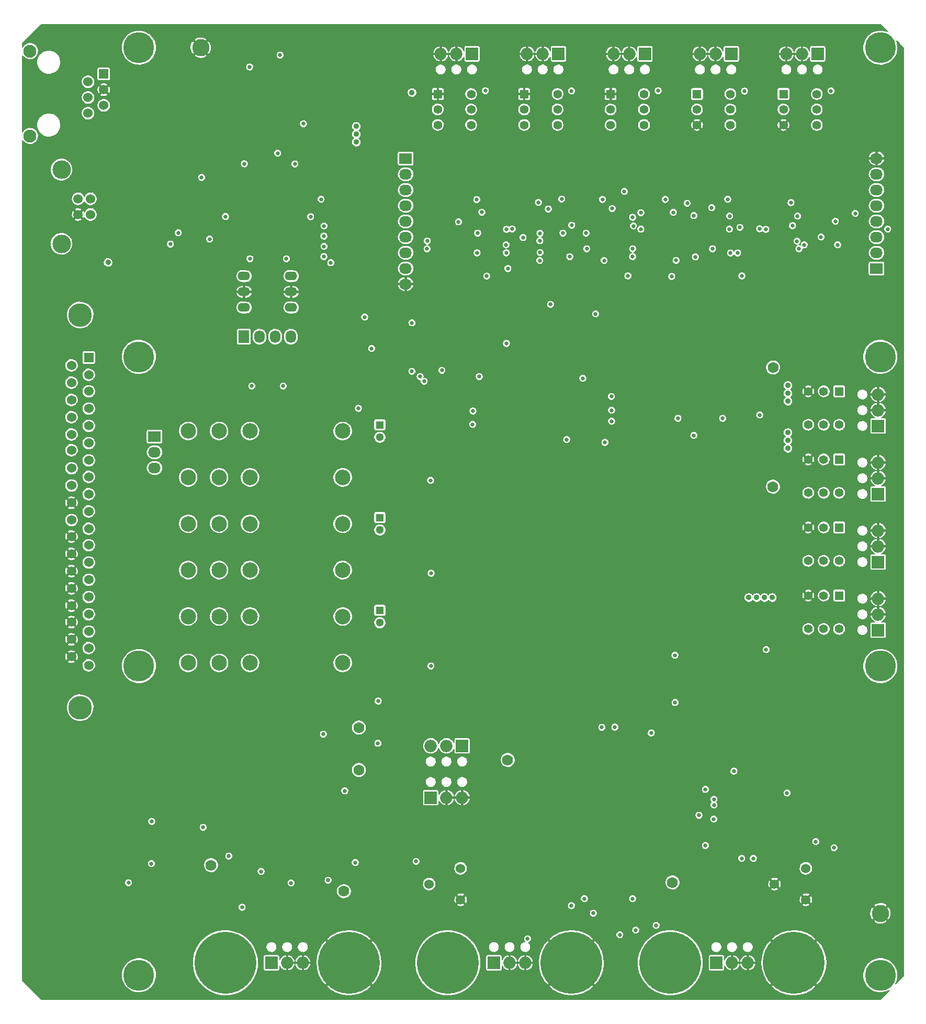
<source format=gbr>
G04 #@! TF.GenerationSoftware,KiCad,Pcbnew,(2017-01-06 revision 5fee9b2)-master*
G04 #@! TF.CreationDate,2017-03-29T10:20:31-06:00*
G04 #@! TF.ProjectId,egse_proto,656773655F70726F746F2E6B69636164,1*
G04 #@! TF.FileFunction,Copper,L2,Inr,Plane*
G04 #@! TF.FilePolarity,Positive*
%FSLAX46Y46*%
G04 Gerber Fmt 4.6, Leading zero omitted, Abs format (unit mm)*
G04 Created by KiCad (PCBNEW (2017-01-06 revision 5fee9b2)-master) date Wednesday, March 29, 2017 'AMt' 10:20:31 AM*
%MOMM*%
%LPD*%
G01*
G04 APERTURE LIST*
%ADD10C,0.100000*%
%ADD11O,2.000000X1.400000*%
%ADD12C,10.000000*%
%ADD13C,1.524000*%
%ADD14C,2.794000*%
%ADD15C,1.778000*%
%ADD16O,2.032000X1.727200*%
%ADD17R,2.032000X1.727200*%
%ADD18R,1.397000X1.397000*%
%ADD19C,1.397000*%
%ADD20C,1.300000*%
%ADD21R,1.300000X1.300000*%
%ADD22O,1.998980X1.998980*%
%ADD23R,1.998980X1.998980*%
%ADD24R,1.727200X2.032000*%
%ADD25O,1.727200X2.032000*%
%ADD26C,2.500000*%
%ADD27C,2.100000*%
%ADD28R,1.524000X1.524000*%
%ADD29C,3.810000*%
%ADD30C,3.000000*%
%ADD31C,5.000000*%
%ADD32C,0.635000*%
%ADD33C,0.889000*%
%ADD34C,0.152400*%
G04 APERTURE END LIST*
D10*
D11*
X65638000Y-61044600D03*
X58018000Y-61044600D03*
X65638000Y-63584600D03*
X58018000Y-63584600D03*
X65638000Y-66124600D03*
X58018000Y-66124600D03*
D12*
X111000000Y-172100000D03*
X55000000Y-172100000D03*
X75000000Y-172100000D03*
X91000000Y-172100000D03*
X147000000Y-172100000D03*
X127000000Y-172100000D03*
D13*
X148950000Y-156828000D03*
X148950000Y-161908000D03*
X143870000Y-159368000D03*
X87990000Y-159368000D03*
X93070000Y-161908000D03*
X93070000Y-156828000D03*
D14*
X161000000Y-164100000D03*
X51000000Y-24100000D03*
D15*
X143637000Y-75819000D03*
X143616000Y-95106000D03*
X76606000Y-140920000D03*
X76606000Y-134062000D03*
X52684000Y-156320000D03*
X74168000Y-160528000D03*
X100690000Y-139302000D03*
X127360000Y-159114000D03*
D16*
X160380000Y-42020000D03*
X160380000Y-44560000D03*
X160380000Y-47100000D03*
X160380000Y-49640000D03*
X160380000Y-52180000D03*
X160380000Y-54720000D03*
X160380000Y-57260000D03*
D17*
X160380000Y-59800000D03*
D16*
X84180000Y-62340000D03*
X84180000Y-59800000D03*
X84180000Y-57260000D03*
X84180000Y-54720000D03*
X84180000Y-52180000D03*
X84180000Y-49640000D03*
X84180000Y-47100000D03*
X84180000Y-44560000D03*
D17*
X84180000Y-42020000D03*
D18*
X117350000Y-31600000D03*
D19*
X117350000Y-34100000D03*
X117350000Y-36600000D03*
X122750000Y-36600000D03*
X122750000Y-34100000D03*
X122750000Y-31600000D03*
D18*
X89382000Y-31600000D03*
D19*
X89382000Y-34100000D03*
X89382000Y-36600000D03*
X94782000Y-36600000D03*
X94782000Y-34100000D03*
X94782000Y-31600000D03*
D18*
X103366000Y-31600000D03*
D19*
X103366000Y-34100000D03*
X103366000Y-36600000D03*
X108766000Y-36600000D03*
X108766000Y-34100000D03*
X108766000Y-31600000D03*
D18*
X131334000Y-31600000D03*
D19*
X131334000Y-34100000D03*
X131334000Y-36600000D03*
X136734000Y-36600000D03*
X136734000Y-34100000D03*
X136734000Y-31600000D03*
D18*
X145318000Y-31600000D03*
D19*
X145318000Y-34100000D03*
X145318000Y-36600000D03*
X150718000Y-36600000D03*
X150718000Y-34100000D03*
X150718000Y-31600000D03*
D18*
X154335000Y-79683000D03*
D19*
X151835000Y-79683000D03*
X149335000Y-79683000D03*
X149335000Y-85083000D03*
X151835000Y-85083000D03*
X154335000Y-85083000D03*
D18*
X154335000Y-90689666D03*
D19*
X151835000Y-90689666D03*
X149335000Y-90689666D03*
X149335000Y-96089666D03*
X151835000Y-96089666D03*
X154335000Y-96089666D03*
D18*
X154335000Y-101696332D03*
D19*
X151835000Y-101696332D03*
X149335000Y-101696332D03*
X149335000Y-107096332D03*
X151835000Y-107096332D03*
X154335000Y-107096332D03*
D18*
X154335000Y-112702998D03*
D19*
X151835000Y-112702998D03*
X149335000Y-112702998D03*
X149335000Y-118102998D03*
X151835000Y-118102998D03*
X154335000Y-118102998D03*
D20*
X80000000Y-117100000D03*
D21*
X80000000Y-115100000D03*
X80000000Y-85100000D03*
D20*
X80000000Y-87100000D03*
X80000000Y-102100000D03*
D21*
X80000000Y-100100000D03*
D22*
X160638000Y-82731000D03*
D23*
X160638000Y-85271000D03*
D22*
X160638000Y-80191000D03*
X160638000Y-93737666D03*
D23*
X160638000Y-96277666D03*
D22*
X160638000Y-91197666D03*
X160638000Y-102204332D03*
D23*
X160638000Y-107284332D03*
D22*
X160638000Y-104744332D03*
X160638000Y-115750998D03*
D23*
X160638000Y-118290998D03*
D22*
X160638000Y-113210998D03*
X93324000Y-145398000D03*
D23*
X88244000Y-145398000D03*
D22*
X90784000Y-145398000D03*
X90784000Y-137016000D03*
D23*
X93324000Y-137016000D03*
D22*
X88244000Y-137016000D03*
X101000000Y-172100000D03*
D23*
X98460000Y-172100000D03*
D22*
X103540000Y-172100000D03*
X139540000Y-172100000D03*
D23*
X134460000Y-172100000D03*
D22*
X137000000Y-172100000D03*
X67540000Y-172100000D03*
D23*
X62460000Y-172100000D03*
D22*
X65000000Y-172100000D03*
D17*
X43540000Y-86978000D03*
D16*
X43540000Y-89518000D03*
X43540000Y-92058000D03*
D22*
X92382000Y-25100000D03*
D23*
X94922000Y-25100000D03*
D22*
X89842000Y-25100000D03*
X103826000Y-25100000D03*
D23*
X108906000Y-25100000D03*
D22*
X106366000Y-25100000D03*
X120350000Y-25100000D03*
D23*
X122890000Y-25100000D03*
D22*
X117810000Y-25100000D03*
X131794000Y-25100000D03*
D23*
X136874000Y-25100000D03*
D22*
X134334000Y-25100000D03*
X148318000Y-25100000D03*
D23*
X150858000Y-25100000D03*
D22*
X145778000Y-25100000D03*
D24*
X57992600Y-70849000D03*
D25*
X60532600Y-70849000D03*
X63072600Y-70849000D03*
X65612600Y-70849000D03*
D26*
X48990000Y-101100000D03*
X48990000Y-108600000D03*
X53990000Y-101100000D03*
X53990000Y-108600000D03*
X58990000Y-101100000D03*
X58990000Y-108600000D03*
X73990000Y-101100000D03*
X73990000Y-108600000D03*
X73990000Y-123600000D03*
X73990000Y-116100000D03*
X58990000Y-123600000D03*
X58990000Y-116100000D03*
X53990000Y-123600000D03*
X53990000Y-116100000D03*
X48990000Y-123600000D03*
X48990000Y-116100000D03*
X48990000Y-86100000D03*
X48990000Y-93600000D03*
X53990000Y-86100000D03*
X53990000Y-93600000D03*
X58990000Y-86100000D03*
X58990000Y-93600000D03*
X73990000Y-86100000D03*
X73990000Y-93600000D03*
D27*
X23372400Y-38386800D03*
X23372400Y-24666800D03*
D13*
X35312400Y-33436800D03*
X35312400Y-30896800D03*
D28*
X35312400Y-28356800D03*
D13*
X32772400Y-34706800D03*
X32772400Y-29626800D03*
X32772400Y-32166800D03*
D29*
X31496000Y-67352000D03*
X31496000Y-130852000D03*
D28*
X32893000Y-74210000D03*
D13*
X32893000Y-77004000D03*
X32893000Y-79671000D03*
X32893000Y-82465000D03*
X32893000Y-85259000D03*
X32893000Y-88053000D03*
X32893000Y-90847000D03*
X32893000Y-93514000D03*
X32893000Y-96308000D03*
X32893000Y-99102000D03*
X32893000Y-101896000D03*
X32893000Y-104563000D03*
X32893000Y-107357000D03*
X32893000Y-110151000D03*
X32893000Y-112945000D03*
X32893000Y-115739000D03*
X32893000Y-118533000D03*
X32893000Y-121200000D03*
X32893000Y-123994000D03*
X30099000Y-75480000D03*
X30099000Y-78274000D03*
X30099000Y-81068000D03*
X30099000Y-83862000D03*
X30099000Y-86656000D03*
X30099000Y-89196000D03*
X30099000Y-92117000D03*
X30099000Y-94911000D03*
X30099000Y-97705000D03*
X30099000Y-100499000D03*
X30099000Y-103166000D03*
X30099000Y-105960000D03*
X30099000Y-108754000D03*
X30099000Y-111548000D03*
X30099000Y-114342000D03*
X30099000Y-117009000D03*
X30099000Y-119803000D03*
X30099000Y-122597000D03*
D30*
X28478000Y-55818000D03*
X28478000Y-43819040D03*
D13*
X31178020Y-48548520D03*
X31178020Y-51088520D03*
X33177000Y-51088520D03*
X33177000Y-48548520D03*
D31*
X41002000Y-24102000D03*
X41002000Y-74102000D03*
X161002000Y-174102000D03*
X41002000Y-174102000D03*
X161002000Y-24102000D03*
X161002000Y-74102000D03*
X41002000Y-124102000D03*
X161002000Y-124102000D03*
D32*
X145923000Y-142265400D03*
X157505400Y-37109400D03*
X70967298Y-52146189D03*
X129057402Y-106654600D03*
D33*
X123190000Y-105410000D03*
X123190000Y-104140000D03*
X123190000Y-102870000D03*
X123190000Y-101600000D03*
X36017200Y-56921400D03*
D32*
X37388800Y-46761400D03*
X37414200Y-51587400D03*
X25552400Y-39827200D03*
X26238200Y-57404000D03*
X49377600Y-52959000D03*
X46101000Y-57658000D03*
X49326800Y-45085000D03*
X52908200Y-44119800D03*
X66548000Y-52425600D03*
X57073800Y-58267600D03*
X62966600Y-58293000D03*
X70485000Y-46736000D03*
X64109600Y-42875200D03*
D33*
X107950000Y-135890000D03*
X107950000Y-130810000D03*
X107950000Y-132080000D03*
X107950000Y-133350000D03*
X107950000Y-134620000D03*
D32*
X82245200Y-80518000D03*
X88011000Y-115951000D03*
X87985600Y-101168200D03*
X87985600Y-86080600D03*
X116941600Y-68961000D03*
X101473000Y-77495400D03*
X110134400Y-76657200D03*
X111836200Y-83616800D03*
X111099600Y-87757000D03*
X105918000Y-87477600D03*
X101447600Y-86080600D03*
X101447600Y-68859400D03*
X107619800Y-64363600D03*
X144856200Y-81889600D03*
X144881600Y-84988400D03*
X144805400Y-90297000D03*
X134366000Y-86106000D03*
X134366000Y-80518000D03*
X58140600Y-38658800D03*
X68630800Y-34645600D03*
X73482200Y-24968200D03*
X60807600Y-27228800D03*
X110007400Y-165125400D03*
X104775000Y-168021000D03*
X81711800Y-130759200D03*
X74498200Y-134594600D03*
X74498200Y-140868400D03*
X81610200Y-137566400D03*
X61823600Y-162280600D03*
X72009000Y-163296600D03*
X123621800Y-51536600D03*
X113487200Y-51536600D03*
X100431600Y-58547000D03*
X120929400Y-59182000D03*
X131064000Y-59182000D03*
X141198600Y-58572400D03*
X152349200Y-60299600D03*
X151434800Y-50901600D03*
X142214600Y-49123600D03*
X131978400Y-48615600D03*
X121894600Y-48615600D03*
X110718600Y-59182000D03*
X111760000Y-48590200D03*
X101295200Y-49098200D03*
X90424000Y-59156600D03*
X91414600Y-48615600D03*
X36063544Y-97243890D03*
X76301600Y-143357600D03*
X139293600Y-165658800D03*
X127355600Y-162839400D03*
X72542400Y-155752800D03*
X82292365Y-160371476D03*
X70637400Y-160223200D03*
X79095600Y-160782000D03*
X76936600Y-156972000D03*
X62179200Y-148082000D03*
X58293000Y-157276800D03*
X50241200Y-157327600D03*
X54787800Y-164084000D03*
X37693600Y-160883600D03*
X43053000Y-153720800D03*
X38989000Y-148437600D03*
X36047000Y-95233000D03*
X36021600Y-107526600D03*
X36021600Y-109863400D03*
X36021600Y-132164600D03*
X153623600Y-163863800D03*
X143184200Y-153475200D03*
X143260400Y-147760200D03*
X147934000Y-151062200D03*
X138586800Y-143772400D03*
X134065600Y-147607800D03*
D33*
X85196000Y-38464000D03*
D32*
X48239000Y-67242200D03*
X48239000Y-63483000D03*
X47121400Y-32114000D03*
X55020800Y-45449000D03*
X47375400Y-37752800D03*
X63453600Y-39784800D03*
X57484600Y-51418000D03*
X54970000Y-53348400D03*
X70866000Y-135128000D03*
D33*
X76200000Y-39370000D03*
X76200000Y-38100000D03*
X76200000Y-36830000D03*
D32*
X47371000Y-54051200D03*
X52451000Y-55067200D03*
X51155600Y-45085000D03*
X72059800Y-58877200D03*
X58978800Y-58242200D03*
X64871600Y-58242200D03*
X70485000Y-48615600D03*
X63449200Y-41173400D03*
X77546200Y-67665600D03*
X63855600Y-25298400D03*
X58928000Y-27228800D03*
X64368000Y-78824600D03*
X59288000Y-78824600D03*
X67644600Y-36406600D03*
D33*
X146050000Y-81280000D03*
X146050000Y-80010000D03*
X146050000Y-78740000D03*
D32*
X46105400Y-55863000D03*
D33*
X36021600Y-58834800D03*
D32*
X58079690Y-42878995D03*
X68798370Y-51435946D03*
X66247600Y-42909000D03*
X55020800Y-51418000D03*
X141456630Y-53387321D03*
X111046311Y-52819290D03*
X130818094Y-51257191D03*
X97078800Y-31064200D03*
X111023400Y-31089600D03*
X125044200Y-31064200D03*
X139014200Y-31115000D03*
X153009600Y-31089600D03*
X88201479Y-94081600D03*
X88290400Y-109093000D03*
D33*
X146050000Y-86360000D03*
X146050000Y-87630000D03*
X146050000Y-88900000D03*
D32*
X78663800Y-72745600D03*
X88265000Y-124104400D03*
X95072200Y-82854800D03*
X117500400Y-84505800D03*
X117475000Y-80518000D03*
X110236000Y-87477600D03*
X100482400Y-71932800D03*
X131064000Y-57937400D03*
X120904000Y-51536600D03*
X120904000Y-57886600D03*
X110744000Y-57912000D03*
X100482400Y-53467000D03*
X146532600Y-49149000D03*
X136296400Y-48615600D03*
X126187200Y-48641000D03*
X116027200Y-48641000D03*
X95681800Y-48666400D03*
X105664000Y-49123600D03*
D33*
X85196000Y-31352000D03*
D32*
X103911400Y-168224200D03*
X118821200Y-167563800D03*
X124714000Y-166039800D03*
X114554000Y-164084000D03*
X71628000Y-158750000D03*
X76022200Y-155879800D03*
X142519400Y-121437400D03*
X150545800Y-152501600D03*
X70967600Y-56235600D03*
X70942200Y-57886600D03*
X70942200Y-54584600D03*
X119557800Y-47345600D03*
X76530200Y-82423000D03*
X57708800Y-163118800D03*
X70967600Y-52933600D03*
X85191600Y-68605400D03*
X114909600Y-67157600D03*
X116433600Y-87934800D03*
X74320400Y-144297400D03*
X117500400Y-82727800D03*
X65633600Y-159181800D03*
X85191600Y-76454000D03*
X112852200Y-77571600D03*
X86512400Y-77292200D03*
X96088200Y-77292200D03*
X79679800Y-136601200D03*
X87172800Y-78054200D03*
X95021400Y-85013800D03*
X79730600Y-129768600D03*
X120904000Y-161721800D03*
X113106200Y-161721800D03*
X132694000Y-153119600D03*
X132694000Y-144051800D03*
X145902000Y-144636000D03*
X153522000Y-153500600D03*
X134040200Y-148852400D03*
X121412000Y-166801800D03*
X110998000Y-162864800D03*
X115925600Y-134010400D03*
X138557000Y-155219400D03*
X118033800Y-133985000D03*
X140436600Y-155219400D03*
D33*
X143510000Y-113030000D03*
X142240000Y-113030000D03*
X140970000Y-113030000D03*
X139700000Y-113030000D03*
D32*
X137304110Y-141102970D03*
X90043986Y-76288879D03*
X85877400Y-155702000D03*
X43027600Y-156057600D03*
X55549800Y-154838400D03*
X127939800Y-58496200D03*
X116281200Y-58521600D03*
X105867200Y-58521600D03*
X147828000Y-56616600D03*
X133832600Y-56625000D03*
X151409400Y-54711600D03*
X162179000Y-53441600D03*
X136753600Y-57302400D03*
X120929400Y-56625000D03*
X113487200Y-56625000D03*
X127482600Y-50736510D03*
X156921200Y-50901600D03*
X153720800Y-52171600D03*
X96513547Y-50711110D03*
X122250200Y-50800000D03*
X109641197Y-54098201D03*
X154076400Y-55981600D03*
X43078400Y-149225000D03*
X51409600Y-150190200D03*
X135483600Y-84048600D03*
X128244600Y-84048600D03*
X130810000Y-86791800D03*
X141478000Y-83489800D03*
X109423200Y-48590200D03*
X146786600Y-52882800D03*
X92735400Y-52273200D03*
X129743200Y-49276000D03*
X100722599Y-59817000D03*
X107619800Y-65608200D03*
X95821490Y-54095179D03*
X105918000Y-54127400D03*
X148675920Y-55997280D03*
X100431600Y-55981600D03*
X147509676Y-55384557D03*
X105892600Y-55321200D03*
X133705600Y-49974490D03*
X117602000Y-50114200D03*
X107264200Y-50190400D03*
X122250208Y-53454310D03*
X136570820Y-53441611D03*
X101422200Y-53416200D03*
X142468600Y-53466998D03*
X113385600Y-54102000D03*
X137896600Y-57302400D03*
X127228600Y-61087000D03*
X120142000Y-61010800D03*
X97307400Y-61036200D03*
X138582400Y-61010800D03*
X123926600Y-134924800D03*
X131648200Y-148234400D03*
X127787400Y-129997200D03*
X134061200Y-146583400D03*
X127762000Y-122351800D03*
X134061200Y-145669000D03*
X60782200Y-157327600D03*
X39319200Y-159156400D03*
X136601200Y-51333400D03*
X147599400Y-51333400D03*
X121031000Y-52933623D03*
X138277600Y-53162200D03*
X103174800Y-54813200D03*
X87680800Y-55372000D03*
X100457000Y-57277000D03*
X95732600Y-57277000D03*
X105943400Y-57226200D03*
X87655400Y-56642000D03*
D34*
G36*
X162102717Y-21494481D02*
X161842962Y-21385290D01*
X161299268Y-21273685D01*
X160744251Y-21269810D01*
X160199051Y-21373813D01*
X159684435Y-21581731D01*
X159220005Y-21885645D01*
X158823451Y-22273980D01*
X158509877Y-22731944D01*
X158291227Y-23242092D01*
X158175829Y-23784994D01*
X158168080Y-24339971D01*
X158268274Y-24885883D01*
X158472594Y-25401938D01*
X158773259Y-25868478D01*
X159158816Y-26267734D01*
X159614579Y-26584498D01*
X160123188Y-26806704D01*
X160665272Y-26925889D01*
X161220181Y-26937512D01*
X161766779Y-26841132D01*
X162284248Y-26640419D01*
X162752876Y-26343019D01*
X163154814Y-25960259D01*
X163474751Y-25506718D01*
X163700503Y-24999672D01*
X163823469Y-24458434D01*
X163832321Y-23824485D01*
X163724515Y-23280024D01*
X163609701Y-23001465D01*
X164769800Y-24161564D01*
X164769800Y-174212436D01*
X163472914Y-175509322D01*
X163474751Y-175506718D01*
X163700503Y-174999672D01*
X163823469Y-174458434D01*
X163832321Y-173824485D01*
X163724515Y-173280024D01*
X163513009Y-172766873D01*
X163205860Y-172304576D01*
X162814766Y-171910742D01*
X162354625Y-171600373D01*
X161842962Y-171385290D01*
X161299268Y-171273685D01*
X160744251Y-171269810D01*
X160199051Y-171373813D01*
X159684435Y-171581731D01*
X159220005Y-171885645D01*
X158823451Y-172273980D01*
X158509877Y-172731944D01*
X158291227Y-173242092D01*
X158175829Y-173784994D01*
X158168080Y-174339971D01*
X158268274Y-174885883D01*
X158472594Y-175401938D01*
X158773259Y-175868478D01*
X159158816Y-176267734D01*
X159614579Y-176584498D01*
X160123188Y-176806704D01*
X160665272Y-176925889D01*
X161220181Y-176937512D01*
X161766779Y-176841132D01*
X162284248Y-176640419D01*
X162441807Y-176540429D01*
X161004436Y-177977800D01*
X25177564Y-177977800D01*
X22174200Y-174974436D01*
X22174200Y-174339971D01*
X38168080Y-174339971D01*
X38268274Y-174885883D01*
X38472594Y-175401938D01*
X38773259Y-175868478D01*
X39158816Y-176267734D01*
X39614579Y-176584498D01*
X40123188Y-176806704D01*
X40665272Y-176925889D01*
X41220181Y-176937512D01*
X41766779Y-176841132D01*
X42284248Y-176640419D01*
X42752876Y-176343019D01*
X43154814Y-175960259D01*
X43474751Y-175506718D01*
X43700503Y-174999672D01*
X43823469Y-174458434D01*
X43832321Y-173824485D01*
X43724515Y-173280024D01*
X43513009Y-172766873D01*
X43367709Y-172548178D01*
X49662793Y-172548178D01*
X49851491Y-173576311D01*
X50236294Y-174548212D01*
X50802545Y-175426862D01*
X51528676Y-176178792D01*
X52387028Y-176775363D01*
X53344908Y-177193850D01*
X54365829Y-177418314D01*
X55410906Y-177440206D01*
X56440332Y-177258690D01*
X57414896Y-176880682D01*
X58297477Y-176320579D01*
X58729854Y-175908832D01*
X71352813Y-175908832D01*
X71945016Y-176499285D01*
X72861974Y-177010751D01*
X73861096Y-177333501D01*
X74903985Y-177455130D01*
X75950564Y-177370965D01*
X76960613Y-177084239D01*
X77895317Y-176605971D01*
X78054984Y-176499285D01*
X78647187Y-175908832D01*
X75000000Y-172261645D01*
X71352813Y-175908832D01*
X58729854Y-175908832D01*
X59054459Y-175599715D01*
X59657007Y-174745548D01*
X60082171Y-173790613D01*
X60313757Y-172771284D01*
X60330429Y-171577347D01*
X60236013Y-171100510D01*
X61128713Y-171100510D01*
X61128713Y-173099490D01*
X61135088Y-173164220D01*
X61153970Y-173226463D01*
X61184631Y-173283827D01*
X61225894Y-173334106D01*
X61276173Y-173375369D01*
X61333537Y-173406030D01*
X61395780Y-173424912D01*
X61460510Y-173431287D01*
X63459490Y-173431287D01*
X63524220Y-173424912D01*
X63586463Y-173406030D01*
X63643827Y-173375369D01*
X63694106Y-173334106D01*
X63735369Y-173283827D01*
X63766030Y-173226463D01*
X63784912Y-173164220D01*
X63791287Y-173099490D01*
X63791287Y-172639577D01*
X63861052Y-172786212D01*
X64016810Y-172995224D01*
X64210351Y-173169833D01*
X64434238Y-173303329D01*
X64679867Y-173390582D01*
X64885700Y-173342223D01*
X64885700Y-172214300D01*
X65114300Y-172214300D01*
X65114300Y-173342223D01*
X65320133Y-173390582D01*
X65565762Y-173303329D01*
X65789649Y-173169833D01*
X65983190Y-172995224D01*
X66138948Y-172786212D01*
X66250937Y-172550829D01*
X66270000Y-172487976D01*
X66289063Y-172550829D01*
X66401052Y-172786212D01*
X66556810Y-172995224D01*
X66750351Y-173169833D01*
X66974238Y-173303329D01*
X67219867Y-173390582D01*
X67425700Y-173342223D01*
X67425700Y-172214300D01*
X67654300Y-172214300D01*
X67654300Y-173342223D01*
X67860133Y-173390582D01*
X68105762Y-173303329D01*
X68329649Y-173169833D01*
X68523190Y-172995224D01*
X68678948Y-172786212D01*
X68790937Y-172550829D01*
X68830577Y-172420132D01*
X68781891Y-172214300D01*
X67654300Y-172214300D01*
X67425700Y-172214300D01*
X66298109Y-172214300D01*
X66270000Y-172333138D01*
X66241891Y-172214300D01*
X65114300Y-172214300D01*
X64885700Y-172214300D01*
X64865700Y-172214300D01*
X64865700Y-172003985D01*
X69644870Y-172003985D01*
X69729035Y-173050564D01*
X70015761Y-174060613D01*
X70494029Y-174995317D01*
X70600715Y-175154984D01*
X71191168Y-175747187D01*
X74838355Y-172100000D01*
X75161645Y-172100000D01*
X78808832Y-175747187D01*
X79399285Y-175154984D01*
X79910751Y-174238026D01*
X80233501Y-173238904D01*
X80314058Y-172548178D01*
X85662793Y-172548178D01*
X85851491Y-173576311D01*
X86236294Y-174548212D01*
X86802545Y-175426862D01*
X87528676Y-176178792D01*
X88387028Y-176775363D01*
X89344908Y-177193850D01*
X90365829Y-177418314D01*
X91410906Y-177440206D01*
X92440332Y-177258690D01*
X93414896Y-176880682D01*
X94297477Y-176320579D01*
X94729854Y-175908832D01*
X107352813Y-175908832D01*
X107945016Y-176499285D01*
X108861974Y-177010751D01*
X109861096Y-177333501D01*
X110903985Y-177455130D01*
X111950564Y-177370965D01*
X112960613Y-177084239D01*
X113895317Y-176605971D01*
X114054984Y-176499285D01*
X114647187Y-175908832D01*
X111000000Y-172261645D01*
X107352813Y-175908832D01*
X94729854Y-175908832D01*
X95054459Y-175599715D01*
X95657007Y-174745548D01*
X96082171Y-173790613D01*
X96313757Y-172771284D01*
X96330429Y-171577347D01*
X96236013Y-171100510D01*
X97128713Y-171100510D01*
X97128713Y-173099490D01*
X97135088Y-173164220D01*
X97153970Y-173226463D01*
X97184631Y-173283827D01*
X97225894Y-173334106D01*
X97276173Y-173375369D01*
X97333537Y-173406030D01*
X97395780Y-173424912D01*
X97460510Y-173431287D01*
X99459490Y-173431287D01*
X99524220Y-173424912D01*
X99586463Y-173406030D01*
X99643827Y-173375369D01*
X99694106Y-173334106D01*
X99735369Y-173283827D01*
X99766030Y-173226463D01*
X99784912Y-173164220D01*
X99791287Y-173099490D01*
X99791287Y-172639577D01*
X99861052Y-172786212D01*
X100016810Y-172995224D01*
X100210351Y-173169833D01*
X100434238Y-173303329D01*
X100679867Y-173390582D01*
X100885700Y-173342223D01*
X100885700Y-172214300D01*
X101114300Y-172214300D01*
X101114300Y-173342223D01*
X101320133Y-173390582D01*
X101565762Y-173303329D01*
X101789649Y-173169833D01*
X101983190Y-172995224D01*
X102138948Y-172786212D01*
X102250937Y-172550829D01*
X102270000Y-172487976D01*
X102289063Y-172550829D01*
X102401052Y-172786212D01*
X102556810Y-172995224D01*
X102750351Y-173169833D01*
X102974238Y-173303329D01*
X103219867Y-173390582D01*
X103425700Y-173342223D01*
X103425700Y-172214300D01*
X103654300Y-172214300D01*
X103654300Y-173342223D01*
X103860133Y-173390582D01*
X104105762Y-173303329D01*
X104329649Y-173169833D01*
X104523190Y-172995224D01*
X104678948Y-172786212D01*
X104790937Y-172550829D01*
X104830577Y-172420132D01*
X104781891Y-172214300D01*
X103654300Y-172214300D01*
X103425700Y-172214300D01*
X102298109Y-172214300D01*
X102270000Y-172333138D01*
X102241891Y-172214300D01*
X101114300Y-172214300D01*
X100885700Y-172214300D01*
X100865700Y-172214300D01*
X100865700Y-172003985D01*
X105644870Y-172003985D01*
X105729035Y-173050564D01*
X106015761Y-174060613D01*
X106494029Y-174995317D01*
X106600715Y-175154984D01*
X107191168Y-175747187D01*
X110838355Y-172100000D01*
X111161645Y-172100000D01*
X114808832Y-175747187D01*
X115399285Y-175154984D01*
X115910751Y-174238026D01*
X116233501Y-173238904D01*
X116314058Y-172548178D01*
X121662793Y-172548178D01*
X121851491Y-173576311D01*
X122236294Y-174548212D01*
X122802545Y-175426862D01*
X123528676Y-176178792D01*
X124387028Y-176775363D01*
X125344908Y-177193850D01*
X126365829Y-177418314D01*
X127410906Y-177440206D01*
X128440332Y-177258690D01*
X129414896Y-176880682D01*
X130297477Y-176320579D01*
X130729854Y-175908832D01*
X143352813Y-175908832D01*
X143945016Y-176499285D01*
X144861974Y-177010751D01*
X145861096Y-177333501D01*
X146903985Y-177455130D01*
X147950564Y-177370965D01*
X148960613Y-177084239D01*
X149895317Y-176605971D01*
X150054984Y-176499285D01*
X150647187Y-175908832D01*
X147000000Y-172261645D01*
X143352813Y-175908832D01*
X130729854Y-175908832D01*
X131054459Y-175599715D01*
X131657007Y-174745548D01*
X132082171Y-173790613D01*
X132313757Y-172771284D01*
X132330429Y-171577347D01*
X132236013Y-171100510D01*
X133128713Y-171100510D01*
X133128713Y-173099490D01*
X133135088Y-173164220D01*
X133153970Y-173226463D01*
X133184631Y-173283827D01*
X133225894Y-173334106D01*
X133276173Y-173375369D01*
X133333537Y-173406030D01*
X133395780Y-173424912D01*
X133460510Y-173431287D01*
X135459490Y-173431287D01*
X135524220Y-173424912D01*
X135586463Y-173406030D01*
X135643827Y-173375369D01*
X135694106Y-173334106D01*
X135735369Y-173283827D01*
X135766030Y-173226463D01*
X135784912Y-173164220D01*
X135791287Y-173099490D01*
X135791287Y-172639577D01*
X135861052Y-172786212D01*
X136016810Y-172995224D01*
X136210351Y-173169833D01*
X136434238Y-173303329D01*
X136679867Y-173390582D01*
X136885700Y-173342223D01*
X136885700Y-172214300D01*
X137114300Y-172214300D01*
X137114300Y-173342223D01*
X137320133Y-173390582D01*
X137565762Y-173303329D01*
X137789649Y-173169833D01*
X137983190Y-172995224D01*
X138138948Y-172786212D01*
X138250937Y-172550829D01*
X138270000Y-172487976D01*
X138289063Y-172550829D01*
X138401052Y-172786212D01*
X138556810Y-172995224D01*
X138750351Y-173169833D01*
X138974238Y-173303329D01*
X139219867Y-173390582D01*
X139425700Y-173342223D01*
X139425700Y-172214300D01*
X139654300Y-172214300D01*
X139654300Y-173342223D01*
X139860133Y-173390582D01*
X140105762Y-173303329D01*
X140329649Y-173169833D01*
X140523190Y-172995224D01*
X140678948Y-172786212D01*
X140790937Y-172550829D01*
X140830577Y-172420132D01*
X140781891Y-172214300D01*
X139654300Y-172214300D01*
X139425700Y-172214300D01*
X138298109Y-172214300D01*
X138270000Y-172333138D01*
X138241891Y-172214300D01*
X137114300Y-172214300D01*
X136885700Y-172214300D01*
X136865700Y-172214300D01*
X136865700Y-172003985D01*
X141644870Y-172003985D01*
X141729035Y-173050564D01*
X142015761Y-174060613D01*
X142494029Y-174995317D01*
X142600715Y-175154984D01*
X143191168Y-175747187D01*
X146838355Y-172100000D01*
X147161645Y-172100000D01*
X150808832Y-175747187D01*
X151399285Y-175154984D01*
X151910751Y-174238026D01*
X152233501Y-173238904D01*
X152355130Y-172196015D01*
X152270965Y-171149436D01*
X151984239Y-170139387D01*
X151505971Y-169204683D01*
X151399285Y-169045016D01*
X150808832Y-168452813D01*
X147161645Y-172100000D01*
X146838355Y-172100000D01*
X143191168Y-168452813D01*
X142600715Y-169045016D01*
X142089249Y-169961974D01*
X141766499Y-170961096D01*
X141644870Y-172003985D01*
X136865700Y-172003985D01*
X136865700Y-171985700D01*
X136885700Y-171985700D01*
X136885700Y-170857777D01*
X137114300Y-170857777D01*
X137114300Y-171985700D01*
X138241891Y-171985700D01*
X138270000Y-171866862D01*
X138298109Y-171985700D01*
X139425700Y-171985700D01*
X139425700Y-170857777D01*
X139654300Y-170857777D01*
X139654300Y-171985700D01*
X140781891Y-171985700D01*
X140830577Y-171779868D01*
X140790937Y-171649171D01*
X140678948Y-171413788D01*
X140523190Y-171204776D01*
X140329649Y-171030167D01*
X140105762Y-170896671D01*
X139860133Y-170809418D01*
X139654300Y-170857777D01*
X139425700Y-170857777D01*
X139219867Y-170809418D01*
X138974238Y-170896671D01*
X138750351Y-171030167D01*
X138556810Y-171204776D01*
X138401052Y-171413788D01*
X138289063Y-171649171D01*
X138270000Y-171712024D01*
X138250937Y-171649171D01*
X138138948Y-171413788D01*
X137983190Y-171204776D01*
X137789649Y-171030167D01*
X137565762Y-170896671D01*
X137320133Y-170809418D01*
X137114300Y-170857777D01*
X136885700Y-170857777D01*
X136679867Y-170809418D01*
X136434238Y-170896671D01*
X136210351Y-171030167D01*
X136016810Y-171204776D01*
X135861052Y-171413788D01*
X135791287Y-171560423D01*
X135791287Y-171100510D01*
X135784912Y-171035780D01*
X135766030Y-170973537D01*
X135735369Y-170916173D01*
X135694106Y-170865894D01*
X135643827Y-170824631D01*
X135586463Y-170793970D01*
X135524220Y-170775088D01*
X135459490Y-170768713D01*
X133460510Y-170768713D01*
X133395780Y-170775088D01*
X133333537Y-170793970D01*
X133276173Y-170824631D01*
X133225894Y-170865894D01*
X133184631Y-170916173D01*
X133153970Y-170973537D01*
X133135088Y-171035780D01*
X133128713Y-171100510D01*
X132236013Y-171100510D01*
X132127395Y-170551948D01*
X131749048Y-169634010D01*
X133578643Y-169634010D01*
X133609803Y-169803790D01*
X133673348Y-169964284D01*
X133766855Y-170109380D01*
X133886765Y-170233549D01*
X134028508Y-170332064D01*
X134186687Y-170401170D01*
X134355277Y-170438237D01*
X134527855Y-170441852D01*
X134697849Y-170411878D01*
X134858783Y-170349456D01*
X135004527Y-170256963D01*
X135129531Y-170137924D01*
X135229033Y-169996871D01*
X135299242Y-169839179D01*
X135337485Y-169670852D01*
X135337999Y-169634010D01*
X136118643Y-169634010D01*
X136149803Y-169803790D01*
X136213348Y-169964284D01*
X136306855Y-170109380D01*
X136426765Y-170233549D01*
X136568508Y-170332064D01*
X136726687Y-170401170D01*
X136895277Y-170438237D01*
X137067855Y-170441852D01*
X137237849Y-170411878D01*
X137398783Y-170349456D01*
X137544527Y-170256963D01*
X137669531Y-170137924D01*
X137769033Y-169996871D01*
X137839242Y-169839179D01*
X137877485Y-169670852D01*
X137877999Y-169634010D01*
X138658643Y-169634010D01*
X138689803Y-169803790D01*
X138753348Y-169964284D01*
X138846855Y-170109380D01*
X138966765Y-170233549D01*
X139108508Y-170332064D01*
X139266687Y-170401170D01*
X139435277Y-170438237D01*
X139607855Y-170441852D01*
X139777849Y-170411878D01*
X139938783Y-170349456D01*
X140084527Y-170256963D01*
X140209531Y-170137924D01*
X140309033Y-169996871D01*
X140379242Y-169839179D01*
X140417485Y-169670852D01*
X140420238Y-169473692D01*
X140386710Y-169304363D01*
X140320931Y-169144772D01*
X140225407Y-169000996D01*
X140103775Y-168878513D01*
X139960670Y-168781987D01*
X139801542Y-168715095D01*
X139632451Y-168680386D01*
X139459839Y-168679181D01*
X139290281Y-168711526D01*
X139130234Y-168776189D01*
X138985795Y-168870708D01*
X138862465Y-168991481D01*
X138764943Y-169133909D01*
X138696942Y-169292566D01*
X138661053Y-169461410D01*
X138658643Y-169634010D01*
X137877999Y-169634010D01*
X137880238Y-169473692D01*
X137846710Y-169304363D01*
X137780931Y-169144772D01*
X137685407Y-169000996D01*
X137563775Y-168878513D01*
X137420670Y-168781987D01*
X137261542Y-168715095D01*
X137092451Y-168680386D01*
X136919839Y-168679181D01*
X136750281Y-168711526D01*
X136590234Y-168776189D01*
X136445795Y-168870708D01*
X136322465Y-168991481D01*
X136224943Y-169133909D01*
X136156942Y-169292566D01*
X136121053Y-169461410D01*
X136118643Y-169634010D01*
X135337999Y-169634010D01*
X135340238Y-169473692D01*
X135306710Y-169304363D01*
X135240931Y-169144772D01*
X135145407Y-169000996D01*
X135023775Y-168878513D01*
X134880670Y-168781987D01*
X134721542Y-168715095D01*
X134552451Y-168680386D01*
X134379839Y-168679181D01*
X134210281Y-168711526D01*
X134050234Y-168776189D01*
X133905795Y-168870708D01*
X133782465Y-168991481D01*
X133684943Y-169133909D01*
X133616942Y-169292566D01*
X133581053Y-169461410D01*
X133578643Y-169634010D01*
X131749048Y-169634010D01*
X131729059Y-169585515D01*
X131150596Y-168714857D01*
X130729855Y-168291168D01*
X143352813Y-168291168D01*
X147000000Y-171938355D01*
X150647187Y-168291168D01*
X150054984Y-167700715D01*
X149138026Y-167189249D01*
X148138904Y-166866499D01*
X147096015Y-166744870D01*
X146049436Y-166829035D01*
X145039387Y-167115761D01*
X144104683Y-167594029D01*
X143945016Y-167700715D01*
X143352813Y-168291168D01*
X130729855Y-168291168D01*
X130414037Y-167973138D01*
X129547439Y-167388610D01*
X128583810Y-166983538D01*
X127559854Y-166773350D01*
X126514573Y-166766052D01*
X125487782Y-166961923D01*
X124518591Y-167353502D01*
X123643916Y-167925873D01*
X122897073Y-168657235D01*
X122306509Y-169519732D01*
X121894719Y-170480510D01*
X121677388Y-171502973D01*
X121662793Y-172548178D01*
X116314058Y-172548178D01*
X116355130Y-172196015D01*
X116270965Y-171149436D01*
X115984239Y-170139387D01*
X115505971Y-169204683D01*
X115399285Y-169045016D01*
X114808832Y-168452813D01*
X111161645Y-172100000D01*
X110838355Y-172100000D01*
X107191168Y-168452813D01*
X106600715Y-169045016D01*
X106089249Y-169961974D01*
X105766499Y-170961096D01*
X105644870Y-172003985D01*
X100865700Y-172003985D01*
X100865700Y-171985700D01*
X100885700Y-171985700D01*
X100885700Y-170857777D01*
X101114300Y-170857777D01*
X101114300Y-171985700D01*
X102241891Y-171985700D01*
X102270000Y-171866862D01*
X102298109Y-171985700D01*
X103425700Y-171985700D01*
X103425700Y-170857777D01*
X103654300Y-170857777D01*
X103654300Y-171985700D01*
X104781891Y-171985700D01*
X104830577Y-171779868D01*
X104790937Y-171649171D01*
X104678948Y-171413788D01*
X104523190Y-171204776D01*
X104329649Y-171030167D01*
X104105762Y-170896671D01*
X103860133Y-170809418D01*
X103654300Y-170857777D01*
X103425700Y-170857777D01*
X103219867Y-170809418D01*
X102974238Y-170896671D01*
X102750351Y-171030167D01*
X102556810Y-171204776D01*
X102401052Y-171413788D01*
X102289063Y-171649171D01*
X102270000Y-171712024D01*
X102250937Y-171649171D01*
X102138948Y-171413788D01*
X101983190Y-171204776D01*
X101789649Y-171030167D01*
X101565762Y-170896671D01*
X101320133Y-170809418D01*
X101114300Y-170857777D01*
X100885700Y-170857777D01*
X100679867Y-170809418D01*
X100434238Y-170896671D01*
X100210351Y-171030167D01*
X100016810Y-171204776D01*
X99861052Y-171413788D01*
X99791287Y-171560423D01*
X99791287Y-171100510D01*
X99784912Y-171035780D01*
X99766030Y-170973537D01*
X99735369Y-170916173D01*
X99694106Y-170865894D01*
X99643827Y-170824631D01*
X99586463Y-170793970D01*
X99524220Y-170775088D01*
X99459490Y-170768713D01*
X97460510Y-170768713D01*
X97395780Y-170775088D01*
X97333537Y-170793970D01*
X97276173Y-170824631D01*
X97225894Y-170865894D01*
X97184631Y-170916173D01*
X97153970Y-170973537D01*
X97135088Y-171035780D01*
X97128713Y-171100510D01*
X96236013Y-171100510D01*
X96127395Y-170551948D01*
X95749048Y-169634010D01*
X97578643Y-169634010D01*
X97609803Y-169803790D01*
X97673348Y-169964284D01*
X97766855Y-170109380D01*
X97886765Y-170233549D01*
X98028508Y-170332064D01*
X98186687Y-170401170D01*
X98355277Y-170438237D01*
X98527855Y-170441852D01*
X98697849Y-170411878D01*
X98858783Y-170349456D01*
X99004527Y-170256963D01*
X99129531Y-170137924D01*
X99229033Y-169996871D01*
X99299242Y-169839179D01*
X99337485Y-169670852D01*
X99337999Y-169634010D01*
X100118643Y-169634010D01*
X100149803Y-169803790D01*
X100213348Y-169964284D01*
X100306855Y-170109380D01*
X100426765Y-170233549D01*
X100568508Y-170332064D01*
X100726687Y-170401170D01*
X100895277Y-170438237D01*
X101067855Y-170441852D01*
X101237849Y-170411878D01*
X101398783Y-170349456D01*
X101544527Y-170256963D01*
X101669531Y-170137924D01*
X101769033Y-169996871D01*
X101839242Y-169839179D01*
X101877485Y-169670852D01*
X101877999Y-169634010D01*
X102658643Y-169634010D01*
X102689803Y-169803790D01*
X102753348Y-169964284D01*
X102846855Y-170109380D01*
X102966765Y-170233549D01*
X103108508Y-170332064D01*
X103266687Y-170401170D01*
X103435277Y-170438237D01*
X103607855Y-170441852D01*
X103777849Y-170411878D01*
X103938783Y-170349456D01*
X104084527Y-170256963D01*
X104209531Y-170137924D01*
X104309033Y-169996871D01*
X104379242Y-169839179D01*
X104417485Y-169670852D01*
X104420238Y-169473692D01*
X104386710Y-169304363D01*
X104320931Y-169144772D01*
X104225407Y-169000996D01*
X104103775Y-168878513D01*
X104067912Y-168854323D01*
X104086422Y-168851059D01*
X104204846Y-168805125D01*
X104312093Y-168737064D01*
X104404078Y-168649468D01*
X104477297Y-168545674D01*
X104528961Y-168429635D01*
X104557102Y-168305771D01*
X104557305Y-168291168D01*
X107352813Y-168291168D01*
X111000000Y-171938355D01*
X114647187Y-168291168D01*
X114054984Y-167700715D01*
X113907159Y-167618260D01*
X118172649Y-167618260D01*
X118195578Y-167743194D01*
X118242338Y-167861295D01*
X118311146Y-167968064D01*
X118399382Y-168059435D01*
X118503684Y-168131927D01*
X118620081Y-168182780D01*
X118744139Y-168210056D01*
X118871131Y-168212716D01*
X118996222Y-168190659D01*
X119114646Y-168144725D01*
X119221893Y-168076664D01*
X119313878Y-167989068D01*
X119387097Y-167885274D01*
X119438761Y-167769235D01*
X119466902Y-167645371D01*
X119468928Y-167500290D01*
X119444256Y-167375688D01*
X119395852Y-167258252D01*
X119325560Y-167152454D01*
X119236057Y-167062324D01*
X119130752Y-166991295D01*
X119013657Y-166942072D01*
X118889231Y-166916531D01*
X118762213Y-166915645D01*
X118637443Y-166939446D01*
X118519671Y-166987029D01*
X118413385Y-167056580D01*
X118322632Y-167145452D01*
X118250870Y-167250258D01*
X118200831Y-167367007D01*
X118174422Y-167491252D01*
X118172649Y-167618260D01*
X113907159Y-167618260D01*
X113138026Y-167189249D01*
X112138904Y-166866499D01*
X112051112Y-166856260D01*
X120763449Y-166856260D01*
X120786378Y-166981194D01*
X120833138Y-167099295D01*
X120901946Y-167206064D01*
X120990182Y-167297435D01*
X121094484Y-167369927D01*
X121210881Y-167420780D01*
X121334939Y-167448056D01*
X121461931Y-167450716D01*
X121587022Y-167428659D01*
X121705446Y-167382725D01*
X121812693Y-167314664D01*
X121904678Y-167227068D01*
X121977897Y-167123274D01*
X122029561Y-167007235D01*
X122057702Y-166883371D01*
X122059728Y-166738290D01*
X122035056Y-166613688D01*
X121986652Y-166496252D01*
X121916360Y-166390454D01*
X121826857Y-166300324D01*
X121721552Y-166229295D01*
X121604457Y-166180072D01*
X121480031Y-166154531D01*
X121353013Y-166153645D01*
X121228243Y-166177446D01*
X121110471Y-166225029D01*
X121004185Y-166294580D01*
X120913432Y-166383452D01*
X120841670Y-166488258D01*
X120791631Y-166605007D01*
X120765222Y-166729252D01*
X120763449Y-166856260D01*
X112051112Y-166856260D01*
X111096015Y-166744870D01*
X110049436Y-166829035D01*
X109039387Y-167115761D01*
X108104683Y-167594029D01*
X107945016Y-167700715D01*
X107352813Y-168291168D01*
X104557305Y-168291168D01*
X104559128Y-168160690D01*
X104534456Y-168036088D01*
X104486052Y-167918652D01*
X104415760Y-167812854D01*
X104326257Y-167722724D01*
X104220952Y-167651695D01*
X104103857Y-167602472D01*
X103979431Y-167576931D01*
X103852413Y-167576045D01*
X103727643Y-167599846D01*
X103609871Y-167647429D01*
X103503585Y-167716980D01*
X103412832Y-167805852D01*
X103341070Y-167910658D01*
X103291031Y-168027407D01*
X103264622Y-168151652D01*
X103262849Y-168278660D01*
X103285778Y-168403594D01*
X103332538Y-168521695D01*
X103401346Y-168628464D01*
X103451803Y-168680714D01*
X103290281Y-168711526D01*
X103130234Y-168776189D01*
X102985795Y-168870708D01*
X102862465Y-168991481D01*
X102764943Y-169133909D01*
X102696942Y-169292566D01*
X102661053Y-169461410D01*
X102658643Y-169634010D01*
X101877999Y-169634010D01*
X101880238Y-169473692D01*
X101846710Y-169304363D01*
X101780931Y-169144772D01*
X101685407Y-169000996D01*
X101563775Y-168878513D01*
X101420670Y-168781987D01*
X101261542Y-168715095D01*
X101092451Y-168680386D01*
X100919839Y-168679181D01*
X100750281Y-168711526D01*
X100590234Y-168776189D01*
X100445795Y-168870708D01*
X100322465Y-168991481D01*
X100224943Y-169133909D01*
X100156942Y-169292566D01*
X100121053Y-169461410D01*
X100118643Y-169634010D01*
X99337999Y-169634010D01*
X99340238Y-169473692D01*
X99306710Y-169304363D01*
X99240931Y-169144772D01*
X99145407Y-169000996D01*
X99023775Y-168878513D01*
X98880670Y-168781987D01*
X98721542Y-168715095D01*
X98552451Y-168680386D01*
X98379839Y-168679181D01*
X98210281Y-168711526D01*
X98050234Y-168776189D01*
X97905795Y-168870708D01*
X97782465Y-168991481D01*
X97684943Y-169133909D01*
X97616942Y-169292566D01*
X97581053Y-169461410D01*
X97578643Y-169634010D01*
X95749048Y-169634010D01*
X95729059Y-169585515D01*
X95150596Y-168714857D01*
X94414037Y-167973138D01*
X93547439Y-167388610D01*
X92583810Y-166983538D01*
X91559854Y-166773350D01*
X90514573Y-166766052D01*
X89487782Y-166961923D01*
X88518591Y-167353502D01*
X87643916Y-167925873D01*
X86897073Y-168657235D01*
X86306509Y-169519732D01*
X85894719Y-170480510D01*
X85677388Y-171502973D01*
X85662793Y-172548178D01*
X80314058Y-172548178D01*
X80355130Y-172196015D01*
X80270965Y-171149436D01*
X79984239Y-170139387D01*
X79505971Y-169204683D01*
X79399285Y-169045016D01*
X78808832Y-168452813D01*
X75161645Y-172100000D01*
X74838355Y-172100000D01*
X71191168Y-168452813D01*
X70600715Y-169045016D01*
X70089249Y-169961974D01*
X69766499Y-170961096D01*
X69644870Y-172003985D01*
X64865700Y-172003985D01*
X64865700Y-171985700D01*
X64885700Y-171985700D01*
X64885700Y-170857777D01*
X65114300Y-170857777D01*
X65114300Y-171985700D01*
X66241891Y-171985700D01*
X66270000Y-171866862D01*
X66298109Y-171985700D01*
X67425700Y-171985700D01*
X67425700Y-170857777D01*
X67654300Y-170857777D01*
X67654300Y-171985700D01*
X68781891Y-171985700D01*
X68830577Y-171779868D01*
X68790937Y-171649171D01*
X68678948Y-171413788D01*
X68523190Y-171204776D01*
X68329649Y-171030167D01*
X68105762Y-170896671D01*
X67860133Y-170809418D01*
X67654300Y-170857777D01*
X67425700Y-170857777D01*
X67219867Y-170809418D01*
X66974238Y-170896671D01*
X66750351Y-171030167D01*
X66556810Y-171204776D01*
X66401052Y-171413788D01*
X66289063Y-171649171D01*
X66270000Y-171712024D01*
X66250937Y-171649171D01*
X66138948Y-171413788D01*
X65983190Y-171204776D01*
X65789649Y-171030167D01*
X65565762Y-170896671D01*
X65320133Y-170809418D01*
X65114300Y-170857777D01*
X64885700Y-170857777D01*
X64679867Y-170809418D01*
X64434238Y-170896671D01*
X64210351Y-171030167D01*
X64016810Y-171204776D01*
X63861052Y-171413788D01*
X63791287Y-171560423D01*
X63791287Y-171100510D01*
X63784912Y-171035780D01*
X63766030Y-170973537D01*
X63735369Y-170916173D01*
X63694106Y-170865894D01*
X63643827Y-170824631D01*
X63586463Y-170793970D01*
X63524220Y-170775088D01*
X63459490Y-170768713D01*
X61460510Y-170768713D01*
X61395780Y-170775088D01*
X61333537Y-170793970D01*
X61276173Y-170824631D01*
X61225894Y-170865894D01*
X61184631Y-170916173D01*
X61153970Y-170973537D01*
X61135088Y-171035780D01*
X61128713Y-171100510D01*
X60236013Y-171100510D01*
X60127395Y-170551948D01*
X59749048Y-169634010D01*
X61578643Y-169634010D01*
X61609803Y-169803790D01*
X61673348Y-169964284D01*
X61766855Y-170109380D01*
X61886765Y-170233549D01*
X62028508Y-170332064D01*
X62186687Y-170401170D01*
X62355277Y-170438237D01*
X62527855Y-170441852D01*
X62697849Y-170411878D01*
X62858783Y-170349456D01*
X63004527Y-170256963D01*
X63129531Y-170137924D01*
X63229033Y-169996871D01*
X63299242Y-169839179D01*
X63337485Y-169670852D01*
X63337999Y-169634010D01*
X64118643Y-169634010D01*
X64149803Y-169803790D01*
X64213348Y-169964284D01*
X64306855Y-170109380D01*
X64426765Y-170233549D01*
X64568508Y-170332064D01*
X64726687Y-170401170D01*
X64895277Y-170438237D01*
X65067855Y-170441852D01*
X65237849Y-170411878D01*
X65398783Y-170349456D01*
X65544527Y-170256963D01*
X65669531Y-170137924D01*
X65769033Y-169996871D01*
X65839242Y-169839179D01*
X65877485Y-169670852D01*
X65877999Y-169634010D01*
X66658643Y-169634010D01*
X66689803Y-169803790D01*
X66753348Y-169964284D01*
X66846855Y-170109380D01*
X66966765Y-170233549D01*
X67108508Y-170332064D01*
X67266687Y-170401170D01*
X67435277Y-170438237D01*
X67607855Y-170441852D01*
X67777849Y-170411878D01*
X67938783Y-170349456D01*
X68084527Y-170256963D01*
X68209531Y-170137924D01*
X68309033Y-169996871D01*
X68379242Y-169839179D01*
X68417485Y-169670852D01*
X68420238Y-169473692D01*
X68386710Y-169304363D01*
X68320931Y-169144772D01*
X68225407Y-169000996D01*
X68103775Y-168878513D01*
X67960670Y-168781987D01*
X67801542Y-168715095D01*
X67632451Y-168680386D01*
X67459839Y-168679181D01*
X67290281Y-168711526D01*
X67130234Y-168776189D01*
X66985795Y-168870708D01*
X66862465Y-168991481D01*
X66764943Y-169133909D01*
X66696942Y-169292566D01*
X66661053Y-169461410D01*
X66658643Y-169634010D01*
X65877999Y-169634010D01*
X65880238Y-169473692D01*
X65846710Y-169304363D01*
X65780931Y-169144772D01*
X65685407Y-169000996D01*
X65563775Y-168878513D01*
X65420670Y-168781987D01*
X65261542Y-168715095D01*
X65092451Y-168680386D01*
X64919839Y-168679181D01*
X64750281Y-168711526D01*
X64590234Y-168776189D01*
X64445795Y-168870708D01*
X64322465Y-168991481D01*
X64224943Y-169133909D01*
X64156942Y-169292566D01*
X64121053Y-169461410D01*
X64118643Y-169634010D01*
X63337999Y-169634010D01*
X63340238Y-169473692D01*
X63306710Y-169304363D01*
X63240931Y-169144772D01*
X63145407Y-169000996D01*
X63023775Y-168878513D01*
X62880670Y-168781987D01*
X62721542Y-168715095D01*
X62552451Y-168680386D01*
X62379839Y-168679181D01*
X62210281Y-168711526D01*
X62050234Y-168776189D01*
X61905795Y-168870708D01*
X61782465Y-168991481D01*
X61684943Y-169133909D01*
X61616942Y-169292566D01*
X61581053Y-169461410D01*
X61578643Y-169634010D01*
X59749048Y-169634010D01*
X59729059Y-169585515D01*
X59150596Y-168714857D01*
X58729855Y-168291168D01*
X71352813Y-168291168D01*
X75000000Y-171938355D01*
X78647187Y-168291168D01*
X78054984Y-167700715D01*
X77138026Y-167189249D01*
X76138904Y-166866499D01*
X75096015Y-166744870D01*
X74049436Y-166829035D01*
X73039387Y-167115761D01*
X72104683Y-167594029D01*
X71945016Y-167700715D01*
X71352813Y-168291168D01*
X58729855Y-168291168D01*
X58414037Y-167973138D01*
X57547439Y-167388610D01*
X56583810Y-166983538D01*
X55559854Y-166773350D01*
X54514573Y-166766052D01*
X53487782Y-166961923D01*
X52518591Y-167353502D01*
X51643916Y-167925873D01*
X50897073Y-168657235D01*
X50306509Y-169519732D01*
X49894719Y-170480510D01*
X49677388Y-171502973D01*
X49662793Y-172548178D01*
X43367709Y-172548178D01*
X43205860Y-172304576D01*
X42814766Y-171910742D01*
X42354625Y-171600373D01*
X41842962Y-171385290D01*
X41299268Y-171273685D01*
X40744251Y-171269810D01*
X40199051Y-171373813D01*
X39684435Y-171581731D01*
X39220005Y-171885645D01*
X38823451Y-172273980D01*
X38509877Y-172731944D01*
X38291227Y-173242092D01*
X38175829Y-173784994D01*
X38168080Y-174339971D01*
X22174200Y-174339971D01*
X22174200Y-166094260D01*
X124065449Y-166094260D01*
X124088378Y-166219194D01*
X124135138Y-166337295D01*
X124203946Y-166444064D01*
X124292182Y-166535435D01*
X124396484Y-166607927D01*
X124512881Y-166658780D01*
X124636939Y-166686056D01*
X124763931Y-166688716D01*
X124889022Y-166666659D01*
X125007446Y-166620725D01*
X125114693Y-166552664D01*
X125206678Y-166465068D01*
X125279897Y-166361274D01*
X125331561Y-166245235D01*
X125359702Y-166121371D01*
X125361728Y-165976290D01*
X125337056Y-165851688D01*
X125288652Y-165734252D01*
X125218360Y-165628454D01*
X125128857Y-165538324D01*
X125023552Y-165467295D01*
X124906457Y-165418072D01*
X124782031Y-165392531D01*
X124655013Y-165391645D01*
X124530243Y-165415446D01*
X124412471Y-165463029D01*
X124306185Y-165532580D01*
X124215432Y-165621452D01*
X124143670Y-165726258D01*
X124093631Y-165843007D01*
X124067222Y-165967252D01*
X124065449Y-166094260D01*
X22174200Y-166094260D01*
X22174200Y-165346877D01*
X159914767Y-165346877D01*
X160074551Y-165568230D01*
X160378771Y-165720565D01*
X160706864Y-165810622D01*
X161046223Y-165834941D01*
X161383805Y-165792587D01*
X161706637Y-165685188D01*
X161925449Y-165568230D01*
X162085233Y-165346877D01*
X161000000Y-164261645D01*
X159914767Y-165346877D01*
X22174200Y-165346877D01*
X22174200Y-164138460D01*
X113905449Y-164138460D01*
X113928378Y-164263394D01*
X113975138Y-164381495D01*
X114043946Y-164488264D01*
X114132182Y-164579635D01*
X114236484Y-164652127D01*
X114352881Y-164702980D01*
X114476939Y-164730256D01*
X114603931Y-164732916D01*
X114729022Y-164710859D01*
X114847446Y-164664925D01*
X114954693Y-164596864D01*
X115046678Y-164509268D01*
X115119897Y-164405474D01*
X115171561Y-164289435D01*
X115199702Y-164165571D01*
X115199972Y-164146223D01*
X159265059Y-164146223D01*
X159307413Y-164483805D01*
X159414812Y-164806637D01*
X159531770Y-165025449D01*
X159753123Y-165185233D01*
X160838355Y-164100000D01*
X161161645Y-164100000D01*
X162246877Y-165185233D01*
X162468230Y-165025449D01*
X162620565Y-164721229D01*
X162710622Y-164393136D01*
X162734941Y-164053777D01*
X162692587Y-163716195D01*
X162585188Y-163393363D01*
X162468230Y-163174551D01*
X162246877Y-163014767D01*
X161161645Y-164100000D01*
X160838355Y-164100000D01*
X159753123Y-163014767D01*
X159531770Y-163174551D01*
X159379435Y-163478771D01*
X159289378Y-163806864D01*
X159265059Y-164146223D01*
X115199972Y-164146223D01*
X115201728Y-164020490D01*
X115177056Y-163895888D01*
X115128652Y-163778452D01*
X115058360Y-163672654D01*
X114968857Y-163582524D01*
X114863552Y-163511495D01*
X114746457Y-163462272D01*
X114622031Y-163436731D01*
X114495013Y-163435845D01*
X114370243Y-163459646D01*
X114252471Y-163507229D01*
X114146185Y-163576780D01*
X114055432Y-163665652D01*
X113983670Y-163770458D01*
X113933631Y-163887207D01*
X113907222Y-164011452D01*
X113905449Y-164138460D01*
X22174200Y-164138460D01*
X22174200Y-163173260D01*
X57060249Y-163173260D01*
X57083178Y-163298194D01*
X57129938Y-163416295D01*
X57198746Y-163523064D01*
X57286982Y-163614435D01*
X57391284Y-163686927D01*
X57507681Y-163737780D01*
X57631739Y-163765056D01*
X57758731Y-163767716D01*
X57883822Y-163745659D01*
X58002246Y-163699725D01*
X58109493Y-163631664D01*
X58201478Y-163544068D01*
X58274697Y-163440274D01*
X58326361Y-163324235D01*
X58354502Y-163200371D01*
X58356528Y-163055290D01*
X58331856Y-162930688D01*
X58283452Y-162813252D01*
X58213160Y-162707454D01*
X58207669Y-162701924D01*
X92437721Y-162701924D01*
X92520893Y-162858240D01*
X92716827Y-162947106D01*
X92926333Y-162996041D01*
X93141360Y-163003163D01*
X93353645Y-162968198D01*
X93483820Y-162919260D01*
X110349449Y-162919260D01*
X110372378Y-163044194D01*
X110419138Y-163162295D01*
X110487946Y-163269064D01*
X110576182Y-163360435D01*
X110680484Y-163432927D01*
X110796881Y-163483780D01*
X110920939Y-163511056D01*
X111047931Y-163513716D01*
X111173022Y-163491659D01*
X111291446Y-163445725D01*
X111398693Y-163377664D01*
X111490678Y-163290068D01*
X111563897Y-163186274D01*
X111615561Y-163070235D01*
X111643702Y-162946371D01*
X111645728Y-162801290D01*
X111626053Y-162701924D01*
X148317721Y-162701924D01*
X148400893Y-162858240D01*
X148596827Y-162947106D01*
X148806333Y-162996041D01*
X149021360Y-163003163D01*
X149233645Y-162968198D01*
X149435029Y-162892490D01*
X149499107Y-162858240D01*
X149501829Y-162853123D01*
X159914767Y-162853123D01*
X161000000Y-163938355D01*
X162085233Y-162853123D01*
X161925449Y-162631770D01*
X161621229Y-162479435D01*
X161293136Y-162389378D01*
X160953777Y-162365059D01*
X160616195Y-162407413D01*
X160293363Y-162514812D01*
X160074551Y-162631770D01*
X159914767Y-162853123D01*
X149501829Y-162853123D01*
X149582279Y-162701924D01*
X148950000Y-162069645D01*
X148317721Y-162701924D01*
X111626053Y-162701924D01*
X111621056Y-162676688D01*
X111572652Y-162559252D01*
X111502360Y-162453454D01*
X111412857Y-162363324D01*
X111307552Y-162292295D01*
X111190457Y-162243072D01*
X111066031Y-162217531D01*
X110939013Y-162216645D01*
X110814243Y-162240446D01*
X110696471Y-162288029D01*
X110590185Y-162357580D01*
X110499432Y-162446452D01*
X110427670Y-162551258D01*
X110377631Y-162668007D01*
X110351222Y-162792252D01*
X110349449Y-162919260D01*
X93483820Y-162919260D01*
X93555029Y-162892490D01*
X93619107Y-162858240D01*
X93702279Y-162701924D01*
X93070000Y-162069645D01*
X92437721Y-162701924D01*
X58207669Y-162701924D01*
X58123657Y-162617324D01*
X58018352Y-162546295D01*
X57901257Y-162497072D01*
X57776831Y-162471531D01*
X57649813Y-162470645D01*
X57525043Y-162494446D01*
X57407271Y-162542029D01*
X57300985Y-162611580D01*
X57210232Y-162700452D01*
X57138470Y-162805258D01*
X57088431Y-162922007D01*
X57062022Y-163046252D01*
X57060249Y-163173260D01*
X22174200Y-163173260D01*
X22174200Y-161979360D01*
X91974837Y-161979360D01*
X92009802Y-162191645D01*
X92085510Y-162393029D01*
X92119760Y-162457107D01*
X92276076Y-162540279D01*
X92908355Y-161908000D01*
X93231645Y-161908000D01*
X93863924Y-162540279D01*
X94020240Y-162457107D01*
X94109106Y-162261173D01*
X94158041Y-162051667D01*
X94165163Y-161836640D01*
X94155218Y-161776260D01*
X112457649Y-161776260D01*
X112480578Y-161901194D01*
X112527338Y-162019295D01*
X112596146Y-162126064D01*
X112684382Y-162217435D01*
X112788684Y-162289927D01*
X112905081Y-162340780D01*
X113029139Y-162368056D01*
X113156131Y-162370716D01*
X113281222Y-162348659D01*
X113399646Y-162302725D01*
X113506893Y-162234664D01*
X113598878Y-162147068D01*
X113672097Y-162043274D01*
X113723761Y-161927235D01*
X113751902Y-161803371D01*
X113752280Y-161776260D01*
X120255449Y-161776260D01*
X120278378Y-161901194D01*
X120325138Y-162019295D01*
X120393946Y-162126064D01*
X120482182Y-162217435D01*
X120586484Y-162289927D01*
X120702881Y-162340780D01*
X120826939Y-162368056D01*
X120953931Y-162370716D01*
X121079022Y-162348659D01*
X121197446Y-162302725D01*
X121304693Y-162234664D01*
X121396678Y-162147068D01*
X121469897Y-162043274D01*
X121498353Y-161979360D01*
X147854837Y-161979360D01*
X147889802Y-162191645D01*
X147965510Y-162393029D01*
X147999760Y-162457107D01*
X148156076Y-162540279D01*
X148788355Y-161908000D01*
X149111645Y-161908000D01*
X149743924Y-162540279D01*
X149900240Y-162457107D01*
X149989106Y-162261173D01*
X150038041Y-162051667D01*
X150045163Y-161836640D01*
X150010198Y-161624355D01*
X149934490Y-161422971D01*
X149900240Y-161358893D01*
X149743924Y-161275721D01*
X149111645Y-161908000D01*
X148788355Y-161908000D01*
X148156076Y-161275721D01*
X147999760Y-161358893D01*
X147910894Y-161554827D01*
X147861959Y-161764333D01*
X147854837Y-161979360D01*
X121498353Y-161979360D01*
X121521561Y-161927235D01*
X121549702Y-161803371D01*
X121551728Y-161658290D01*
X121527056Y-161533688D01*
X121478652Y-161416252D01*
X121408360Y-161310454D01*
X121318857Y-161220324D01*
X121213552Y-161149295D01*
X121129771Y-161114076D01*
X148317721Y-161114076D01*
X148950000Y-161746355D01*
X149582279Y-161114076D01*
X149499107Y-160957760D01*
X149303173Y-160868894D01*
X149093667Y-160819959D01*
X148878640Y-160812837D01*
X148666355Y-160847802D01*
X148464971Y-160923510D01*
X148400893Y-160957760D01*
X148317721Y-161114076D01*
X121129771Y-161114076D01*
X121096457Y-161100072D01*
X120972031Y-161074531D01*
X120845013Y-161073645D01*
X120720243Y-161097446D01*
X120602471Y-161145029D01*
X120496185Y-161214580D01*
X120405432Y-161303452D01*
X120333670Y-161408258D01*
X120283631Y-161525007D01*
X120257222Y-161649252D01*
X120255449Y-161776260D01*
X113752280Y-161776260D01*
X113753928Y-161658290D01*
X113729256Y-161533688D01*
X113680852Y-161416252D01*
X113610560Y-161310454D01*
X113521057Y-161220324D01*
X113415752Y-161149295D01*
X113298657Y-161100072D01*
X113174231Y-161074531D01*
X113047213Y-161073645D01*
X112922443Y-161097446D01*
X112804671Y-161145029D01*
X112698385Y-161214580D01*
X112607632Y-161303452D01*
X112535870Y-161408258D01*
X112485831Y-161525007D01*
X112459422Y-161649252D01*
X112457649Y-161776260D01*
X94155218Y-161776260D01*
X94130198Y-161624355D01*
X94054490Y-161422971D01*
X94020240Y-161358893D01*
X93863924Y-161275721D01*
X93231645Y-161908000D01*
X92908355Y-161908000D01*
X92276076Y-161275721D01*
X92119760Y-161358893D01*
X92030894Y-161554827D01*
X91981959Y-161764333D01*
X91974837Y-161979360D01*
X22174200Y-161979360D01*
X22174200Y-160630514D01*
X72947198Y-160630514D01*
X72990359Y-160865683D01*
X73078377Y-161087990D01*
X73207898Y-161288968D01*
X73373989Y-161460960D01*
X73570324Y-161597416D01*
X73789424Y-161693138D01*
X74022943Y-161744481D01*
X74261988Y-161749488D01*
X74497453Y-161707969D01*
X74720370Y-161621506D01*
X74922246Y-161493391D01*
X75095394Y-161328505D01*
X75233217Y-161133128D01*
X75241699Y-161114076D01*
X92437721Y-161114076D01*
X93070000Y-161746355D01*
X93702279Y-161114076D01*
X93619107Y-160957760D01*
X93423173Y-160868894D01*
X93213667Y-160819959D01*
X92998640Y-160812837D01*
X92786355Y-160847802D01*
X92584971Y-160923510D01*
X92520893Y-160957760D01*
X92437721Y-161114076D01*
X75241699Y-161114076D01*
X75330467Y-160914701D01*
X75383439Y-160681546D01*
X75387252Y-160408451D01*
X75340811Y-160173907D01*
X75249698Y-159952851D01*
X75117384Y-159753702D01*
X74948907Y-159584045D01*
X74764760Y-159459835D01*
X86896364Y-159459835D01*
X86935030Y-159670508D01*
X87013879Y-159869658D01*
X87129908Y-160049700D01*
X87278698Y-160203777D01*
X87454581Y-160326019D01*
X87650858Y-160411770D01*
X87860053Y-160457765D01*
X88074198Y-160462250D01*
X88285135Y-160425056D01*
X88484831Y-160347600D01*
X88665679Y-160232830D01*
X88820791Y-160085119D01*
X88944258Y-159910094D01*
X89031377Y-159714420D01*
X89078831Y-159505551D01*
X89082247Y-159260904D01*
X89073458Y-159216514D01*
X126139198Y-159216514D01*
X126182359Y-159451683D01*
X126270377Y-159673990D01*
X126399898Y-159874968D01*
X126565989Y-160046960D01*
X126762324Y-160183416D01*
X126981424Y-160279138D01*
X127214943Y-160330481D01*
X127453988Y-160335488D01*
X127689453Y-160293969D01*
X127912370Y-160207506D01*
X127984195Y-160161924D01*
X143237721Y-160161924D01*
X143320893Y-160318240D01*
X143516827Y-160407106D01*
X143726333Y-160456041D01*
X143941360Y-160463163D01*
X144153645Y-160428198D01*
X144355029Y-160352490D01*
X144419107Y-160318240D01*
X144502279Y-160161924D01*
X143870000Y-159529645D01*
X143237721Y-160161924D01*
X127984195Y-160161924D01*
X128114246Y-160079391D01*
X128287394Y-159914505D01*
X128425217Y-159719128D01*
X128522467Y-159500701D01*
X128536403Y-159439360D01*
X142774837Y-159439360D01*
X142809802Y-159651645D01*
X142885510Y-159853029D01*
X142919760Y-159917107D01*
X143076076Y-160000279D01*
X143708355Y-159368000D01*
X144031645Y-159368000D01*
X144663924Y-160000279D01*
X144820240Y-159917107D01*
X144909106Y-159721173D01*
X144958041Y-159511667D01*
X144965163Y-159296640D01*
X144930198Y-159084355D01*
X144854490Y-158882971D01*
X144820240Y-158818893D01*
X144663924Y-158735721D01*
X144031645Y-159368000D01*
X143708355Y-159368000D01*
X143076076Y-158735721D01*
X142919760Y-158818893D01*
X142830894Y-159014827D01*
X142781959Y-159224333D01*
X142774837Y-159439360D01*
X128536403Y-159439360D01*
X128575439Y-159267546D01*
X128579252Y-158994451D01*
X128532811Y-158759907D01*
X128456217Y-158574076D01*
X143237721Y-158574076D01*
X143870000Y-159206355D01*
X144502279Y-158574076D01*
X144419107Y-158417760D01*
X144223173Y-158328894D01*
X144013667Y-158279959D01*
X143798640Y-158272837D01*
X143586355Y-158307802D01*
X143384971Y-158383510D01*
X143320893Y-158417760D01*
X143237721Y-158574076D01*
X128456217Y-158574076D01*
X128441698Y-158538851D01*
X128309384Y-158339702D01*
X128140907Y-158170045D01*
X127942687Y-158036343D01*
X127722272Y-157943689D01*
X127488058Y-157895612D01*
X127248966Y-157893943D01*
X127014104Y-157938745D01*
X126792416Y-158028313D01*
X126592348Y-158159234D01*
X126421520Y-158326522D01*
X126286438Y-158523804D01*
X126192247Y-158743567D01*
X126142536Y-158977440D01*
X126139198Y-159216514D01*
X89073458Y-159216514D01*
X89040644Y-159050792D01*
X88959022Y-158852762D01*
X88840490Y-158674357D01*
X88689563Y-158522373D01*
X88511990Y-158402599D01*
X88314535Y-158319596D01*
X88104718Y-158276527D01*
X87890532Y-158275032D01*
X87680134Y-158315167D01*
X87481540Y-158395405D01*
X87302312Y-158512688D01*
X87149278Y-158662550D01*
X87028267Y-158839283D01*
X86943888Y-159036154D01*
X86899355Y-159245665D01*
X86896364Y-159459835D01*
X74764760Y-159459835D01*
X74750687Y-159450343D01*
X74530272Y-159357689D01*
X74296058Y-159309612D01*
X74056966Y-159307943D01*
X73822104Y-159352745D01*
X73600416Y-159442313D01*
X73400348Y-159573234D01*
X73229520Y-159740522D01*
X73094438Y-159937804D01*
X73000247Y-160157567D01*
X72950536Y-160391440D01*
X72947198Y-160630514D01*
X22174200Y-160630514D01*
X22174200Y-159210860D01*
X38670649Y-159210860D01*
X38693578Y-159335794D01*
X38740338Y-159453895D01*
X38809146Y-159560664D01*
X38897382Y-159652035D01*
X39001684Y-159724527D01*
X39118081Y-159775380D01*
X39242139Y-159802656D01*
X39369131Y-159805316D01*
X39494222Y-159783259D01*
X39612646Y-159737325D01*
X39719893Y-159669264D01*
X39811878Y-159581668D01*
X39885097Y-159477874D01*
X39936761Y-159361835D01*
X39964902Y-159237971D01*
X39964925Y-159236260D01*
X64985049Y-159236260D01*
X65007978Y-159361194D01*
X65054738Y-159479295D01*
X65123546Y-159586064D01*
X65211782Y-159677435D01*
X65316084Y-159749927D01*
X65432481Y-159800780D01*
X65556539Y-159828056D01*
X65683531Y-159830716D01*
X65808622Y-159808659D01*
X65927046Y-159762725D01*
X66034293Y-159694664D01*
X66126278Y-159607068D01*
X66199497Y-159503274D01*
X66251161Y-159387235D01*
X66279302Y-159263371D01*
X66281328Y-159118290D01*
X66256656Y-158993688D01*
X66208252Y-158876252D01*
X66160554Y-158804460D01*
X70979449Y-158804460D01*
X71002378Y-158929394D01*
X71049138Y-159047495D01*
X71117946Y-159154264D01*
X71206182Y-159245635D01*
X71310484Y-159318127D01*
X71426881Y-159368980D01*
X71550939Y-159396256D01*
X71677931Y-159398916D01*
X71803022Y-159376859D01*
X71921446Y-159330925D01*
X72028693Y-159262864D01*
X72120678Y-159175268D01*
X72193897Y-159071474D01*
X72245561Y-158955435D01*
X72273702Y-158831571D01*
X72275728Y-158686490D01*
X72251056Y-158561888D01*
X72202652Y-158444452D01*
X72132360Y-158338654D01*
X72042857Y-158248524D01*
X71937552Y-158177495D01*
X71820457Y-158128272D01*
X71696031Y-158102731D01*
X71569013Y-158101845D01*
X71444243Y-158125646D01*
X71326471Y-158173229D01*
X71220185Y-158242780D01*
X71129432Y-158331652D01*
X71057670Y-158436458D01*
X71007631Y-158553207D01*
X70981222Y-158677452D01*
X70979449Y-158804460D01*
X66160554Y-158804460D01*
X66137960Y-158770454D01*
X66048457Y-158680324D01*
X65943152Y-158609295D01*
X65826057Y-158560072D01*
X65701631Y-158534531D01*
X65574613Y-158533645D01*
X65449843Y-158557446D01*
X65332071Y-158605029D01*
X65225785Y-158674580D01*
X65135032Y-158763452D01*
X65063270Y-158868258D01*
X65013231Y-158985007D01*
X64986822Y-159109252D01*
X64985049Y-159236260D01*
X39964925Y-159236260D01*
X39966928Y-159092890D01*
X39942256Y-158968288D01*
X39893852Y-158850852D01*
X39823560Y-158745054D01*
X39734057Y-158654924D01*
X39628752Y-158583895D01*
X39511657Y-158534672D01*
X39387231Y-158509131D01*
X39260213Y-158508245D01*
X39135443Y-158532046D01*
X39017671Y-158579629D01*
X38911385Y-158649180D01*
X38820632Y-158738052D01*
X38748870Y-158842858D01*
X38698831Y-158959607D01*
X38672422Y-159083852D01*
X38670649Y-159210860D01*
X22174200Y-159210860D01*
X22174200Y-156112060D01*
X42379049Y-156112060D01*
X42401978Y-156236994D01*
X42448738Y-156355095D01*
X42517546Y-156461864D01*
X42605782Y-156553235D01*
X42710084Y-156625727D01*
X42826481Y-156676580D01*
X42950539Y-156703856D01*
X43077531Y-156706516D01*
X43202622Y-156684459D01*
X43321046Y-156638525D01*
X43428293Y-156570464D01*
X43520278Y-156482868D01*
X43562853Y-156422514D01*
X51463198Y-156422514D01*
X51506359Y-156657683D01*
X51594377Y-156879990D01*
X51723898Y-157080968D01*
X51889989Y-157252960D01*
X52086324Y-157389416D01*
X52305424Y-157485138D01*
X52538943Y-157536481D01*
X52777988Y-157541488D01*
X53013453Y-157499969D01*
X53236370Y-157413506D01*
X53285920Y-157382060D01*
X60133649Y-157382060D01*
X60156578Y-157506994D01*
X60203338Y-157625095D01*
X60272146Y-157731864D01*
X60360382Y-157823235D01*
X60464684Y-157895727D01*
X60581081Y-157946580D01*
X60705139Y-157973856D01*
X60832131Y-157976516D01*
X60957222Y-157954459D01*
X61075646Y-157908525D01*
X61182893Y-157840464D01*
X61274878Y-157752868D01*
X61348097Y-157649074D01*
X61399761Y-157533035D01*
X61427902Y-157409171D01*
X61429928Y-157264090D01*
X61405256Y-157139488D01*
X61356852Y-157022052D01*
X61288940Y-156919835D01*
X91976364Y-156919835D01*
X92015030Y-157130508D01*
X92093879Y-157329658D01*
X92209908Y-157509700D01*
X92358698Y-157663777D01*
X92534581Y-157786019D01*
X92730858Y-157871770D01*
X92940053Y-157917765D01*
X93154198Y-157922250D01*
X93365135Y-157885056D01*
X93564831Y-157807600D01*
X93745679Y-157692830D01*
X93900791Y-157545119D01*
X94024258Y-157370094D01*
X94111377Y-157174420D01*
X94158831Y-156965551D01*
X94159469Y-156919835D01*
X147856364Y-156919835D01*
X147895030Y-157130508D01*
X147973879Y-157329658D01*
X148089908Y-157509700D01*
X148238698Y-157663777D01*
X148414581Y-157786019D01*
X148610858Y-157871770D01*
X148820053Y-157917765D01*
X149034198Y-157922250D01*
X149245135Y-157885056D01*
X149444831Y-157807600D01*
X149625679Y-157692830D01*
X149780791Y-157545119D01*
X149904258Y-157370094D01*
X149991377Y-157174420D01*
X150038831Y-156965551D01*
X150042247Y-156720904D01*
X150000644Y-156510792D01*
X149919022Y-156312762D01*
X149800490Y-156134357D01*
X149649563Y-155982373D01*
X149471990Y-155862599D01*
X149274535Y-155779596D01*
X149064718Y-155736527D01*
X148850532Y-155735032D01*
X148640134Y-155775167D01*
X148441540Y-155855405D01*
X148262312Y-155972688D01*
X148109278Y-156122550D01*
X147988267Y-156299283D01*
X147903888Y-156496154D01*
X147859355Y-156705665D01*
X147856364Y-156919835D01*
X94159469Y-156919835D01*
X94162247Y-156720904D01*
X94120644Y-156510792D01*
X94039022Y-156312762D01*
X93920490Y-156134357D01*
X93769563Y-155982373D01*
X93591990Y-155862599D01*
X93394535Y-155779596D01*
X93184718Y-155736527D01*
X92970532Y-155735032D01*
X92760134Y-155775167D01*
X92561540Y-155855405D01*
X92382312Y-155972688D01*
X92229278Y-156122550D01*
X92108267Y-156299283D01*
X92023888Y-156496154D01*
X91979355Y-156705665D01*
X91976364Y-156919835D01*
X61288940Y-156919835D01*
X61286560Y-156916254D01*
X61197057Y-156826124D01*
X61091752Y-156755095D01*
X60974657Y-156705872D01*
X60850231Y-156680331D01*
X60723213Y-156679445D01*
X60598443Y-156703246D01*
X60480671Y-156750829D01*
X60374385Y-156820380D01*
X60283632Y-156909252D01*
X60211870Y-157014058D01*
X60161831Y-157130807D01*
X60135422Y-157255052D01*
X60133649Y-157382060D01*
X53285920Y-157382060D01*
X53438246Y-157285391D01*
X53611394Y-157120505D01*
X53749217Y-156925128D01*
X53846467Y-156706701D01*
X53899439Y-156473546D01*
X53903252Y-156200451D01*
X53856811Y-155965907D01*
X53843768Y-155934260D01*
X75373649Y-155934260D01*
X75396578Y-156059194D01*
X75443338Y-156177295D01*
X75512146Y-156284064D01*
X75600382Y-156375435D01*
X75704684Y-156447927D01*
X75821081Y-156498780D01*
X75945139Y-156526056D01*
X76072131Y-156528716D01*
X76197222Y-156506659D01*
X76315646Y-156460725D01*
X76422893Y-156392664D01*
X76514878Y-156305068D01*
X76588097Y-156201274D01*
X76639761Y-156085235D01*
X76667902Y-155961371D01*
X76669928Y-155816290D01*
X76658082Y-155756460D01*
X85228849Y-155756460D01*
X85251778Y-155881394D01*
X85298538Y-155999495D01*
X85367346Y-156106264D01*
X85455582Y-156197635D01*
X85559884Y-156270127D01*
X85676281Y-156320980D01*
X85800339Y-156348256D01*
X85927331Y-156350916D01*
X86052422Y-156328859D01*
X86170846Y-156282925D01*
X86278093Y-156214864D01*
X86370078Y-156127268D01*
X86443297Y-156023474D01*
X86494961Y-155907435D01*
X86523102Y-155783571D01*
X86525128Y-155638490D01*
X86500456Y-155513888D01*
X86452052Y-155396452D01*
X86381760Y-155290654D01*
X86365083Y-155273860D01*
X137908449Y-155273860D01*
X137931378Y-155398794D01*
X137978138Y-155516895D01*
X138046946Y-155623664D01*
X138135182Y-155715035D01*
X138239484Y-155787527D01*
X138355881Y-155838380D01*
X138479939Y-155865656D01*
X138606931Y-155868316D01*
X138732022Y-155846259D01*
X138850446Y-155800325D01*
X138957693Y-155732264D01*
X139049678Y-155644668D01*
X139122897Y-155540874D01*
X139174561Y-155424835D01*
X139202702Y-155300971D01*
X139203080Y-155273860D01*
X139788049Y-155273860D01*
X139810978Y-155398794D01*
X139857738Y-155516895D01*
X139926546Y-155623664D01*
X140014782Y-155715035D01*
X140119084Y-155787527D01*
X140235481Y-155838380D01*
X140359539Y-155865656D01*
X140486531Y-155868316D01*
X140611622Y-155846259D01*
X140730046Y-155800325D01*
X140837293Y-155732264D01*
X140929278Y-155644668D01*
X141002497Y-155540874D01*
X141054161Y-155424835D01*
X141082302Y-155300971D01*
X141084328Y-155155890D01*
X141059656Y-155031288D01*
X141011252Y-154913852D01*
X140940960Y-154808054D01*
X140851457Y-154717924D01*
X140746152Y-154646895D01*
X140629057Y-154597672D01*
X140504631Y-154572131D01*
X140377613Y-154571245D01*
X140252843Y-154595046D01*
X140135071Y-154642629D01*
X140028785Y-154712180D01*
X139938032Y-154801052D01*
X139866270Y-154905858D01*
X139816231Y-155022607D01*
X139789822Y-155146852D01*
X139788049Y-155273860D01*
X139203080Y-155273860D01*
X139204728Y-155155890D01*
X139180056Y-155031288D01*
X139131652Y-154913852D01*
X139061360Y-154808054D01*
X138971857Y-154717924D01*
X138866552Y-154646895D01*
X138749457Y-154597672D01*
X138625031Y-154572131D01*
X138498013Y-154571245D01*
X138373243Y-154595046D01*
X138255471Y-154642629D01*
X138149185Y-154712180D01*
X138058432Y-154801052D01*
X137986670Y-154905858D01*
X137936631Y-155022607D01*
X137910222Y-155146852D01*
X137908449Y-155273860D01*
X86365083Y-155273860D01*
X86292257Y-155200524D01*
X86186952Y-155129495D01*
X86069857Y-155080272D01*
X85945431Y-155054731D01*
X85818413Y-155053845D01*
X85693643Y-155077646D01*
X85575871Y-155125229D01*
X85469585Y-155194780D01*
X85378832Y-155283652D01*
X85307070Y-155388458D01*
X85257031Y-155505207D01*
X85230622Y-155629452D01*
X85228849Y-155756460D01*
X76658082Y-155756460D01*
X76645256Y-155691688D01*
X76596852Y-155574252D01*
X76526560Y-155468454D01*
X76437057Y-155378324D01*
X76331752Y-155307295D01*
X76214657Y-155258072D01*
X76090231Y-155232531D01*
X75963213Y-155231645D01*
X75838443Y-155255446D01*
X75720671Y-155303029D01*
X75614385Y-155372580D01*
X75523632Y-155461452D01*
X75451870Y-155566258D01*
X75401831Y-155683007D01*
X75375422Y-155807252D01*
X75373649Y-155934260D01*
X53843768Y-155934260D01*
X53765698Y-155744851D01*
X53633384Y-155545702D01*
X53464907Y-155376045D01*
X53266687Y-155242343D01*
X53046272Y-155149689D01*
X52812058Y-155101612D01*
X52572966Y-155099943D01*
X52338104Y-155144745D01*
X52116416Y-155234313D01*
X51916348Y-155365234D01*
X51745520Y-155532522D01*
X51610438Y-155729804D01*
X51516247Y-155949567D01*
X51466536Y-156183440D01*
X51463198Y-156422514D01*
X43562853Y-156422514D01*
X43593497Y-156379074D01*
X43645161Y-156263035D01*
X43673302Y-156139171D01*
X43675328Y-155994090D01*
X43650656Y-155869488D01*
X43602252Y-155752052D01*
X43531960Y-155646254D01*
X43442457Y-155556124D01*
X43337152Y-155485095D01*
X43220057Y-155435872D01*
X43095631Y-155410331D01*
X42968613Y-155409445D01*
X42843843Y-155433246D01*
X42726071Y-155480829D01*
X42619785Y-155550380D01*
X42529032Y-155639252D01*
X42457270Y-155744058D01*
X42407231Y-155860807D01*
X42380822Y-155985052D01*
X42379049Y-156112060D01*
X22174200Y-156112060D01*
X22174200Y-154892860D01*
X54901249Y-154892860D01*
X54924178Y-155017794D01*
X54970938Y-155135895D01*
X55039746Y-155242664D01*
X55127982Y-155334035D01*
X55232284Y-155406527D01*
X55348681Y-155457380D01*
X55472739Y-155484656D01*
X55599731Y-155487316D01*
X55724822Y-155465259D01*
X55843246Y-155419325D01*
X55950493Y-155351264D01*
X56042478Y-155263668D01*
X56115697Y-155159874D01*
X56167361Y-155043835D01*
X56195502Y-154919971D01*
X56197528Y-154774890D01*
X56172856Y-154650288D01*
X56124452Y-154532852D01*
X56054160Y-154427054D01*
X55964657Y-154336924D01*
X55859352Y-154265895D01*
X55742257Y-154216672D01*
X55617831Y-154191131D01*
X55490813Y-154190245D01*
X55366043Y-154214046D01*
X55248271Y-154261629D01*
X55141985Y-154331180D01*
X55051232Y-154420052D01*
X54979470Y-154524858D01*
X54929431Y-154641607D01*
X54903022Y-154765852D01*
X54901249Y-154892860D01*
X22174200Y-154892860D01*
X22174200Y-153174060D01*
X132045449Y-153174060D01*
X132068378Y-153298994D01*
X132115138Y-153417095D01*
X132183946Y-153523864D01*
X132272182Y-153615235D01*
X132376484Y-153687727D01*
X132492881Y-153738580D01*
X132616939Y-153765856D01*
X132743931Y-153768516D01*
X132869022Y-153746459D01*
X132987446Y-153700525D01*
X133094693Y-153632464D01*
X133175975Y-153555060D01*
X152873449Y-153555060D01*
X152896378Y-153679994D01*
X152943138Y-153798095D01*
X153011946Y-153904864D01*
X153100182Y-153996235D01*
X153204484Y-154068727D01*
X153320881Y-154119580D01*
X153444939Y-154146856D01*
X153571931Y-154149516D01*
X153697022Y-154127459D01*
X153815446Y-154081525D01*
X153922693Y-154013464D01*
X154014678Y-153925868D01*
X154087897Y-153822074D01*
X154139561Y-153706035D01*
X154167702Y-153582171D01*
X154169728Y-153437090D01*
X154145056Y-153312488D01*
X154096652Y-153195052D01*
X154026360Y-153089254D01*
X153936857Y-152999124D01*
X153831552Y-152928095D01*
X153714457Y-152878872D01*
X153590031Y-152853331D01*
X153463013Y-152852445D01*
X153338243Y-152876246D01*
X153220471Y-152923829D01*
X153114185Y-152993380D01*
X153023432Y-153082252D01*
X152951670Y-153187058D01*
X152901631Y-153303807D01*
X152875222Y-153428052D01*
X152873449Y-153555060D01*
X133175975Y-153555060D01*
X133186678Y-153544868D01*
X133259897Y-153441074D01*
X133311561Y-153325035D01*
X133339702Y-153201171D01*
X133341728Y-153056090D01*
X133317056Y-152931488D01*
X133268652Y-152814052D01*
X133198360Y-152708254D01*
X133108857Y-152618124D01*
X133016844Y-152556060D01*
X149897249Y-152556060D01*
X149920178Y-152680994D01*
X149966938Y-152799095D01*
X150035746Y-152905864D01*
X150123982Y-152997235D01*
X150228284Y-153069727D01*
X150344681Y-153120580D01*
X150468739Y-153147856D01*
X150595731Y-153150516D01*
X150720822Y-153128459D01*
X150839246Y-153082525D01*
X150946493Y-153014464D01*
X151038478Y-152926868D01*
X151111697Y-152823074D01*
X151163361Y-152707035D01*
X151191502Y-152583171D01*
X151193528Y-152438090D01*
X151168856Y-152313488D01*
X151120452Y-152196052D01*
X151050160Y-152090254D01*
X150960657Y-152000124D01*
X150855352Y-151929095D01*
X150738257Y-151879872D01*
X150613831Y-151854331D01*
X150486813Y-151853445D01*
X150362043Y-151877246D01*
X150244271Y-151924829D01*
X150137985Y-151994380D01*
X150047232Y-152083252D01*
X149975470Y-152188058D01*
X149925431Y-152304807D01*
X149899022Y-152429052D01*
X149897249Y-152556060D01*
X133016844Y-152556060D01*
X133003552Y-152547095D01*
X132886457Y-152497872D01*
X132762031Y-152472331D01*
X132635013Y-152471445D01*
X132510243Y-152495246D01*
X132392471Y-152542829D01*
X132286185Y-152612380D01*
X132195432Y-152701252D01*
X132123670Y-152806058D01*
X132073631Y-152922807D01*
X132047222Y-153047052D01*
X132045449Y-153174060D01*
X22174200Y-153174060D01*
X22174200Y-150244660D01*
X50761049Y-150244660D01*
X50783978Y-150369594D01*
X50830738Y-150487695D01*
X50899546Y-150594464D01*
X50987782Y-150685835D01*
X51092084Y-150758327D01*
X51208481Y-150809180D01*
X51332539Y-150836456D01*
X51459531Y-150839116D01*
X51584622Y-150817059D01*
X51703046Y-150771125D01*
X51810293Y-150703064D01*
X51902278Y-150615468D01*
X51975497Y-150511674D01*
X52027161Y-150395635D01*
X52055302Y-150271771D01*
X52057328Y-150126690D01*
X52032656Y-150002088D01*
X51984252Y-149884652D01*
X51913960Y-149778854D01*
X51824457Y-149688724D01*
X51719152Y-149617695D01*
X51602057Y-149568472D01*
X51477631Y-149542931D01*
X51350613Y-149542045D01*
X51225843Y-149565846D01*
X51108071Y-149613429D01*
X51001785Y-149682980D01*
X50911032Y-149771852D01*
X50839270Y-149876658D01*
X50789231Y-149993407D01*
X50762822Y-150117652D01*
X50761049Y-150244660D01*
X22174200Y-150244660D01*
X22174200Y-149279460D01*
X42429849Y-149279460D01*
X42452778Y-149404394D01*
X42499538Y-149522495D01*
X42568346Y-149629264D01*
X42656582Y-149720635D01*
X42760884Y-149793127D01*
X42877281Y-149843980D01*
X43001339Y-149871256D01*
X43128331Y-149873916D01*
X43253422Y-149851859D01*
X43371846Y-149805925D01*
X43479093Y-149737864D01*
X43571078Y-149650268D01*
X43644297Y-149546474D01*
X43695961Y-149430435D01*
X43724102Y-149306571D01*
X43726128Y-149161490D01*
X43701456Y-149036888D01*
X43653052Y-148919452D01*
X43644686Y-148906860D01*
X133391649Y-148906860D01*
X133414578Y-149031794D01*
X133461338Y-149149895D01*
X133530146Y-149256664D01*
X133618382Y-149348035D01*
X133722684Y-149420527D01*
X133839081Y-149471380D01*
X133963139Y-149498656D01*
X134090131Y-149501316D01*
X134215222Y-149479259D01*
X134333646Y-149433325D01*
X134440893Y-149365264D01*
X134532878Y-149277668D01*
X134606097Y-149173874D01*
X134657761Y-149057835D01*
X134685902Y-148933971D01*
X134687928Y-148788890D01*
X134663256Y-148664288D01*
X134614852Y-148546852D01*
X134544560Y-148441054D01*
X134455057Y-148350924D01*
X134349752Y-148279895D01*
X134232657Y-148230672D01*
X134108231Y-148205131D01*
X133981213Y-148204245D01*
X133856443Y-148228046D01*
X133738671Y-148275629D01*
X133632385Y-148345180D01*
X133541632Y-148434052D01*
X133469870Y-148538858D01*
X133419831Y-148655607D01*
X133393422Y-148779852D01*
X133391649Y-148906860D01*
X43644686Y-148906860D01*
X43582760Y-148813654D01*
X43493257Y-148723524D01*
X43387952Y-148652495D01*
X43270857Y-148603272D01*
X43146431Y-148577731D01*
X43019413Y-148576845D01*
X42894643Y-148600646D01*
X42776871Y-148648229D01*
X42670585Y-148717780D01*
X42579832Y-148806652D01*
X42508070Y-148911458D01*
X42458031Y-149028207D01*
X42431622Y-149152452D01*
X42429849Y-149279460D01*
X22174200Y-149279460D01*
X22174200Y-148288860D01*
X130999649Y-148288860D01*
X131022578Y-148413794D01*
X131069338Y-148531895D01*
X131138146Y-148638664D01*
X131226382Y-148730035D01*
X131330684Y-148802527D01*
X131447081Y-148853380D01*
X131571139Y-148880656D01*
X131698131Y-148883316D01*
X131823222Y-148861259D01*
X131941646Y-148815325D01*
X132048893Y-148747264D01*
X132140878Y-148659668D01*
X132214097Y-148555874D01*
X132265761Y-148439835D01*
X132293902Y-148315971D01*
X132295928Y-148170890D01*
X132271256Y-148046288D01*
X132222852Y-147928852D01*
X132152560Y-147823054D01*
X132063057Y-147732924D01*
X131957752Y-147661895D01*
X131840657Y-147612672D01*
X131716231Y-147587131D01*
X131589213Y-147586245D01*
X131464443Y-147610046D01*
X131346671Y-147657629D01*
X131240385Y-147727180D01*
X131149632Y-147816052D01*
X131077870Y-147920858D01*
X131027831Y-148037607D01*
X131001422Y-148161852D01*
X130999649Y-148288860D01*
X22174200Y-148288860D01*
X22174200Y-144351860D01*
X73671849Y-144351860D01*
X73694778Y-144476794D01*
X73741538Y-144594895D01*
X73810346Y-144701664D01*
X73898582Y-144793035D01*
X74002884Y-144865527D01*
X74119281Y-144916380D01*
X74243339Y-144943656D01*
X74370331Y-144946316D01*
X74495422Y-144924259D01*
X74613846Y-144878325D01*
X74721093Y-144810264D01*
X74813078Y-144722668D01*
X74886297Y-144618874D01*
X74937961Y-144502835D01*
X74961662Y-144398510D01*
X86912713Y-144398510D01*
X86912713Y-146397490D01*
X86919088Y-146462220D01*
X86937970Y-146524463D01*
X86968631Y-146581827D01*
X87009894Y-146632106D01*
X87060173Y-146673369D01*
X87117537Y-146704030D01*
X87179780Y-146722912D01*
X87244510Y-146729287D01*
X89243490Y-146729287D01*
X89308220Y-146722912D01*
X89370463Y-146704030D01*
X89427827Y-146673369D01*
X89478106Y-146632106D01*
X89519369Y-146581827D01*
X89550030Y-146524463D01*
X89568912Y-146462220D01*
X89575287Y-146397490D01*
X89575287Y-145937577D01*
X89645052Y-146084212D01*
X89800810Y-146293224D01*
X89994351Y-146467833D01*
X90218238Y-146601329D01*
X90463867Y-146688582D01*
X90669700Y-146640223D01*
X90669700Y-145512300D01*
X90898300Y-145512300D01*
X90898300Y-146640223D01*
X91104133Y-146688582D01*
X91349762Y-146601329D01*
X91573649Y-146467833D01*
X91767190Y-146293224D01*
X91922948Y-146084212D01*
X92034937Y-145848829D01*
X92054000Y-145785976D01*
X92073063Y-145848829D01*
X92185052Y-146084212D01*
X92340810Y-146293224D01*
X92534351Y-146467833D01*
X92758238Y-146601329D01*
X93003867Y-146688582D01*
X93209700Y-146640223D01*
X93209700Y-145512300D01*
X93438300Y-145512300D01*
X93438300Y-146640223D01*
X93644133Y-146688582D01*
X93889762Y-146601329D01*
X94113649Y-146467833D01*
X94307190Y-146293224D01*
X94462948Y-146084212D01*
X94574937Y-145848829D01*
X94612961Y-145723460D01*
X133412649Y-145723460D01*
X133435578Y-145848394D01*
X133482338Y-145966495D01*
X133551146Y-146073264D01*
X133602285Y-146126220D01*
X133562632Y-146165052D01*
X133490870Y-146269858D01*
X133440831Y-146386607D01*
X133414422Y-146510852D01*
X133412649Y-146637860D01*
X133435578Y-146762794D01*
X133482338Y-146880895D01*
X133551146Y-146987664D01*
X133639382Y-147079035D01*
X133743684Y-147151527D01*
X133860081Y-147202380D01*
X133984139Y-147229656D01*
X134111131Y-147232316D01*
X134236222Y-147210259D01*
X134354646Y-147164325D01*
X134461893Y-147096264D01*
X134553878Y-147008668D01*
X134627097Y-146904874D01*
X134678761Y-146788835D01*
X134706902Y-146664971D01*
X134708928Y-146519890D01*
X134684256Y-146395288D01*
X134635852Y-146277852D01*
X134565560Y-146172054D01*
X134520181Y-146126357D01*
X134553878Y-146094268D01*
X134627097Y-145990474D01*
X134678761Y-145874435D01*
X134706902Y-145750571D01*
X134708928Y-145605490D01*
X134684256Y-145480888D01*
X134635852Y-145363452D01*
X134565560Y-145257654D01*
X134476057Y-145167524D01*
X134370752Y-145096495D01*
X134253657Y-145047272D01*
X134129231Y-145021731D01*
X134002213Y-145020845D01*
X133877443Y-145044646D01*
X133759671Y-145092229D01*
X133653385Y-145161780D01*
X133562632Y-145250652D01*
X133490870Y-145355458D01*
X133440831Y-145472207D01*
X133414422Y-145596452D01*
X133412649Y-145723460D01*
X94612961Y-145723460D01*
X94614577Y-145718132D01*
X94565891Y-145512300D01*
X93438300Y-145512300D01*
X93209700Y-145512300D01*
X92082109Y-145512300D01*
X92054000Y-145631138D01*
X92025891Y-145512300D01*
X90898300Y-145512300D01*
X90669700Y-145512300D01*
X90649700Y-145512300D01*
X90649700Y-145283700D01*
X90669700Y-145283700D01*
X90669700Y-144155777D01*
X90898300Y-144155777D01*
X90898300Y-145283700D01*
X92025891Y-145283700D01*
X92054000Y-145164862D01*
X92082109Y-145283700D01*
X93209700Y-145283700D01*
X93209700Y-144155777D01*
X93438300Y-144155777D01*
X93438300Y-145283700D01*
X94565891Y-145283700D01*
X94614577Y-145077868D01*
X94574937Y-144947171D01*
X94462948Y-144711788D01*
X94307190Y-144502776D01*
X94113649Y-144328167D01*
X93889762Y-144194671D01*
X93644133Y-144107418D01*
X93438300Y-144155777D01*
X93209700Y-144155777D01*
X93003867Y-144107418D01*
X92758238Y-144194671D01*
X92534351Y-144328167D01*
X92340810Y-144502776D01*
X92185052Y-144711788D01*
X92073063Y-144947171D01*
X92054000Y-145010024D01*
X92034937Y-144947171D01*
X91922948Y-144711788D01*
X91767190Y-144502776D01*
X91573649Y-144328167D01*
X91349762Y-144194671D01*
X91104133Y-144107418D01*
X90898300Y-144155777D01*
X90669700Y-144155777D01*
X90463867Y-144107418D01*
X90218238Y-144194671D01*
X89994351Y-144328167D01*
X89800810Y-144502776D01*
X89645052Y-144711788D01*
X89575287Y-144858423D01*
X89575287Y-144398510D01*
X89568912Y-144333780D01*
X89550030Y-144271537D01*
X89519369Y-144214173D01*
X89478106Y-144163894D01*
X89427827Y-144122631D01*
X89397199Y-144106260D01*
X132045449Y-144106260D01*
X132068378Y-144231194D01*
X132115138Y-144349295D01*
X132183946Y-144456064D01*
X132272182Y-144547435D01*
X132376484Y-144619927D01*
X132492881Y-144670780D01*
X132616939Y-144698056D01*
X132743931Y-144700716D01*
X132802095Y-144690460D01*
X145253449Y-144690460D01*
X145276378Y-144815394D01*
X145323138Y-144933495D01*
X145391946Y-145040264D01*
X145480182Y-145131635D01*
X145584484Y-145204127D01*
X145700881Y-145254980D01*
X145824939Y-145282256D01*
X145951931Y-145284916D01*
X146077022Y-145262859D01*
X146195446Y-145216925D01*
X146302693Y-145148864D01*
X146394678Y-145061268D01*
X146467897Y-144957474D01*
X146519561Y-144841435D01*
X146547702Y-144717571D01*
X146549728Y-144572490D01*
X146525056Y-144447888D01*
X146476652Y-144330452D01*
X146406360Y-144224654D01*
X146316857Y-144134524D01*
X146211552Y-144063495D01*
X146094457Y-144014272D01*
X145970031Y-143988731D01*
X145843013Y-143987845D01*
X145718243Y-144011646D01*
X145600471Y-144059229D01*
X145494185Y-144128780D01*
X145403432Y-144217652D01*
X145331670Y-144322458D01*
X145281631Y-144439207D01*
X145255222Y-144563452D01*
X145253449Y-144690460D01*
X132802095Y-144690460D01*
X132869022Y-144678659D01*
X132987446Y-144632725D01*
X133094693Y-144564664D01*
X133186678Y-144477068D01*
X133259897Y-144373274D01*
X133311561Y-144257235D01*
X133339702Y-144133371D01*
X133341728Y-143988290D01*
X133317056Y-143863688D01*
X133268652Y-143746252D01*
X133198360Y-143640454D01*
X133108857Y-143550324D01*
X133003552Y-143479295D01*
X132886457Y-143430072D01*
X132762031Y-143404531D01*
X132635013Y-143403645D01*
X132510243Y-143427446D01*
X132392471Y-143475029D01*
X132286185Y-143544580D01*
X132195432Y-143633452D01*
X132123670Y-143738258D01*
X132073631Y-143855007D01*
X132047222Y-143979252D01*
X132045449Y-144106260D01*
X89397199Y-144106260D01*
X89370463Y-144091970D01*
X89308220Y-144073088D01*
X89243490Y-144066713D01*
X87244510Y-144066713D01*
X87179780Y-144073088D01*
X87117537Y-144091970D01*
X87060173Y-144122631D01*
X87009894Y-144163894D01*
X86968631Y-144214173D01*
X86937970Y-144271537D01*
X86919088Y-144333780D01*
X86912713Y-144398510D01*
X74961662Y-144398510D01*
X74966102Y-144378971D01*
X74968128Y-144233890D01*
X74943456Y-144109288D01*
X74895052Y-143991852D01*
X74824760Y-143886054D01*
X74735257Y-143795924D01*
X74629952Y-143724895D01*
X74512857Y-143675672D01*
X74388431Y-143650131D01*
X74261413Y-143649245D01*
X74136643Y-143673046D01*
X74018871Y-143720629D01*
X73912585Y-143790180D01*
X73821832Y-143879052D01*
X73750070Y-143983858D01*
X73700031Y-144100607D01*
X73673622Y-144224852D01*
X73671849Y-144351860D01*
X22174200Y-144351860D01*
X22174200Y-142932010D01*
X87362643Y-142932010D01*
X87393803Y-143101790D01*
X87457348Y-143262284D01*
X87550855Y-143407380D01*
X87670765Y-143531549D01*
X87812508Y-143630064D01*
X87970687Y-143699170D01*
X88139277Y-143736237D01*
X88311855Y-143739852D01*
X88481849Y-143709878D01*
X88642783Y-143647456D01*
X88788527Y-143554963D01*
X88913531Y-143435924D01*
X89013033Y-143294871D01*
X89083242Y-143137179D01*
X89121485Y-142968852D01*
X89121999Y-142932010D01*
X89902643Y-142932010D01*
X89933803Y-143101790D01*
X89997348Y-143262284D01*
X90090855Y-143407380D01*
X90210765Y-143531549D01*
X90352508Y-143630064D01*
X90510687Y-143699170D01*
X90679277Y-143736237D01*
X90851855Y-143739852D01*
X91021849Y-143709878D01*
X91182783Y-143647456D01*
X91328527Y-143554963D01*
X91453531Y-143435924D01*
X91553033Y-143294871D01*
X91623242Y-143137179D01*
X91661485Y-142968852D01*
X91661999Y-142932010D01*
X92442643Y-142932010D01*
X92473803Y-143101790D01*
X92537348Y-143262284D01*
X92630855Y-143407380D01*
X92750765Y-143531549D01*
X92892508Y-143630064D01*
X93050687Y-143699170D01*
X93219277Y-143736237D01*
X93391855Y-143739852D01*
X93561849Y-143709878D01*
X93722783Y-143647456D01*
X93868527Y-143554963D01*
X93993531Y-143435924D01*
X94093033Y-143294871D01*
X94163242Y-143137179D01*
X94201485Y-142968852D01*
X94204238Y-142771692D01*
X94170710Y-142602363D01*
X94104931Y-142442772D01*
X94009407Y-142298996D01*
X93887775Y-142176513D01*
X93744670Y-142079987D01*
X93585542Y-142013095D01*
X93416451Y-141978386D01*
X93243839Y-141977181D01*
X93074281Y-142009526D01*
X92914234Y-142074189D01*
X92769795Y-142168708D01*
X92646465Y-142289481D01*
X92548943Y-142431909D01*
X92480942Y-142590566D01*
X92445053Y-142759410D01*
X92442643Y-142932010D01*
X91661999Y-142932010D01*
X91664238Y-142771692D01*
X91630710Y-142602363D01*
X91564931Y-142442772D01*
X91469407Y-142298996D01*
X91347775Y-142176513D01*
X91204670Y-142079987D01*
X91045542Y-142013095D01*
X90876451Y-141978386D01*
X90703839Y-141977181D01*
X90534281Y-142009526D01*
X90374234Y-142074189D01*
X90229795Y-142168708D01*
X90106465Y-142289481D01*
X90008943Y-142431909D01*
X89940942Y-142590566D01*
X89905053Y-142759410D01*
X89902643Y-142932010D01*
X89121999Y-142932010D01*
X89124238Y-142771692D01*
X89090710Y-142602363D01*
X89024931Y-142442772D01*
X88929407Y-142298996D01*
X88807775Y-142176513D01*
X88664670Y-142079987D01*
X88505542Y-142013095D01*
X88336451Y-141978386D01*
X88163839Y-141977181D01*
X87994281Y-142009526D01*
X87834234Y-142074189D01*
X87689795Y-142168708D01*
X87566465Y-142289481D01*
X87468943Y-142431909D01*
X87400942Y-142590566D01*
X87365053Y-142759410D01*
X87362643Y-142932010D01*
X22174200Y-142932010D01*
X22174200Y-141022514D01*
X75385198Y-141022514D01*
X75428359Y-141257683D01*
X75516377Y-141479990D01*
X75645898Y-141680968D01*
X75811989Y-141852960D01*
X76008324Y-141989416D01*
X76227424Y-142085138D01*
X76460943Y-142136481D01*
X76699988Y-142141488D01*
X76935453Y-142099969D01*
X77158370Y-142013506D01*
X77360246Y-141885391D01*
X77533394Y-141720505D01*
X77671217Y-141525128D01*
X77768467Y-141306701D01*
X77802380Y-141157430D01*
X136655559Y-141157430D01*
X136678488Y-141282364D01*
X136725248Y-141400465D01*
X136794056Y-141507234D01*
X136882292Y-141598605D01*
X136986594Y-141671097D01*
X137102991Y-141721950D01*
X137227049Y-141749226D01*
X137354041Y-141751886D01*
X137479132Y-141729829D01*
X137597556Y-141683895D01*
X137704803Y-141615834D01*
X137796788Y-141528238D01*
X137870007Y-141424444D01*
X137921671Y-141308405D01*
X137949812Y-141184541D01*
X137951838Y-141039460D01*
X137927166Y-140914858D01*
X137878762Y-140797422D01*
X137808470Y-140691624D01*
X137718967Y-140601494D01*
X137613662Y-140530465D01*
X137496567Y-140481242D01*
X137372141Y-140455701D01*
X137245123Y-140454815D01*
X137120353Y-140478616D01*
X137002581Y-140526199D01*
X136896295Y-140595750D01*
X136805542Y-140684622D01*
X136733780Y-140789428D01*
X136683741Y-140906177D01*
X136657332Y-141030422D01*
X136655559Y-141157430D01*
X77802380Y-141157430D01*
X77821439Y-141073546D01*
X77825252Y-140800451D01*
X77778811Y-140565907D01*
X77687698Y-140344851D01*
X77555384Y-140145702D01*
X77386907Y-139976045D01*
X77188687Y-139842343D01*
X76968272Y-139749689D01*
X76734058Y-139701612D01*
X76494966Y-139699943D01*
X76260104Y-139744745D01*
X76038416Y-139834313D01*
X75838348Y-139965234D01*
X75667520Y-140132522D01*
X75532438Y-140329804D01*
X75438247Y-140549567D01*
X75388536Y-140783440D01*
X75385198Y-141022514D01*
X22174200Y-141022514D01*
X22174200Y-139630010D01*
X87362643Y-139630010D01*
X87393803Y-139799790D01*
X87457348Y-139960284D01*
X87550855Y-140105380D01*
X87670765Y-140229549D01*
X87812508Y-140328064D01*
X87970687Y-140397170D01*
X88139277Y-140434237D01*
X88311855Y-140437852D01*
X88481849Y-140407878D01*
X88642783Y-140345456D01*
X88788527Y-140252963D01*
X88913531Y-140133924D01*
X89013033Y-139992871D01*
X89083242Y-139835179D01*
X89121485Y-139666852D01*
X89121999Y-139630010D01*
X89902643Y-139630010D01*
X89933803Y-139799790D01*
X89997348Y-139960284D01*
X90090855Y-140105380D01*
X90210765Y-140229549D01*
X90352508Y-140328064D01*
X90510687Y-140397170D01*
X90679277Y-140434237D01*
X90851855Y-140437852D01*
X91021849Y-140407878D01*
X91182783Y-140345456D01*
X91328527Y-140252963D01*
X91453531Y-140133924D01*
X91553033Y-139992871D01*
X91623242Y-139835179D01*
X91661485Y-139666852D01*
X91661999Y-139630010D01*
X92442643Y-139630010D01*
X92473803Y-139799790D01*
X92537348Y-139960284D01*
X92630855Y-140105380D01*
X92750765Y-140229549D01*
X92892508Y-140328064D01*
X93050687Y-140397170D01*
X93219277Y-140434237D01*
X93391855Y-140437852D01*
X93561849Y-140407878D01*
X93722783Y-140345456D01*
X93868527Y-140252963D01*
X93993531Y-140133924D01*
X94093033Y-139992871D01*
X94163242Y-139835179D01*
X94201485Y-139666852D01*
X94204238Y-139469692D01*
X94191333Y-139404514D01*
X99469198Y-139404514D01*
X99512359Y-139639683D01*
X99600377Y-139861990D01*
X99729898Y-140062968D01*
X99895989Y-140234960D01*
X100092324Y-140371416D01*
X100311424Y-140467138D01*
X100544943Y-140518481D01*
X100783988Y-140523488D01*
X101019453Y-140481969D01*
X101242370Y-140395506D01*
X101444246Y-140267391D01*
X101617394Y-140102505D01*
X101755217Y-139907128D01*
X101852467Y-139688701D01*
X101905439Y-139455546D01*
X101909252Y-139182451D01*
X101862811Y-138947907D01*
X101771698Y-138726851D01*
X101639384Y-138527702D01*
X101470907Y-138358045D01*
X101272687Y-138224343D01*
X101052272Y-138131689D01*
X100818058Y-138083612D01*
X100578966Y-138081943D01*
X100344104Y-138126745D01*
X100122416Y-138216313D01*
X99922348Y-138347234D01*
X99751520Y-138514522D01*
X99616438Y-138711804D01*
X99522247Y-138931567D01*
X99472536Y-139165440D01*
X99469198Y-139404514D01*
X94191333Y-139404514D01*
X94170710Y-139300363D01*
X94104931Y-139140772D01*
X94009407Y-138996996D01*
X93887775Y-138874513D01*
X93744670Y-138777987D01*
X93585542Y-138711095D01*
X93416451Y-138676386D01*
X93243839Y-138675181D01*
X93074281Y-138707526D01*
X92914234Y-138772189D01*
X92769795Y-138866708D01*
X92646465Y-138987481D01*
X92548943Y-139129909D01*
X92480942Y-139288566D01*
X92445053Y-139457410D01*
X92442643Y-139630010D01*
X91661999Y-139630010D01*
X91664238Y-139469692D01*
X91630710Y-139300363D01*
X91564931Y-139140772D01*
X91469407Y-138996996D01*
X91347775Y-138874513D01*
X91204670Y-138777987D01*
X91045542Y-138711095D01*
X90876451Y-138676386D01*
X90703839Y-138675181D01*
X90534281Y-138707526D01*
X90374234Y-138772189D01*
X90229795Y-138866708D01*
X90106465Y-138987481D01*
X90008943Y-139129909D01*
X89940942Y-139288566D01*
X89905053Y-139457410D01*
X89902643Y-139630010D01*
X89121999Y-139630010D01*
X89124238Y-139469692D01*
X89090710Y-139300363D01*
X89024931Y-139140772D01*
X88929407Y-138996996D01*
X88807775Y-138874513D01*
X88664670Y-138777987D01*
X88505542Y-138711095D01*
X88336451Y-138676386D01*
X88163839Y-138675181D01*
X87994281Y-138707526D01*
X87834234Y-138772189D01*
X87689795Y-138866708D01*
X87566465Y-138987481D01*
X87468943Y-139129909D01*
X87400942Y-139288566D01*
X87365053Y-139457410D01*
X87362643Y-139630010D01*
X22174200Y-139630010D01*
X22174200Y-136655660D01*
X79031249Y-136655660D01*
X79054178Y-136780594D01*
X79100938Y-136898695D01*
X79169746Y-137005464D01*
X79257982Y-137096835D01*
X79362284Y-137169327D01*
X79478681Y-137220180D01*
X79602739Y-137247456D01*
X79729731Y-137250116D01*
X79854822Y-137228059D01*
X79973246Y-137182125D01*
X80080493Y-137114064D01*
X80172478Y-137026468D01*
X80186410Y-137006717D01*
X86907908Y-137006717D01*
X86931428Y-137265159D01*
X87004699Y-137514111D01*
X87124929Y-137744089D01*
X87287539Y-137946335D01*
X87486335Y-138113145D01*
X87713745Y-138238165D01*
X87961108Y-138316633D01*
X88219001Y-138345560D01*
X88237566Y-138345690D01*
X88250434Y-138345690D01*
X88508705Y-138320366D01*
X88757139Y-138245360D01*
X88986273Y-138123527D01*
X89187379Y-137959509D01*
X89352797Y-137759553D01*
X89476226Y-137531276D01*
X89513916Y-137409519D01*
X89544699Y-137514111D01*
X89664929Y-137744089D01*
X89827539Y-137946335D01*
X90026335Y-138113145D01*
X90253745Y-138238165D01*
X90501108Y-138316633D01*
X90759001Y-138345560D01*
X90777566Y-138345690D01*
X90790434Y-138345690D01*
X91048705Y-138320366D01*
X91297139Y-138245360D01*
X91526273Y-138123527D01*
X91727379Y-137959509D01*
X91892797Y-137759553D01*
X91992713Y-137574762D01*
X91992713Y-138015490D01*
X91999088Y-138080220D01*
X92017970Y-138142463D01*
X92048631Y-138199827D01*
X92089894Y-138250106D01*
X92140173Y-138291369D01*
X92197537Y-138322030D01*
X92259780Y-138340912D01*
X92324510Y-138347287D01*
X94323490Y-138347287D01*
X94388220Y-138340912D01*
X94450463Y-138322030D01*
X94507827Y-138291369D01*
X94558106Y-138250106D01*
X94599369Y-138199827D01*
X94630030Y-138142463D01*
X94648912Y-138080220D01*
X94655287Y-138015490D01*
X94655287Y-136016510D01*
X94648912Y-135951780D01*
X94630030Y-135889537D01*
X94599369Y-135832173D01*
X94558106Y-135781894D01*
X94507827Y-135740631D01*
X94450463Y-135709970D01*
X94388220Y-135691088D01*
X94323490Y-135684713D01*
X92324510Y-135684713D01*
X92259780Y-135691088D01*
X92197537Y-135709970D01*
X92140173Y-135740631D01*
X92089894Y-135781894D01*
X92048631Y-135832173D01*
X92017970Y-135889537D01*
X91999088Y-135951780D01*
X91992713Y-136016510D01*
X91992713Y-136459380D01*
X91903071Y-136287911D01*
X91740461Y-136085665D01*
X91541665Y-135918855D01*
X91314255Y-135793835D01*
X91066892Y-135715367D01*
X90808999Y-135686440D01*
X90790434Y-135686310D01*
X90777566Y-135686310D01*
X90519295Y-135711634D01*
X90270861Y-135786640D01*
X90041727Y-135908473D01*
X89840621Y-136072491D01*
X89675203Y-136272447D01*
X89551774Y-136500724D01*
X89514084Y-136622481D01*
X89483301Y-136517889D01*
X89363071Y-136287911D01*
X89200461Y-136085665D01*
X89001665Y-135918855D01*
X88774255Y-135793835D01*
X88526892Y-135715367D01*
X88268999Y-135686440D01*
X88250434Y-135686310D01*
X88237566Y-135686310D01*
X87979295Y-135711634D01*
X87730861Y-135786640D01*
X87501727Y-135908473D01*
X87300621Y-136072491D01*
X87135203Y-136272447D01*
X87011774Y-136500724D01*
X86935035Y-136748629D01*
X86907908Y-137006717D01*
X80186410Y-137006717D01*
X80245697Y-136922674D01*
X80297361Y-136806635D01*
X80325502Y-136682771D01*
X80327528Y-136537690D01*
X80302856Y-136413088D01*
X80254452Y-136295652D01*
X80184160Y-136189854D01*
X80094657Y-136099724D01*
X79989352Y-136028695D01*
X79872257Y-135979472D01*
X79747831Y-135953931D01*
X79620813Y-135953045D01*
X79496043Y-135976846D01*
X79378271Y-136024429D01*
X79271985Y-136093980D01*
X79181232Y-136182852D01*
X79109470Y-136287658D01*
X79059431Y-136404407D01*
X79033022Y-136528652D01*
X79031249Y-136655660D01*
X22174200Y-136655660D01*
X22174200Y-135182460D01*
X70217449Y-135182460D01*
X70240378Y-135307394D01*
X70287138Y-135425495D01*
X70355946Y-135532264D01*
X70444182Y-135623635D01*
X70548484Y-135696127D01*
X70664881Y-135746980D01*
X70788939Y-135774256D01*
X70915931Y-135776916D01*
X71041022Y-135754859D01*
X71159446Y-135708925D01*
X71266693Y-135640864D01*
X71358678Y-135553268D01*
X71431897Y-135449474D01*
X71483561Y-135333435D01*
X71511702Y-135209571D01*
X71513728Y-135064490D01*
X71489056Y-134939888D01*
X71440652Y-134822452D01*
X71370360Y-134716654D01*
X71280857Y-134626524D01*
X71175552Y-134555495D01*
X71058457Y-134506272D01*
X70934031Y-134480731D01*
X70807013Y-134479845D01*
X70682243Y-134503646D01*
X70564471Y-134551229D01*
X70458185Y-134620780D01*
X70367432Y-134709652D01*
X70295670Y-134814458D01*
X70245631Y-134931207D01*
X70219222Y-135055452D01*
X70217449Y-135182460D01*
X22174200Y-135182460D01*
X22174200Y-134164514D01*
X75385198Y-134164514D01*
X75428359Y-134399683D01*
X75516377Y-134621990D01*
X75645898Y-134822968D01*
X75811989Y-134994960D01*
X76008324Y-135131416D01*
X76227424Y-135227138D01*
X76460943Y-135278481D01*
X76699988Y-135283488D01*
X76935453Y-135241969D01*
X77158370Y-135155506D01*
X77360246Y-135027391D01*
X77410788Y-134979260D01*
X123278049Y-134979260D01*
X123300978Y-135104194D01*
X123347738Y-135222295D01*
X123416546Y-135329064D01*
X123504782Y-135420435D01*
X123609084Y-135492927D01*
X123725481Y-135543780D01*
X123849539Y-135571056D01*
X123976531Y-135573716D01*
X124101622Y-135551659D01*
X124220046Y-135505725D01*
X124327293Y-135437664D01*
X124419278Y-135350068D01*
X124492497Y-135246274D01*
X124544161Y-135130235D01*
X124572302Y-135006371D01*
X124574328Y-134861290D01*
X124549656Y-134736688D01*
X124501252Y-134619252D01*
X124430960Y-134513454D01*
X124341457Y-134423324D01*
X124236152Y-134352295D01*
X124119057Y-134303072D01*
X123994631Y-134277531D01*
X123867613Y-134276645D01*
X123742843Y-134300446D01*
X123625071Y-134348029D01*
X123518785Y-134417580D01*
X123428032Y-134506452D01*
X123356270Y-134611258D01*
X123306231Y-134728007D01*
X123279822Y-134852252D01*
X123278049Y-134979260D01*
X77410788Y-134979260D01*
X77533394Y-134862505D01*
X77671217Y-134667128D01*
X77768467Y-134448701D01*
X77821439Y-134215546D01*
X77823542Y-134064860D01*
X115277049Y-134064860D01*
X115299978Y-134189794D01*
X115346738Y-134307895D01*
X115415546Y-134414664D01*
X115503782Y-134506035D01*
X115608084Y-134578527D01*
X115724481Y-134629380D01*
X115848539Y-134656656D01*
X115975531Y-134659316D01*
X116100622Y-134637259D01*
X116219046Y-134591325D01*
X116326293Y-134523264D01*
X116418278Y-134435668D01*
X116491497Y-134331874D01*
X116543161Y-134215835D01*
X116571302Y-134091971D01*
X116572035Y-134039460D01*
X117385249Y-134039460D01*
X117408178Y-134164394D01*
X117454938Y-134282495D01*
X117523746Y-134389264D01*
X117611982Y-134480635D01*
X117716284Y-134553127D01*
X117832681Y-134603980D01*
X117956739Y-134631256D01*
X118083731Y-134633916D01*
X118208822Y-134611859D01*
X118327246Y-134565925D01*
X118434493Y-134497864D01*
X118526478Y-134410268D01*
X118599697Y-134306474D01*
X118651361Y-134190435D01*
X118679502Y-134066571D01*
X118681528Y-133921490D01*
X118656856Y-133796888D01*
X118608452Y-133679452D01*
X118538160Y-133573654D01*
X118448657Y-133483524D01*
X118343352Y-133412495D01*
X118226257Y-133363272D01*
X118101831Y-133337731D01*
X117974813Y-133336845D01*
X117850043Y-133360646D01*
X117732271Y-133408229D01*
X117625985Y-133477780D01*
X117535232Y-133566652D01*
X117463470Y-133671458D01*
X117413431Y-133788207D01*
X117387022Y-133912452D01*
X117385249Y-134039460D01*
X116572035Y-134039460D01*
X116573328Y-133946890D01*
X116548656Y-133822288D01*
X116500252Y-133704852D01*
X116429960Y-133599054D01*
X116340457Y-133508924D01*
X116235152Y-133437895D01*
X116118057Y-133388672D01*
X115993631Y-133363131D01*
X115866613Y-133362245D01*
X115741843Y-133386046D01*
X115624071Y-133433629D01*
X115517785Y-133503180D01*
X115427032Y-133592052D01*
X115355270Y-133696858D01*
X115305231Y-133813607D01*
X115278822Y-133937852D01*
X115277049Y-134064860D01*
X77823542Y-134064860D01*
X77825252Y-133942451D01*
X77778811Y-133707907D01*
X77687698Y-133486851D01*
X77555384Y-133287702D01*
X77386907Y-133118045D01*
X77188687Y-132984343D01*
X76968272Y-132891689D01*
X76734058Y-132843612D01*
X76494966Y-132841943D01*
X76260104Y-132886745D01*
X76038416Y-132976313D01*
X75838348Y-133107234D01*
X75667520Y-133274522D01*
X75532438Y-133471804D01*
X75438247Y-133691567D01*
X75388536Y-133925440D01*
X75385198Y-134164514D01*
X22174200Y-134164514D01*
X22174200Y-131039942D01*
X29257862Y-131039942D01*
X29336992Y-131471086D01*
X29498357Y-131878649D01*
X29735813Y-132247107D01*
X30040313Y-132562426D01*
X30400260Y-132812596D01*
X30801943Y-132988087D01*
X31230063Y-133082215D01*
X31668312Y-133091395D01*
X32099998Y-133015278D01*
X32508678Y-132856761D01*
X32878785Y-132621884D01*
X33196222Y-132319592D01*
X33448899Y-131961401D01*
X33627190Y-131560952D01*
X33724305Y-131133500D01*
X33731296Y-130632827D01*
X33646154Y-130202830D01*
X33489625Y-129823060D01*
X79082049Y-129823060D01*
X79104978Y-129947994D01*
X79151738Y-130066095D01*
X79220546Y-130172864D01*
X79308782Y-130264235D01*
X79413084Y-130336727D01*
X79529481Y-130387580D01*
X79653539Y-130414856D01*
X79780531Y-130417516D01*
X79905622Y-130395459D01*
X80024046Y-130349525D01*
X80131293Y-130281464D01*
X80223278Y-130193868D01*
X80296497Y-130090074D01*
X80313600Y-130051660D01*
X127138849Y-130051660D01*
X127161778Y-130176594D01*
X127208538Y-130294695D01*
X127277346Y-130401464D01*
X127365582Y-130492835D01*
X127469884Y-130565327D01*
X127586281Y-130616180D01*
X127710339Y-130643456D01*
X127837331Y-130646116D01*
X127962422Y-130624059D01*
X128080846Y-130578125D01*
X128188093Y-130510064D01*
X128280078Y-130422468D01*
X128353297Y-130318674D01*
X128404961Y-130202635D01*
X128433102Y-130078771D01*
X128435128Y-129933690D01*
X128410456Y-129809088D01*
X128362052Y-129691652D01*
X128291760Y-129585854D01*
X128202257Y-129495724D01*
X128096952Y-129424695D01*
X127979857Y-129375472D01*
X127855431Y-129349931D01*
X127728413Y-129349045D01*
X127603643Y-129372846D01*
X127485871Y-129420429D01*
X127379585Y-129489980D01*
X127288832Y-129578852D01*
X127217070Y-129683658D01*
X127167031Y-129800407D01*
X127140622Y-129924652D01*
X127138849Y-130051660D01*
X80313600Y-130051660D01*
X80348161Y-129974035D01*
X80376302Y-129850171D01*
X80378328Y-129705090D01*
X80353656Y-129580488D01*
X80305252Y-129463052D01*
X80234960Y-129357254D01*
X80145457Y-129267124D01*
X80040152Y-129196095D01*
X79923057Y-129146872D01*
X79798631Y-129121331D01*
X79671613Y-129120445D01*
X79546843Y-129144246D01*
X79429071Y-129191829D01*
X79322785Y-129261380D01*
X79232032Y-129350252D01*
X79160270Y-129455058D01*
X79110231Y-129571807D01*
X79083822Y-129696052D01*
X79082049Y-129823060D01*
X33489625Y-129823060D01*
X33479114Y-129797560D01*
X33236537Y-129432453D01*
X32927664Y-129121416D01*
X32564259Y-128876296D01*
X32160165Y-128706430D01*
X31730772Y-128618289D01*
X31292438Y-128615229D01*
X30861857Y-128697366D01*
X30455430Y-128861573D01*
X30088638Y-129101595D01*
X29775453Y-129408289D01*
X29527802Y-129769974D01*
X29355119Y-130172873D01*
X29263982Y-130601639D01*
X29257862Y-131039942D01*
X22174200Y-131039942D01*
X22174200Y-124085835D01*
X31799364Y-124085835D01*
X31838030Y-124296508D01*
X31916879Y-124495658D01*
X32032908Y-124675700D01*
X32181698Y-124829777D01*
X32357581Y-124952019D01*
X32553858Y-125037770D01*
X32763053Y-125083765D01*
X32977198Y-125088250D01*
X33188135Y-125051056D01*
X33387831Y-124973600D01*
X33568679Y-124858830D01*
X33723791Y-124711119D01*
X33847258Y-124536094D01*
X33934377Y-124340420D01*
X33934479Y-124339971D01*
X38168080Y-124339971D01*
X38268274Y-124885883D01*
X38472594Y-125401938D01*
X38773259Y-125868478D01*
X39158816Y-126267734D01*
X39614579Y-126584498D01*
X40123188Y-126806704D01*
X40665272Y-126925889D01*
X41220181Y-126937512D01*
X41766779Y-126841132D01*
X42284248Y-126640419D01*
X42752876Y-126343019D01*
X43154814Y-125960259D01*
X43474751Y-125506718D01*
X43700503Y-124999672D01*
X43823469Y-124458434D01*
X43832321Y-123824485D01*
X43814181Y-123732868D01*
X47407723Y-123732868D01*
X47463664Y-124037670D01*
X47577744Y-124325801D01*
X47745615Y-124586287D01*
X47960885Y-124809206D01*
X48215354Y-124986066D01*
X48499329Y-125110131D01*
X48801993Y-125176676D01*
X49111818Y-125183166D01*
X49417003Y-125129354D01*
X49705924Y-125017289D01*
X49967576Y-124851240D01*
X50191992Y-124637531D01*
X50370624Y-124384304D01*
X50496669Y-124101202D01*
X50565325Y-123799010D01*
X50566248Y-123732868D01*
X52407723Y-123732868D01*
X52463664Y-124037670D01*
X52577744Y-124325801D01*
X52745615Y-124586287D01*
X52960885Y-124809206D01*
X53215354Y-124986066D01*
X53499329Y-125110131D01*
X53801993Y-125176676D01*
X54111818Y-125183166D01*
X54417003Y-125129354D01*
X54705924Y-125017289D01*
X54967576Y-124851240D01*
X55191992Y-124637531D01*
X55370624Y-124384304D01*
X55496669Y-124101202D01*
X55565325Y-123799010D01*
X55566248Y-123732868D01*
X57407723Y-123732868D01*
X57463664Y-124037670D01*
X57577744Y-124325801D01*
X57745615Y-124586287D01*
X57960885Y-124809206D01*
X58215354Y-124986066D01*
X58499329Y-125110131D01*
X58801993Y-125176676D01*
X59111818Y-125183166D01*
X59417003Y-125129354D01*
X59705924Y-125017289D01*
X59967576Y-124851240D01*
X60191992Y-124637531D01*
X60370624Y-124384304D01*
X60496669Y-124101202D01*
X60565325Y-123799010D01*
X60566248Y-123732868D01*
X72407723Y-123732868D01*
X72463664Y-124037670D01*
X72577744Y-124325801D01*
X72745615Y-124586287D01*
X72960885Y-124809206D01*
X73215354Y-124986066D01*
X73499329Y-125110131D01*
X73801993Y-125176676D01*
X74111818Y-125183166D01*
X74417003Y-125129354D01*
X74705924Y-125017289D01*
X74967576Y-124851240D01*
X75191992Y-124637531D01*
X75370624Y-124384304D01*
X75470998Y-124158860D01*
X87616449Y-124158860D01*
X87639378Y-124283794D01*
X87686138Y-124401895D01*
X87754946Y-124508664D01*
X87843182Y-124600035D01*
X87947484Y-124672527D01*
X88063881Y-124723380D01*
X88187939Y-124750656D01*
X88314931Y-124753316D01*
X88440022Y-124731259D01*
X88558446Y-124685325D01*
X88665693Y-124617264D01*
X88757678Y-124529668D01*
X88830897Y-124425874D01*
X88869143Y-124339971D01*
X158168080Y-124339971D01*
X158268274Y-124885883D01*
X158472594Y-125401938D01*
X158773259Y-125868478D01*
X159158816Y-126267734D01*
X159614579Y-126584498D01*
X160123188Y-126806704D01*
X160665272Y-126925889D01*
X161220181Y-126937512D01*
X161766779Y-126841132D01*
X162284248Y-126640419D01*
X162752876Y-126343019D01*
X163154814Y-125960259D01*
X163474751Y-125506718D01*
X163700503Y-124999672D01*
X163823469Y-124458434D01*
X163832321Y-123824485D01*
X163724515Y-123280024D01*
X163513009Y-122766873D01*
X163205860Y-122304576D01*
X162814766Y-121910742D01*
X162354625Y-121600373D01*
X161842962Y-121385290D01*
X161299268Y-121273685D01*
X160744251Y-121269810D01*
X160199051Y-121373813D01*
X159684435Y-121581731D01*
X159220005Y-121885645D01*
X158823451Y-122273980D01*
X158509877Y-122731944D01*
X158291227Y-123242092D01*
X158175829Y-123784994D01*
X158168080Y-124339971D01*
X88869143Y-124339971D01*
X88882561Y-124309835D01*
X88910702Y-124185971D01*
X88912728Y-124040890D01*
X88888056Y-123916288D01*
X88839652Y-123798852D01*
X88769360Y-123693054D01*
X88679857Y-123602924D01*
X88574552Y-123531895D01*
X88457457Y-123482672D01*
X88333031Y-123457131D01*
X88206013Y-123456245D01*
X88081243Y-123480046D01*
X87963471Y-123527629D01*
X87857185Y-123597180D01*
X87766432Y-123686052D01*
X87694670Y-123790858D01*
X87644631Y-123907607D01*
X87618222Y-124031852D01*
X87616449Y-124158860D01*
X75470998Y-124158860D01*
X75496669Y-124101202D01*
X75565325Y-123799010D01*
X75570268Y-123445053D01*
X75510076Y-123141062D01*
X75391985Y-122854551D01*
X75220493Y-122596435D01*
X75031641Y-122406260D01*
X127113449Y-122406260D01*
X127136378Y-122531194D01*
X127183138Y-122649295D01*
X127251946Y-122756064D01*
X127340182Y-122847435D01*
X127444484Y-122919927D01*
X127560881Y-122970780D01*
X127684939Y-122998056D01*
X127811931Y-123000716D01*
X127937022Y-122978659D01*
X128055446Y-122932725D01*
X128162693Y-122864664D01*
X128254678Y-122777068D01*
X128327897Y-122673274D01*
X128379561Y-122557235D01*
X128407702Y-122433371D01*
X128409728Y-122288290D01*
X128385056Y-122163688D01*
X128336652Y-122046252D01*
X128266360Y-121940454D01*
X128176857Y-121850324D01*
X128071552Y-121779295D01*
X127954457Y-121730072D01*
X127830031Y-121704531D01*
X127703013Y-121703645D01*
X127578243Y-121727446D01*
X127460471Y-121775029D01*
X127354185Y-121844580D01*
X127263432Y-121933452D01*
X127191670Y-122038258D01*
X127141631Y-122155007D01*
X127115222Y-122279252D01*
X127113449Y-122406260D01*
X75031641Y-122406260D01*
X75002131Y-122376544D01*
X74745218Y-122203254D01*
X74459539Y-122083165D01*
X74155975Y-122020852D01*
X73846089Y-122018689D01*
X73541685Y-122076757D01*
X73254357Y-122192845D01*
X72995050Y-122362531D01*
X72773639Y-122579352D01*
X72598560Y-122835049D01*
X72476480Y-123119883D01*
X72412050Y-123423005D01*
X72407723Y-123732868D01*
X60566248Y-123732868D01*
X60570268Y-123445053D01*
X60510076Y-123141062D01*
X60391985Y-122854551D01*
X60220493Y-122596435D01*
X60002131Y-122376544D01*
X59745218Y-122203254D01*
X59459539Y-122083165D01*
X59155975Y-122020852D01*
X58846089Y-122018689D01*
X58541685Y-122076757D01*
X58254357Y-122192845D01*
X57995050Y-122362531D01*
X57773639Y-122579352D01*
X57598560Y-122835049D01*
X57476480Y-123119883D01*
X57412050Y-123423005D01*
X57407723Y-123732868D01*
X55566248Y-123732868D01*
X55570268Y-123445053D01*
X55510076Y-123141062D01*
X55391985Y-122854551D01*
X55220493Y-122596435D01*
X55002131Y-122376544D01*
X54745218Y-122203254D01*
X54459539Y-122083165D01*
X54155975Y-122020852D01*
X53846089Y-122018689D01*
X53541685Y-122076757D01*
X53254357Y-122192845D01*
X52995050Y-122362531D01*
X52773639Y-122579352D01*
X52598560Y-122835049D01*
X52476480Y-123119883D01*
X52412050Y-123423005D01*
X52407723Y-123732868D01*
X50566248Y-123732868D01*
X50570268Y-123445053D01*
X50510076Y-123141062D01*
X50391985Y-122854551D01*
X50220493Y-122596435D01*
X50002131Y-122376544D01*
X49745218Y-122203254D01*
X49459539Y-122083165D01*
X49155975Y-122020852D01*
X48846089Y-122018689D01*
X48541685Y-122076757D01*
X48254357Y-122192845D01*
X47995050Y-122362531D01*
X47773639Y-122579352D01*
X47598560Y-122835049D01*
X47476480Y-123119883D01*
X47412050Y-123423005D01*
X47407723Y-123732868D01*
X43814181Y-123732868D01*
X43724515Y-123280024D01*
X43513009Y-122766873D01*
X43205860Y-122304576D01*
X42814766Y-121910742D01*
X42354625Y-121600373D01*
X42096483Y-121491860D01*
X141870849Y-121491860D01*
X141893778Y-121616794D01*
X141940538Y-121734895D01*
X142009346Y-121841664D01*
X142097582Y-121933035D01*
X142201884Y-122005527D01*
X142318281Y-122056380D01*
X142442339Y-122083656D01*
X142569331Y-122086316D01*
X142694422Y-122064259D01*
X142812846Y-122018325D01*
X142920093Y-121950264D01*
X143012078Y-121862668D01*
X143085297Y-121758874D01*
X143136961Y-121642835D01*
X143165102Y-121518971D01*
X143167128Y-121373890D01*
X143142456Y-121249288D01*
X143094052Y-121131852D01*
X143023760Y-121026054D01*
X142934257Y-120935924D01*
X142828952Y-120864895D01*
X142711857Y-120815672D01*
X142587431Y-120790131D01*
X142460413Y-120789245D01*
X142335643Y-120813046D01*
X142217871Y-120860629D01*
X142111585Y-120930180D01*
X142020832Y-121019052D01*
X141949070Y-121123858D01*
X141899031Y-121240607D01*
X141872622Y-121364852D01*
X141870849Y-121491860D01*
X42096483Y-121491860D01*
X41842962Y-121385290D01*
X41299268Y-121273685D01*
X40744251Y-121269810D01*
X40199051Y-121373813D01*
X39684435Y-121581731D01*
X39220005Y-121885645D01*
X38823451Y-122273980D01*
X38509877Y-122731944D01*
X38291227Y-123242092D01*
X38175829Y-123784994D01*
X38168080Y-124339971D01*
X33934479Y-124339971D01*
X33981831Y-124131551D01*
X33985247Y-123886904D01*
X33943644Y-123676792D01*
X33862022Y-123478762D01*
X33743490Y-123300357D01*
X33592563Y-123148373D01*
X33414990Y-123028599D01*
X33217535Y-122945596D01*
X33007718Y-122902527D01*
X32793532Y-122901032D01*
X32583134Y-122941167D01*
X32384540Y-123021405D01*
X32205312Y-123138688D01*
X32052278Y-123288550D01*
X31931267Y-123465283D01*
X31846888Y-123662154D01*
X31802355Y-123871665D01*
X31799364Y-124085835D01*
X22174200Y-124085835D01*
X22174200Y-123390924D01*
X29466721Y-123390924D01*
X29549893Y-123547240D01*
X29745827Y-123636106D01*
X29955333Y-123685041D01*
X30170360Y-123692163D01*
X30382645Y-123657198D01*
X30584029Y-123581490D01*
X30648107Y-123547240D01*
X30731279Y-123390924D01*
X30099000Y-122758645D01*
X29466721Y-123390924D01*
X22174200Y-123390924D01*
X22174200Y-122668360D01*
X29003837Y-122668360D01*
X29038802Y-122880645D01*
X29114510Y-123082029D01*
X29148760Y-123146107D01*
X29305076Y-123229279D01*
X29937355Y-122597000D01*
X30260645Y-122597000D01*
X30892924Y-123229279D01*
X31049240Y-123146107D01*
X31138106Y-122950173D01*
X31187041Y-122740667D01*
X31194163Y-122525640D01*
X31159198Y-122313355D01*
X31083490Y-122111971D01*
X31049240Y-122047893D01*
X30892924Y-121964721D01*
X30260645Y-122597000D01*
X29937355Y-122597000D01*
X29305076Y-121964721D01*
X29148760Y-122047893D01*
X29059894Y-122243827D01*
X29010959Y-122453333D01*
X29003837Y-122668360D01*
X22174200Y-122668360D01*
X22174200Y-121803076D01*
X29466721Y-121803076D01*
X30099000Y-122435355D01*
X30731279Y-121803076D01*
X30648107Y-121646760D01*
X30452173Y-121557894D01*
X30242667Y-121508959D01*
X30027640Y-121501837D01*
X29815355Y-121536802D01*
X29613971Y-121612510D01*
X29549893Y-121646760D01*
X29466721Y-121803076D01*
X22174200Y-121803076D01*
X22174200Y-121291835D01*
X31799364Y-121291835D01*
X31838030Y-121502508D01*
X31916879Y-121701658D01*
X32032908Y-121881700D01*
X32181698Y-122035777D01*
X32357581Y-122158019D01*
X32553858Y-122243770D01*
X32763053Y-122289765D01*
X32977198Y-122294250D01*
X33188135Y-122257056D01*
X33387831Y-122179600D01*
X33568679Y-122064830D01*
X33723791Y-121917119D01*
X33847258Y-121742094D01*
X33934377Y-121546420D01*
X33981831Y-121337551D01*
X33985247Y-121092904D01*
X33943644Y-120882792D01*
X33862022Y-120684762D01*
X33743490Y-120506357D01*
X33592563Y-120354373D01*
X33414990Y-120234599D01*
X33217535Y-120151596D01*
X33007718Y-120108527D01*
X32793532Y-120107032D01*
X32583134Y-120147167D01*
X32384540Y-120227405D01*
X32205312Y-120344688D01*
X32052278Y-120494550D01*
X31931267Y-120671283D01*
X31846888Y-120868154D01*
X31802355Y-121077665D01*
X31799364Y-121291835D01*
X22174200Y-121291835D01*
X22174200Y-120596924D01*
X29466721Y-120596924D01*
X29549893Y-120753240D01*
X29745827Y-120842106D01*
X29955333Y-120891041D01*
X30170360Y-120898163D01*
X30382645Y-120863198D01*
X30584029Y-120787490D01*
X30648107Y-120753240D01*
X30731279Y-120596924D01*
X30099000Y-119964645D01*
X29466721Y-120596924D01*
X22174200Y-120596924D01*
X22174200Y-119874360D01*
X29003837Y-119874360D01*
X29038802Y-120086645D01*
X29114510Y-120288029D01*
X29148760Y-120352107D01*
X29305076Y-120435279D01*
X29937355Y-119803000D01*
X30260645Y-119803000D01*
X30892924Y-120435279D01*
X31049240Y-120352107D01*
X31138106Y-120156173D01*
X31187041Y-119946667D01*
X31194163Y-119731640D01*
X31159198Y-119519355D01*
X31083490Y-119317971D01*
X31049240Y-119253893D01*
X30892924Y-119170721D01*
X30260645Y-119803000D01*
X29937355Y-119803000D01*
X29305076Y-119170721D01*
X29148760Y-119253893D01*
X29059894Y-119449827D01*
X29010959Y-119659333D01*
X29003837Y-119874360D01*
X22174200Y-119874360D01*
X22174200Y-119009076D01*
X29466721Y-119009076D01*
X30099000Y-119641355D01*
X30731279Y-119009076D01*
X30648107Y-118852760D01*
X30452173Y-118763894D01*
X30242667Y-118714959D01*
X30027640Y-118707837D01*
X29815355Y-118742802D01*
X29613971Y-118818510D01*
X29549893Y-118852760D01*
X29466721Y-119009076D01*
X22174200Y-119009076D01*
X22174200Y-118624835D01*
X31799364Y-118624835D01*
X31838030Y-118835508D01*
X31916879Y-119034658D01*
X32032908Y-119214700D01*
X32181698Y-119368777D01*
X32357581Y-119491019D01*
X32553858Y-119576770D01*
X32763053Y-119622765D01*
X32977198Y-119627250D01*
X33188135Y-119590056D01*
X33387831Y-119512600D01*
X33568679Y-119397830D01*
X33723791Y-119250119D01*
X33847258Y-119075094D01*
X33934377Y-118879420D01*
X33981831Y-118670551D01*
X33985247Y-118425904D01*
X33943644Y-118215792D01*
X33932805Y-118189494D01*
X148304948Y-118189494D01*
X148341366Y-118387918D01*
X148415631Y-118575490D01*
X148524914Y-118745064D01*
X148665053Y-118890183D01*
X148830711Y-119005317D01*
X149015576Y-119086083D01*
X149212609Y-119129404D01*
X149414303Y-119133628D01*
X149612976Y-119098597D01*
X149801062Y-119025643D01*
X149971395Y-118917547D01*
X150117488Y-118778424D01*
X150233777Y-118613574D01*
X150315831Y-118429277D01*
X150360526Y-118232552D01*
X150361127Y-118189494D01*
X150804948Y-118189494D01*
X150841366Y-118387918D01*
X150915631Y-118575490D01*
X151024914Y-118745064D01*
X151165053Y-118890183D01*
X151330711Y-119005317D01*
X151515576Y-119086083D01*
X151712609Y-119129404D01*
X151914303Y-119133628D01*
X152112976Y-119098597D01*
X152301062Y-119025643D01*
X152471395Y-118917547D01*
X152617488Y-118778424D01*
X152733777Y-118613574D01*
X152815831Y-118429277D01*
X152860526Y-118232552D01*
X152861127Y-118189494D01*
X153304948Y-118189494D01*
X153341366Y-118387918D01*
X153415631Y-118575490D01*
X153524914Y-118745064D01*
X153665053Y-118890183D01*
X153830711Y-119005317D01*
X154015576Y-119086083D01*
X154212609Y-119129404D01*
X154414303Y-119133628D01*
X154612976Y-119098597D01*
X154801062Y-119025643D01*
X154971395Y-118917547D01*
X155117488Y-118778424D01*
X155233777Y-118613574D01*
X155315831Y-118429277D01*
X155330432Y-118365008D01*
X157216643Y-118365008D01*
X157247803Y-118534788D01*
X157311348Y-118695282D01*
X157404855Y-118840378D01*
X157524765Y-118964547D01*
X157666508Y-119063062D01*
X157824687Y-119132168D01*
X157993277Y-119169235D01*
X158165855Y-119172850D01*
X158335849Y-119142876D01*
X158496783Y-119080454D01*
X158642527Y-118987961D01*
X158767531Y-118868922D01*
X158867033Y-118727869D01*
X158937242Y-118570177D01*
X158975485Y-118401850D01*
X158978238Y-118204690D01*
X158944710Y-118035361D01*
X158878931Y-117875770D01*
X158783407Y-117731994D01*
X158661775Y-117609511D01*
X158518670Y-117512985D01*
X158359542Y-117446093D01*
X158190451Y-117411384D01*
X158017839Y-117410179D01*
X157848281Y-117442524D01*
X157688234Y-117507187D01*
X157543795Y-117601706D01*
X157420465Y-117722479D01*
X157322943Y-117864907D01*
X157254942Y-118023564D01*
X157219053Y-118192408D01*
X157216643Y-118365008D01*
X155330432Y-118365008D01*
X155360526Y-118232552D01*
X155363744Y-118002129D01*
X155324559Y-117804232D01*
X155247683Y-117617716D01*
X155136042Y-117449684D01*
X154993891Y-117306536D01*
X154971611Y-117291508D01*
X159306713Y-117291508D01*
X159306713Y-119290488D01*
X159313088Y-119355218D01*
X159331970Y-119417461D01*
X159362631Y-119474825D01*
X159403894Y-119525104D01*
X159454173Y-119566367D01*
X159511537Y-119597028D01*
X159573780Y-119615910D01*
X159638510Y-119622285D01*
X161637490Y-119622285D01*
X161702220Y-119615910D01*
X161764463Y-119597028D01*
X161821827Y-119566367D01*
X161872106Y-119525104D01*
X161913369Y-119474825D01*
X161944030Y-119417461D01*
X161962912Y-119355218D01*
X161969287Y-119290488D01*
X161969287Y-117291508D01*
X161962912Y-117226778D01*
X161944030Y-117164535D01*
X161913369Y-117107171D01*
X161872106Y-117056892D01*
X161821827Y-117015629D01*
X161764463Y-116984968D01*
X161702220Y-116966086D01*
X161637490Y-116959711D01*
X161177577Y-116959711D01*
X161324212Y-116889946D01*
X161533224Y-116734188D01*
X161707833Y-116540647D01*
X161841329Y-116316760D01*
X161928582Y-116071131D01*
X161880223Y-115865298D01*
X160752300Y-115865298D01*
X160752300Y-115885298D01*
X160523700Y-115885298D01*
X160523700Y-115865298D01*
X159395777Y-115865298D01*
X159347418Y-116071131D01*
X159434671Y-116316760D01*
X159568167Y-116540647D01*
X159742776Y-116734188D01*
X159951788Y-116889946D01*
X160098423Y-116959711D01*
X159638510Y-116959711D01*
X159573780Y-116966086D01*
X159511537Y-116984968D01*
X159454173Y-117015629D01*
X159403894Y-117056892D01*
X159362631Y-117107171D01*
X159331970Y-117164535D01*
X159313088Y-117226778D01*
X159306713Y-117291508D01*
X154971611Y-117291508D01*
X154826642Y-117193726D01*
X154640667Y-117115549D01*
X154443049Y-117074984D01*
X154241315Y-117073575D01*
X154043150Y-117111377D01*
X153856102Y-117186950D01*
X153687294Y-117297414D01*
X153543157Y-117438563D01*
X153429182Y-117605020D01*
X153349709Y-117790445D01*
X153307765Y-117987775D01*
X153304948Y-118189494D01*
X152861127Y-118189494D01*
X152863744Y-118002129D01*
X152824559Y-117804232D01*
X152747683Y-117617716D01*
X152636042Y-117449684D01*
X152493891Y-117306536D01*
X152326642Y-117193726D01*
X152140667Y-117115549D01*
X151943049Y-117074984D01*
X151741315Y-117073575D01*
X151543150Y-117111377D01*
X151356102Y-117186950D01*
X151187294Y-117297414D01*
X151043157Y-117438563D01*
X150929182Y-117605020D01*
X150849709Y-117790445D01*
X150807765Y-117987775D01*
X150804948Y-118189494D01*
X150361127Y-118189494D01*
X150363744Y-118002129D01*
X150324559Y-117804232D01*
X150247683Y-117617716D01*
X150136042Y-117449684D01*
X149993891Y-117306536D01*
X149826642Y-117193726D01*
X149640667Y-117115549D01*
X149443049Y-117074984D01*
X149241315Y-117073575D01*
X149043150Y-117111377D01*
X148856102Y-117186950D01*
X148687294Y-117297414D01*
X148543157Y-117438563D01*
X148429182Y-117605020D01*
X148349709Y-117790445D01*
X148307765Y-117987775D01*
X148304948Y-118189494D01*
X33932805Y-118189494D01*
X33862022Y-118017762D01*
X33743490Y-117839357D01*
X33592563Y-117687373D01*
X33414990Y-117567599D01*
X33217535Y-117484596D01*
X33007718Y-117441527D01*
X32793532Y-117440032D01*
X32583134Y-117480167D01*
X32384540Y-117560405D01*
X32205312Y-117677688D01*
X32052278Y-117827550D01*
X31931267Y-118004283D01*
X31846888Y-118201154D01*
X31802355Y-118410665D01*
X31799364Y-118624835D01*
X22174200Y-118624835D01*
X22174200Y-117802924D01*
X29466721Y-117802924D01*
X29549893Y-117959240D01*
X29745827Y-118048106D01*
X29955333Y-118097041D01*
X30170360Y-118104163D01*
X30382645Y-118069198D01*
X30584029Y-117993490D01*
X30648107Y-117959240D01*
X30731279Y-117802924D01*
X30099000Y-117170645D01*
X29466721Y-117802924D01*
X22174200Y-117802924D01*
X22174200Y-117080360D01*
X29003837Y-117080360D01*
X29038802Y-117292645D01*
X29114510Y-117494029D01*
X29148760Y-117558107D01*
X29305076Y-117641279D01*
X29937355Y-117009000D01*
X30260645Y-117009000D01*
X30892924Y-117641279D01*
X31049240Y-117558107D01*
X31138106Y-117362173D01*
X31187041Y-117152667D01*
X31194163Y-116937640D01*
X31159198Y-116725355D01*
X31083490Y-116523971D01*
X31049240Y-116459893D01*
X30892924Y-116376721D01*
X30260645Y-117009000D01*
X29937355Y-117009000D01*
X29305076Y-116376721D01*
X29148760Y-116459893D01*
X29059894Y-116655827D01*
X29010959Y-116865333D01*
X29003837Y-117080360D01*
X22174200Y-117080360D01*
X22174200Y-116215076D01*
X29466721Y-116215076D01*
X30099000Y-116847355D01*
X30731279Y-116215076D01*
X30648107Y-116058760D01*
X30452173Y-115969894D01*
X30242667Y-115920959D01*
X30027640Y-115913837D01*
X29815355Y-115948802D01*
X29613971Y-116024510D01*
X29549893Y-116058760D01*
X29466721Y-116215076D01*
X22174200Y-116215076D01*
X22174200Y-115830835D01*
X31799364Y-115830835D01*
X31838030Y-116041508D01*
X31916879Y-116240658D01*
X32032908Y-116420700D01*
X32181698Y-116574777D01*
X32357581Y-116697019D01*
X32553858Y-116782770D01*
X32763053Y-116828765D01*
X32977198Y-116833250D01*
X33188135Y-116796056D01*
X33387831Y-116718600D01*
X33568679Y-116603830D01*
X33723791Y-116456119D01*
X33847258Y-116281094D01*
X33868729Y-116232868D01*
X47407723Y-116232868D01*
X47463664Y-116537670D01*
X47577744Y-116825801D01*
X47745615Y-117086287D01*
X47960885Y-117309206D01*
X48215354Y-117486066D01*
X48499329Y-117610131D01*
X48801993Y-117676676D01*
X49111818Y-117683166D01*
X49417003Y-117629354D01*
X49705924Y-117517289D01*
X49967576Y-117351240D01*
X50191992Y-117137531D01*
X50370624Y-116884304D01*
X50496669Y-116601202D01*
X50565325Y-116299010D01*
X50566248Y-116232868D01*
X52407723Y-116232868D01*
X52463664Y-116537670D01*
X52577744Y-116825801D01*
X52745615Y-117086287D01*
X52960885Y-117309206D01*
X53215354Y-117486066D01*
X53499329Y-117610131D01*
X53801993Y-117676676D01*
X54111818Y-117683166D01*
X54417003Y-117629354D01*
X54705924Y-117517289D01*
X54967576Y-117351240D01*
X55191992Y-117137531D01*
X55370624Y-116884304D01*
X55496669Y-116601202D01*
X55565325Y-116299010D01*
X55566248Y-116232868D01*
X57407723Y-116232868D01*
X57463664Y-116537670D01*
X57577744Y-116825801D01*
X57745615Y-117086287D01*
X57960885Y-117309206D01*
X58215354Y-117486066D01*
X58499329Y-117610131D01*
X58801993Y-117676676D01*
X59111818Y-117683166D01*
X59417003Y-117629354D01*
X59705924Y-117517289D01*
X59967576Y-117351240D01*
X60191992Y-117137531D01*
X60370624Y-116884304D01*
X60496669Y-116601202D01*
X60565325Y-116299010D01*
X60566248Y-116232868D01*
X72407723Y-116232868D01*
X72463664Y-116537670D01*
X72577744Y-116825801D01*
X72745615Y-117086287D01*
X72960885Y-117309206D01*
X73215354Y-117486066D01*
X73499329Y-117610131D01*
X73801993Y-117676676D01*
X74111818Y-117683166D01*
X74417003Y-117629354D01*
X74705924Y-117517289D01*
X74967576Y-117351240D01*
X75144856Y-117182418D01*
X79018511Y-117182418D01*
X79053212Y-117371487D01*
X79123976Y-117550215D01*
X79228107Y-117711795D01*
X79361639Y-117850072D01*
X79519486Y-117959778D01*
X79695636Y-118036736D01*
X79883379Y-118078014D01*
X80075564Y-118082040D01*
X80264871Y-118048660D01*
X80444089Y-117979146D01*
X80606391Y-117876146D01*
X80745597Y-117743582D01*
X80856403Y-117586505D01*
X80934589Y-117410896D01*
X80977176Y-117223446D01*
X80980242Y-117003886D01*
X80942905Y-116815320D01*
X80869653Y-116637597D01*
X80763276Y-116477487D01*
X80627826Y-116341088D01*
X80468463Y-116233596D01*
X80291256Y-116159105D01*
X80102955Y-116120453D01*
X79910732Y-116119111D01*
X79721910Y-116155130D01*
X79543680Y-116227140D01*
X79382831Y-116332397D01*
X79245490Y-116466891D01*
X79136888Y-116625500D01*
X79061162Y-116802183D01*
X79021195Y-116990209D01*
X79018511Y-117182418D01*
X75144856Y-117182418D01*
X75191992Y-117137531D01*
X75370624Y-116884304D01*
X75496669Y-116601202D01*
X75565325Y-116299010D01*
X75570268Y-115945053D01*
X75510076Y-115641062D01*
X75391985Y-115354551D01*
X75220493Y-115096435D01*
X75002131Y-114876544D01*
X74745218Y-114703254D01*
X74459539Y-114583165D01*
X74155975Y-114520852D01*
X73846089Y-114518689D01*
X73541685Y-114576757D01*
X73254357Y-114692845D01*
X72995050Y-114862531D01*
X72773639Y-115079352D01*
X72598560Y-115335049D01*
X72476480Y-115619883D01*
X72412050Y-115923005D01*
X72407723Y-116232868D01*
X60566248Y-116232868D01*
X60570268Y-115945053D01*
X60510076Y-115641062D01*
X60391985Y-115354551D01*
X60220493Y-115096435D01*
X60002131Y-114876544D01*
X59745218Y-114703254D01*
X59459539Y-114583165D01*
X59155975Y-114520852D01*
X58846089Y-114518689D01*
X58541685Y-114576757D01*
X58254357Y-114692845D01*
X57995050Y-114862531D01*
X57773639Y-115079352D01*
X57598560Y-115335049D01*
X57476480Y-115619883D01*
X57412050Y-115923005D01*
X57407723Y-116232868D01*
X55566248Y-116232868D01*
X55570268Y-115945053D01*
X55510076Y-115641062D01*
X55391985Y-115354551D01*
X55220493Y-115096435D01*
X55002131Y-114876544D01*
X54745218Y-114703254D01*
X54459539Y-114583165D01*
X54155975Y-114520852D01*
X53846089Y-114518689D01*
X53541685Y-114576757D01*
X53254357Y-114692845D01*
X52995050Y-114862531D01*
X52773639Y-115079352D01*
X52598560Y-115335049D01*
X52476480Y-115619883D01*
X52412050Y-115923005D01*
X52407723Y-116232868D01*
X50566248Y-116232868D01*
X50570268Y-115945053D01*
X50510076Y-115641062D01*
X50391985Y-115354551D01*
X50220493Y-115096435D01*
X50002131Y-114876544D01*
X49745218Y-114703254D01*
X49459539Y-114583165D01*
X49155975Y-114520852D01*
X48846089Y-114518689D01*
X48541685Y-114576757D01*
X48254357Y-114692845D01*
X47995050Y-114862531D01*
X47773639Y-115079352D01*
X47598560Y-115335049D01*
X47476480Y-115619883D01*
X47412050Y-115923005D01*
X47407723Y-116232868D01*
X33868729Y-116232868D01*
X33934377Y-116085420D01*
X33981831Y-115876551D01*
X33985247Y-115631904D01*
X33943644Y-115421792D01*
X33862022Y-115223762D01*
X33743490Y-115045357D01*
X33592563Y-114893373D01*
X33414990Y-114773599D01*
X33217535Y-114690596D01*
X33007718Y-114647527D01*
X32793532Y-114646032D01*
X32583134Y-114686167D01*
X32384540Y-114766405D01*
X32205312Y-114883688D01*
X32052278Y-115033550D01*
X31931267Y-115210283D01*
X31846888Y-115407154D01*
X31802355Y-115616665D01*
X31799364Y-115830835D01*
X22174200Y-115830835D01*
X22174200Y-115135924D01*
X29466721Y-115135924D01*
X29549893Y-115292240D01*
X29745827Y-115381106D01*
X29955333Y-115430041D01*
X30170360Y-115437163D01*
X30382645Y-115402198D01*
X30584029Y-115326490D01*
X30648107Y-115292240D01*
X30731279Y-115135924D01*
X30099000Y-114503645D01*
X29466721Y-115135924D01*
X22174200Y-115135924D01*
X22174200Y-114413360D01*
X29003837Y-114413360D01*
X29038802Y-114625645D01*
X29114510Y-114827029D01*
X29148760Y-114891107D01*
X29305076Y-114974279D01*
X29937355Y-114342000D01*
X30260645Y-114342000D01*
X30892924Y-114974279D01*
X31049240Y-114891107D01*
X31138106Y-114695173D01*
X31187041Y-114485667D01*
X31188222Y-114450000D01*
X79018203Y-114450000D01*
X79018203Y-115750000D01*
X79024578Y-115814730D01*
X79043460Y-115876973D01*
X79074121Y-115934337D01*
X79115384Y-115984616D01*
X79165663Y-116025879D01*
X79223027Y-116056540D01*
X79285270Y-116075422D01*
X79350000Y-116081797D01*
X80650000Y-116081797D01*
X80714730Y-116075422D01*
X80776973Y-116056540D01*
X80834337Y-116025879D01*
X80884616Y-115984616D01*
X80925879Y-115934337D01*
X80956540Y-115876973D01*
X80972304Y-115825008D01*
X157216643Y-115825008D01*
X157247803Y-115994788D01*
X157311348Y-116155282D01*
X157404855Y-116300378D01*
X157524765Y-116424547D01*
X157666508Y-116523062D01*
X157824687Y-116592168D01*
X157993277Y-116629235D01*
X158165855Y-116632850D01*
X158335849Y-116602876D01*
X158496783Y-116540454D01*
X158642527Y-116447961D01*
X158767531Y-116328922D01*
X158867033Y-116187869D01*
X158937242Y-116030177D01*
X158975485Y-115861850D01*
X158978238Y-115664690D01*
X158944710Y-115495361D01*
X158878931Y-115335770D01*
X158783407Y-115191994D01*
X158661775Y-115069511D01*
X158518670Y-114972985D01*
X158359542Y-114906093D01*
X158190451Y-114871384D01*
X158017839Y-114870179D01*
X157848281Y-114902524D01*
X157688234Y-114967187D01*
X157543795Y-115061706D01*
X157420465Y-115182479D01*
X157322943Y-115324907D01*
X157254942Y-115483564D01*
X157219053Y-115652408D01*
X157216643Y-115825008D01*
X80972304Y-115825008D01*
X80975422Y-115814730D01*
X80981797Y-115750000D01*
X80981797Y-114450000D01*
X80975422Y-114385270D01*
X80956540Y-114323027D01*
X80925879Y-114265663D01*
X80884616Y-114215384D01*
X80834337Y-114174121D01*
X80776973Y-114143460D01*
X80714730Y-114124578D01*
X80650000Y-114118203D01*
X79350000Y-114118203D01*
X79285270Y-114124578D01*
X79223027Y-114143460D01*
X79165663Y-114174121D01*
X79115384Y-114215384D01*
X79074121Y-114265663D01*
X79043460Y-114323027D01*
X79024578Y-114385270D01*
X79018203Y-114450000D01*
X31188222Y-114450000D01*
X31194163Y-114270640D01*
X31159198Y-114058355D01*
X31083490Y-113856971D01*
X31049240Y-113792893D01*
X30892924Y-113709721D01*
X30260645Y-114342000D01*
X29937355Y-114342000D01*
X29305076Y-113709721D01*
X29148760Y-113792893D01*
X29059894Y-113988827D01*
X29010959Y-114198333D01*
X29003837Y-114413360D01*
X22174200Y-114413360D01*
X22174200Y-113548076D01*
X29466721Y-113548076D01*
X30099000Y-114180355D01*
X30731279Y-113548076D01*
X30648107Y-113391760D01*
X30452173Y-113302894D01*
X30242667Y-113253959D01*
X30027640Y-113246837D01*
X29815355Y-113281802D01*
X29613971Y-113357510D01*
X29549893Y-113391760D01*
X29466721Y-113548076D01*
X22174200Y-113548076D01*
X22174200Y-113036835D01*
X31799364Y-113036835D01*
X31838030Y-113247508D01*
X31916879Y-113446658D01*
X32032908Y-113626700D01*
X32181698Y-113780777D01*
X32357581Y-113903019D01*
X32553858Y-113988770D01*
X32763053Y-114034765D01*
X32977198Y-114039250D01*
X33188135Y-114002056D01*
X33387831Y-113924600D01*
X33568679Y-113809830D01*
X33723791Y-113662119D01*
X33847258Y-113487094D01*
X33934377Y-113291420D01*
X33978971Y-113095139D01*
X138924282Y-113095139D01*
X138951708Y-113244569D01*
X139007636Y-113385827D01*
X139089935Y-113513531D01*
X139195472Y-113622818D01*
X139320227Y-113709524D01*
X139459446Y-113770348D01*
X139607829Y-113802972D01*
X139759722Y-113806154D01*
X139909340Y-113779772D01*
X140050985Y-113724832D01*
X140179260Y-113643425D01*
X140289281Y-113538654D01*
X140334665Y-113474319D01*
X140359935Y-113513531D01*
X140465472Y-113622818D01*
X140590227Y-113709524D01*
X140729446Y-113770348D01*
X140877829Y-113802972D01*
X141029722Y-113806154D01*
X141179340Y-113779772D01*
X141320985Y-113724832D01*
X141449260Y-113643425D01*
X141559281Y-113538654D01*
X141604665Y-113474319D01*
X141629935Y-113513531D01*
X141735472Y-113622818D01*
X141860227Y-113709524D01*
X141999446Y-113770348D01*
X142147829Y-113802972D01*
X142299722Y-113806154D01*
X142449340Y-113779772D01*
X142590985Y-113724832D01*
X142719260Y-113643425D01*
X142829281Y-113538654D01*
X142874665Y-113474319D01*
X142899935Y-113513531D01*
X143005472Y-113622818D01*
X143130227Y-113709524D01*
X143269446Y-113770348D01*
X143417829Y-113802972D01*
X143569722Y-113806154D01*
X143719340Y-113779772D01*
X143860985Y-113724832D01*
X143989260Y-113643425D01*
X144099281Y-113538654D01*
X144160765Y-113451495D01*
X148748148Y-113451495D01*
X148823617Y-113601316D01*
X149008696Y-113683821D01*
X149206315Y-113728634D01*
X149408879Y-113734031D01*
X149608604Y-113699807D01*
X149797815Y-113627276D01*
X149846383Y-113601316D01*
X149921852Y-113451495D01*
X149335000Y-112864643D01*
X148748148Y-113451495D01*
X144160765Y-113451495D01*
X144186857Y-113414508D01*
X144248651Y-113275716D01*
X144282310Y-113127565D01*
X144284733Y-112954037D01*
X144255223Y-112805004D01*
X144243631Y-112776877D01*
X148303967Y-112776877D01*
X148338191Y-112976602D01*
X148410722Y-113165813D01*
X148436682Y-113214381D01*
X148586503Y-113289850D01*
X149173355Y-112702998D01*
X149496645Y-112702998D01*
X150083497Y-113289850D01*
X150233318Y-113214381D01*
X150315823Y-113029302D01*
X150360636Y-112831683D01*
X150361760Y-112789494D01*
X150804948Y-112789494D01*
X150841366Y-112987918D01*
X150915631Y-113175490D01*
X151024914Y-113345064D01*
X151165053Y-113490183D01*
X151330711Y-113605317D01*
X151515576Y-113686083D01*
X151712609Y-113729404D01*
X151914303Y-113733628D01*
X152112976Y-113698597D01*
X152301062Y-113625643D01*
X152471395Y-113517547D01*
X152617488Y-113378424D01*
X152733777Y-113213574D01*
X152815831Y-113029277D01*
X152860526Y-112832552D01*
X152863744Y-112602129D01*
X152824559Y-112404232D01*
X152747683Y-112217716D01*
X152636042Y-112049684D01*
X152591171Y-112004498D01*
X153304703Y-112004498D01*
X153304703Y-113401498D01*
X153311078Y-113466228D01*
X153329960Y-113528471D01*
X153360621Y-113585835D01*
X153401884Y-113636114D01*
X153452163Y-113677377D01*
X153509527Y-113708038D01*
X153571770Y-113726920D01*
X153636500Y-113733295D01*
X155033500Y-113733295D01*
X155098230Y-113726920D01*
X155160473Y-113708038D01*
X155217837Y-113677377D01*
X155268116Y-113636114D01*
X155309379Y-113585835D01*
X155340040Y-113528471D01*
X155358922Y-113466228D01*
X155365297Y-113401498D01*
X155365297Y-113285008D01*
X157216643Y-113285008D01*
X157247803Y-113454788D01*
X157311348Y-113615282D01*
X157404855Y-113760378D01*
X157524765Y-113884547D01*
X157666508Y-113983062D01*
X157824687Y-114052168D01*
X157993277Y-114089235D01*
X158165855Y-114092850D01*
X158335849Y-114062876D01*
X158496783Y-114000454D01*
X158642527Y-113907961D01*
X158767531Y-113788922D01*
X158867033Y-113647869D01*
X158919008Y-113531131D01*
X159347418Y-113531131D01*
X159434671Y-113776760D01*
X159568167Y-114000647D01*
X159742776Y-114194188D01*
X159951788Y-114349946D01*
X160187171Y-114461935D01*
X160250024Y-114480998D01*
X160187171Y-114500061D01*
X159951788Y-114612050D01*
X159742776Y-114767808D01*
X159568167Y-114961349D01*
X159434671Y-115185236D01*
X159347418Y-115430865D01*
X159395777Y-115636698D01*
X160523700Y-115636698D01*
X160523700Y-114509107D01*
X160404862Y-114480998D01*
X160523700Y-114452889D01*
X160523700Y-113325298D01*
X160752300Y-113325298D01*
X160752300Y-114452889D01*
X160871138Y-114480998D01*
X160752300Y-114509107D01*
X160752300Y-115636698D01*
X161880223Y-115636698D01*
X161928582Y-115430865D01*
X161841329Y-115185236D01*
X161707833Y-114961349D01*
X161533224Y-114767808D01*
X161324212Y-114612050D01*
X161088829Y-114500061D01*
X161025976Y-114480998D01*
X161088829Y-114461935D01*
X161324212Y-114349946D01*
X161533224Y-114194188D01*
X161707833Y-114000647D01*
X161841329Y-113776760D01*
X161928582Y-113531131D01*
X161880223Y-113325298D01*
X160752300Y-113325298D01*
X160523700Y-113325298D01*
X159395777Y-113325298D01*
X159347418Y-113531131D01*
X158919008Y-113531131D01*
X158937242Y-113490177D01*
X158975485Y-113321850D01*
X158978238Y-113124690D01*
X158944710Y-112955361D01*
X158918127Y-112890865D01*
X159347418Y-112890865D01*
X159395777Y-113096698D01*
X160523700Y-113096698D01*
X160523700Y-111969107D01*
X160752300Y-111969107D01*
X160752300Y-113096698D01*
X161880223Y-113096698D01*
X161928582Y-112890865D01*
X161841329Y-112645236D01*
X161707833Y-112421349D01*
X161533224Y-112227808D01*
X161324212Y-112072050D01*
X161088829Y-111960061D01*
X160958132Y-111920421D01*
X160752300Y-111969107D01*
X160523700Y-111969107D01*
X160317868Y-111920421D01*
X160187171Y-111960061D01*
X159951788Y-112072050D01*
X159742776Y-112227808D01*
X159568167Y-112421349D01*
X159434671Y-112645236D01*
X159347418Y-112890865D01*
X158918127Y-112890865D01*
X158878931Y-112795770D01*
X158783407Y-112651994D01*
X158661775Y-112529511D01*
X158518670Y-112432985D01*
X158359542Y-112366093D01*
X158190451Y-112331384D01*
X158017839Y-112330179D01*
X157848281Y-112362524D01*
X157688234Y-112427187D01*
X157543795Y-112521706D01*
X157420465Y-112642479D01*
X157322943Y-112784907D01*
X157254942Y-112943564D01*
X157219053Y-113112408D01*
X157216643Y-113285008D01*
X155365297Y-113285008D01*
X155365297Y-112004498D01*
X155358922Y-111939768D01*
X155340040Y-111877525D01*
X155309379Y-111820161D01*
X155268116Y-111769882D01*
X155217837Y-111728619D01*
X155160473Y-111697958D01*
X155098230Y-111679076D01*
X155033500Y-111672701D01*
X153636500Y-111672701D01*
X153571770Y-111679076D01*
X153509527Y-111697958D01*
X153452163Y-111728619D01*
X153401884Y-111769882D01*
X153360621Y-111820161D01*
X153329960Y-111877525D01*
X153311078Y-111939768D01*
X153304703Y-112004498D01*
X152591171Y-112004498D01*
X152493891Y-111906536D01*
X152326642Y-111793726D01*
X152140667Y-111715549D01*
X151943049Y-111674984D01*
X151741315Y-111673575D01*
X151543150Y-111711377D01*
X151356102Y-111786950D01*
X151187294Y-111897414D01*
X151043157Y-112038563D01*
X150929182Y-112205020D01*
X150849709Y-112390445D01*
X150807765Y-112587775D01*
X150804948Y-112789494D01*
X150361760Y-112789494D01*
X150366033Y-112629119D01*
X150331809Y-112429394D01*
X150259278Y-112240183D01*
X150233318Y-112191615D01*
X150083497Y-112116146D01*
X149496645Y-112702998D01*
X149173355Y-112702998D01*
X148586503Y-112116146D01*
X148436682Y-112191615D01*
X148354177Y-112376694D01*
X148309364Y-112574313D01*
X148303967Y-112776877D01*
X144243631Y-112776877D01*
X144197329Y-112664541D01*
X144113254Y-112537998D01*
X144006201Y-112430196D01*
X143880249Y-112345239D01*
X143740193Y-112286365D01*
X143591370Y-112255816D01*
X143439447Y-112254756D01*
X143290212Y-112283224D01*
X143149348Y-112340137D01*
X143022222Y-112423326D01*
X142913674Y-112529623D01*
X142875110Y-112585945D01*
X142843254Y-112537998D01*
X142736201Y-112430196D01*
X142610249Y-112345239D01*
X142470193Y-112286365D01*
X142321370Y-112255816D01*
X142169447Y-112254756D01*
X142020212Y-112283224D01*
X141879348Y-112340137D01*
X141752222Y-112423326D01*
X141643674Y-112529623D01*
X141605110Y-112585945D01*
X141573254Y-112537998D01*
X141466201Y-112430196D01*
X141340249Y-112345239D01*
X141200193Y-112286365D01*
X141051370Y-112255816D01*
X140899447Y-112254756D01*
X140750212Y-112283224D01*
X140609348Y-112340137D01*
X140482222Y-112423326D01*
X140373674Y-112529623D01*
X140335110Y-112585945D01*
X140303254Y-112537998D01*
X140196201Y-112430196D01*
X140070249Y-112345239D01*
X139930193Y-112286365D01*
X139781370Y-112255816D01*
X139629447Y-112254756D01*
X139480212Y-112283224D01*
X139339348Y-112340137D01*
X139212222Y-112423326D01*
X139103674Y-112529623D01*
X139017841Y-112654980D01*
X138957991Y-112794621D01*
X138926403Y-112943227D01*
X138924282Y-113095139D01*
X33978971Y-113095139D01*
X33981831Y-113082551D01*
X33985247Y-112837904D01*
X33943644Y-112627792D01*
X33862022Y-112429762D01*
X33743490Y-112251357D01*
X33592563Y-112099373D01*
X33414990Y-111979599D01*
X33355285Y-111954501D01*
X148748148Y-111954501D01*
X149335000Y-112541353D01*
X149921852Y-111954501D01*
X149846383Y-111804680D01*
X149661304Y-111722175D01*
X149463685Y-111677362D01*
X149261121Y-111671965D01*
X149061396Y-111706189D01*
X148872185Y-111778720D01*
X148823617Y-111804680D01*
X148748148Y-111954501D01*
X33355285Y-111954501D01*
X33217535Y-111896596D01*
X33007718Y-111853527D01*
X32793532Y-111852032D01*
X32583134Y-111892167D01*
X32384540Y-111972405D01*
X32205312Y-112089688D01*
X32052278Y-112239550D01*
X31931267Y-112416283D01*
X31846888Y-112613154D01*
X31802355Y-112822665D01*
X31799364Y-113036835D01*
X22174200Y-113036835D01*
X22174200Y-112341924D01*
X29466721Y-112341924D01*
X29549893Y-112498240D01*
X29745827Y-112587106D01*
X29955333Y-112636041D01*
X30170360Y-112643163D01*
X30382645Y-112608198D01*
X30584029Y-112532490D01*
X30648107Y-112498240D01*
X30731279Y-112341924D01*
X30099000Y-111709645D01*
X29466721Y-112341924D01*
X22174200Y-112341924D01*
X22174200Y-111619360D01*
X29003837Y-111619360D01*
X29038802Y-111831645D01*
X29114510Y-112033029D01*
X29148760Y-112097107D01*
X29305076Y-112180279D01*
X29937355Y-111548000D01*
X30260645Y-111548000D01*
X30892924Y-112180279D01*
X31049240Y-112097107D01*
X31138106Y-111901173D01*
X31187041Y-111691667D01*
X31194163Y-111476640D01*
X31159198Y-111264355D01*
X31083490Y-111062971D01*
X31049240Y-110998893D01*
X30892924Y-110915721D01*
X30260645Y-111548000D01*
X29937355Y-111548000D01*
X29305076Y-110915721D01*
X29148760Y-110998893D01*
X29059894Y-111194827D01*
X29010959Y-111404333D01*
X29003837Y-111619360D01*
X22174200Y-111619360D01*
X22174200Y-110754076D01*
X29466721Y-110754076D01*
X30099000Y-111386355D01*
X30731279Y-110754076D01*
X30648107Y-110597760D01*
X30452173Y-110508894D01*
X30242667Y-110459959D01*
X30027640Y-110452837D01*
X29815355Y-110487802D01*
X29613971Y-110563510D01*
X29549893Y-110597760D01*
X29466721Y-110754076D01*
X22174200Y-110754076D01*
X22174200Y-110242835D01*
X31799364Y-110242835D01*
X31838030Y-110453508D01*
X31916879Y-110652658D01*
X32032908Y-110832700D01*
X32181698Y-110986777D01*
X32357581Y-111109019D01*
X32553858Y-111194770D01*
X32763053Y-111240765D01*
X32977198Y-111245250D01*
X33188135Y-111208056D01*
X33387831Y-111130600D01*
X33568679Y-111015830D01*
X33723791Y-110868119D01*
X33847258Y-110693094D01*
X33934377Y-110497420D01*
X33981831Y-110288551D01*
X33985247Y-110043904D01*
X33943644Y-109833792D01*
X33862022Y-109635762D01*
X33743490Y-109457357D01*
X33592563Y-109305373D01*
X33414990Y-109185599D01*
X33217535Y-109102596D01*
X33007718Y-109059527D01*
X32793532Y-109058032D01*
X32583134Y-109098167D01*
X32384540Y-109178405D01*
X32205312Y-109295688D01*
X32052278Y-109445550D01*
X31931267Y-109622283D01*
X31846888Y-109819154D01*
X31802355Y-110028665D01*
X31799364Y-110242835D01*
X22174200Y-110242835D01*
X22174200Y-109547924D01*
X29466721Y-109547924D01*
X29549893Y-109704240D01*
X29745827Y-109793106D01*
X29955333Y-109842041D01*
X30170360Y-109849163D01*
X30382645Y-109814198D01*
X30584029Y-109738490D01*
X30648107Y-109704240D01*
X30731279Y-109547924D01*
X30099000Y-108915645D01*
X29466721Y-109547924D01*
X22174200Y-109547924D01*
X22174200Y-108825360D01*
X29003837Y-108825360D01*
X29038802Y-109037645D01*
X29114510Y-109239029D01*
X29148760Y-109303107D01*
X29305076Y-109386279D01*
X29937355Y-108754000D01*
X30260645Y-108754000D01*
X30892924Y-109386279D01*
X31049240Y-109303107D01*
X31138106Y-109107173D01*
X31187041Y-108897667D01*
X31192499Y-108732868D01*
X47407723Y-108732868D01*
X47463664Y-109037670D01*
X47577744Y-109325801D01*
X47745615Y-109586287D01*
X47960885Y-109809206D01*
X48215354Y-109986066D01*
X48499329Y-110110131D01*
X48801993Y-110176676D01*
X49111818Y-110183166D01*
X49417003Y-110129354D01*
X49705924Y-110017289D01*
X49967576Y-109851240D01*
X50191992Y-109637531D01*
X50370624Y-109384304D01*
X50496669Y-109101202D01*
X50565325Y-108799010D01*
X50566248Y-108732868D01*
X52407723Y-108732868D01*
X52463664Y-109037670D01*
X52577744Y-109325801D01*
X52745615Y-109586287D01*
X52960885Y-109809206D01*
X53215354Y-109986066D01*
X53499329Y-110110131D01*
X53801993Y-110176676D01*
X54111818Y-110183166D01*
X54417003Y-110129354D01*
X54705924Y-110017289D01*
X54967576Y-109851240D01*
X55191992Y-109637531D01*
X55370624Y-109384304D01*
X55496669Y-109101202D01*
X55565325Y-108799010D01*
X55566248Y-108732868D01*
X57407723Y-108732868D01*
X57463664Y-109037670D01*
X57577744Y-109325801D01*
X57745615Y-109586287D01*
X57960885Y-109809206D01*
X58215354Y-109986066D01*
X58499329Y-110110131D01*
X58801993Y-110176676D01*
X59111818Y-110183166D01*
X59417003Y-110129354D01*
X59705924Y-110017289D01*
X59967576Y-109851240D01*
X60191992Y-109637531D01*
X60370624Y-109384304D01*
X60496669Y-109101202D01*
X60565325Y-108799010D01*
X60566248Y-108732868D01*
X72407723Y-108732868D01*
X72463664Y-109037670D01*
X72577744Y-109325801D01*
X72745615Y-109586287D01*
X72960885Y-109809206D01*
X73215354Y-109986066D01*
X73499329Y-110110131D01*
X73801993Y-110176676D01*
X74111818Y-110183166D01*
X74417003Y-110129354D01*
X74705924Y-110017289D01*
X74967576Y-109851240D01*
X75191992Y-109637531D01*
X75370624Y-109384304D01*
X75476073Y-109147460D01*
X87641849Y-109147460D01*
X87664778Y-109272394D01*
X87711538Y-109390495D01*
X87780346Y-109497264D01*
X87868582Y-109588635D01*
X87972884Y-109661127D01*
X88089281Y-109711980D01*
X88213339Y-109739256D01*
X88340331Y-109741916D01*
X88465422Y-109719859D01*
X88583846Y-109673925D01*
X88691093Y-109605864D01*
X88783078Y-109518268D01*
X88856297Y-109414474D01*
X88907961Y-109298435D01*
X88936102Y-109174571D01*
X88938128Y-109029490D01*
X88913456Y-108904888D01*
X88865052Y-108787452D01*
X88794760Y-108681654D01*
X88705257Y-108591524D01*
X88599952Y-108520495D01*
X88482857Y-108471272D01*
X88358431Y-108445731D01*
X88231413Y-108444845D01*
X88106643Y-108468646D01*
X87988871Y-108516229D01*
X87882585Y-108585780D01*
X87791832Y-108674652D01*
X87720070Y-108779458D01*
X87670031Y-108896207D01*
X87643622Y-109020452D01*
X87641849Y-109147460D01*
X75476073Y-109147460D01*
X75496669Y-109101202D01*
X75565325Y-108799010D01*
X75570268Y-108445053D01*
X75510076Y-108141062D01*
X75391985Y-107854551D01*
X75220493Y-107596435D01*
X75002131Y-107376544D01*
X74745218Y-107203254D01*
X74696627Y-107182828D01*
X148304948Y-107182828D01*
X148341366Y-107381252D01*
X148415631Y-107568824D01*
X148524914Y-107738398D01*
X148665053Y-107883517D01*
X148830711Y-107998651D01*
X149015576Y-108079417D01*
X149212609Y-108122738D01*
X149414303Y-108126962D01*
X149612976Y-108091931D01*
X149801062Y-108018977D01*
X149971395Y-107910881D01*
X150117488Y-107771758D01*
X150233777Y-107606908D01*
X150315831Y-107422611D01*
X150360526Y-107225886D01*
X150361127Y-107182828D01*
X150804948Y-107182828D01*
X150841366Y-107381252D01*
X150915631Y-107568824D01*
X151024914Y-107738398D01*
X151165053Y-107883517D01*
X151330711Y-107998651D01*
X151515576Y-108079417D01*
X151712609Y-108122738D01*
X151914303Y-108126962D01*
X152112976Y-108091931D01*
X152301062Y-108018977D01*
X152471395Y-107910881D01*
X152617488Y-107771758D01*
X152733777Y-107606908D01*
X152815831Y-107422611D01*
X152860526Y-107225886D01*
X152861127Y-107182828D01*
X153304948Y-107182828D01*
X153341366Y-107381252D01*
X153415631Y-107568824D01*
X153524914Y-107738398D01*
X153665053Y-107883517D01*
X153830711Y-107998651D01*
X154015576Y-108079417D01*
X154212609Y-108122738D01*
X154414303Y-108126962D01*
X154612976Y-108091931D01*
X154801062Y-108018977D01*
X154971395Y-107910881D01*
X155117488Y-107771758D01*
X155233777Y-107606908D01*
X155315831Y-107422611D01*
X155330432Y-107358342D01*
X157216643Y-107358342D01*
X157247803Y-107528122D01*
X157311348Y-107688616D01*
X157404855Y-107833712D01*
X157524765Y-107957881D01*
X157666508Y-108056396D01*
X157824687Y-108125502D01*
X157993277Y-108162569D01*
X158165855Y-108166184D01*
X158335849Y-108136210D01*
X158496783Y-108073788D01*
X158642527Y-107981295D01*
X158767531Y-107862256D01*
X158867033Y-107721203D01*
X158937242Y-107563511D01*
X158975485Y-107395184D01*
X158978238Y-107198024D01*
X158944710Y-107028695D01*
X158878931Y-106869104D01*
X158783407Y-106725328D01*
X158661775Y-106602845D01*
X158518670Y-106506319D01*
X158359542Y-106439427D01*
X158190451Y-106404718D01*
X158017839Y-106403513D01*
X157848281Y-106435858D01*
X157688234Y-106500521D01*
X157543795Y-106595040D01*
X157420465Y-106715813D01*
X157322943Y-106858241D01*
X157254942Y-107016898D01*
X157219053Y-107185742D01*
X157216643Y-107358342D01*
X155330432Y-107358342D01*
X155360526Y-107225886D01*
X155363744Y-106995463D01*
X155324559Y-106797566D01*
X155247683Y-106611050D01*
X155136042Y-106443018D01*
X154993891Y-106299870D01*
X154971611Y-106284842D01*
X159306713Y-106284842D01*
X159306713Y-108283822D01*
X159313088Y-108348552D01*
X159331970Y-108410795D01*
X159362631Y-108468159D01*
X159403894Y-108518438D01*
X159454173Y-108559701D01*
X159511537Y-108590362D01*
X159573780Y-108609244D01*
X159638510Y-108615619D01*
X161637490Y-108615619D01*
X161702220Y-108609244D01*
X161764463Y-108590362D01*
X161821827Y-108559701D01*
X161872106Y-108518438D01*
X161913369Y-108468159D01*
X161944030Y-108410795D01*
X161962912Y-108348552D01*
X161969287Y-108283822D01*
X161969287Y-106284842D01*
X161962912Y-106220112D01*
X161944030Y-106157869D01*
X161913369Y-106100505D01*
X161872106Y-106050226D01*
X161821827Y-106008963D01*
X161764463Y-105978302D01*
X161702220Y-105959420D01*
X161637490Y-105953045D01*
X161177577Y-105953045D01*
X161324212Y-105883280D01*
X161533224Y-105727522D01*
X161707833Y-105533981D01*
X161841329Y-105310094D01*
X161928582Y-105064465D01*
X161880223Y-104858632D01*
X160752300Y-104858632D01*
X160752300Y-104878632D01*
X160523700Y-104878632D01*
X160523700Y-104858632D01*
X159395777Y-104858632D01*
X159347418Y-105064465D01*
X159434671Y-105310094D01*
X159568167Y-105533981D01*
X159742776Y-105727522D01*
X159951788Y-105883280D01*
X160098423Y-105953045D01*
X159638510Y-105953045D01*
X159573780Y-105959420D01*
X159511537Y-105978302D01*
X159454173Y-106008963D01*
X159403894Y-106050226D01*
X159362631Y-106100505D01*
X159331970Y-106157869D01*
X159313088Y-106220112D01*
X159306713Y-106284842D01*
X154971611Y-106284842D01*
X154826642Y-106187060D01*
X154640667Y-106108883D01*
X154443049Y-106068318D01*
X154241315Y-106066909D01*
X154043150Y-106104711D01*
X153856102Y-106180284D01*
X153687294Y-106290748D01*
X153543157Y-106431897D01*
X153429182Y-106598354D01*
X153349709Y-106783779D01*
X153307765Y-106981109D01*
X153304948Y-107182828D01*
X152861127Y-107182828D01*
X152863744Y-106995463D01*
X152824559Y-106797566D01*
X152747683Y-106611050D01*
X152636042Y-106443018D01*
X152493891Y-106299870D01*
X152326642Y-106187060D01*
X152140667Y-106108883D01*
X151943049Y-106068318D01*
X151741315Y-106066909D01*
X151543150Y-106104711D01*
X151356102Y-106180284D01*
X151187294Y-106290748D01*
X151043157Y-106431897D01*
X150929182Y-106598354D01*
X150849709Y-106783779D01*
X150807765Y-106981109D01*
X150804948Y-107182828D01*
X150361127Y-107182828D01*
X150363744Y-106995463D01*
X150324559Y-106797566D01*
X150247683Y-106611050D01*
X150136042Y-106443018D01*
X149993891Y-106299870D01*
X149826642Y-106187060D01*
X149640667Y-106108883D01*
X149443049Y-106068318D01*
X149241315Y-106066909D01*
X149043150Y-106104711D01*
X148856102Y-106180284D01*
X148687294Y-106290748D01*
X148543157Y-106431897D01*
X148429182Y-106598354D01*
X148349709Y-106783779D01*
X148307765Y-106981109D01*
X148304948Y-107182828D01*
X74696627Y-107182828D01*
X74459539Y-107083165D01*
X74155975Y-107020852D01*
X73846089Y-107018689D01*
X73541685Y-107076757D01*
X73254357Y-107192845D01*
X72995050Y-107362531D01*
X72773639Y-107579352D01*
X72598560Y-107835049D01*
X72476480Y-108119883D01*
X72412050Y-108423005D01*
X72407723Y-108732868D01*
X60566248Y-108732868D01*
X60570268Y-108445053D01*
X60510076Y-108141062D01*
X60391985Y-107854551D01*
X60220493Y-107596435D01*
X60002131Y-107376544D01*
X59745218Y-107203254D01*
X59459539Y-107083165D01*
X59155975Y-107020852D01*
X58846089Y-107018689D01*
X58541685Y-107076757D01*
X58254357Y-107192845D01*
X57995050Y-107362531D01*
X57773639Y-107579352D01*
X57598560Y-107835049D01*
X57476480Y-108119883D01*
X57412050Y-108423005D01*
X57407723Y-108732868D01*
X55566248Y-108732868D01*
X55570268Y-108445053D01*
X55510076Y-108141062D01*
X55391985Y-107854551D01*
X55220493Y-107596435D01*
X55002131Y-107376544D01*
X54745218Y-107203254D01*
X54459539Y-107083165D01*
X54155975Y-107020852D01*
X53846089Y-107018689D01*
X53541685Y-107076757D01*
X53254357Y-107192845D01*
X52995050Y-107362531D01*
X52773639Y-107579352D01*
X52598560Y-107835049D01*
X52476480Y-108119883D01*
X52412050Y-108423005D01*
X52407723Y-108732868D01*
X50566248Y-108732868D01*
X50570268Y-108445053D01*
X50510076Y-108141062D01*
X50391985Y-107854551D01*
X50220493Y-107596435D01*
X50002131Y-107376544D01*
X49745218Y-107203254D01*
X49459539Y-107083165D01*
X49155975Y-107020852D01*
X48846089Y-107018689D01*
X48541685Y-107076757D01*
X48254357Y-107192845D01*
X47995050Y-107362531D01*
X47773639Y-107579352D01*
X47598560Y-107835049D01*
X47476480Y-108119883D01*
X47412050Y-108423005D01*
X47407723Y-108732868D01*
X31192499Y-108732868D01*
X31194163Y-108682640D01*
X31159198Y-108470355D01*
X31083490Y-108268971D01*
X31049240Y-108204893D01*
X30892924Y-108121721D01*
X30260645Y-108754000D01*
X29937355Y-108754000D01*
X29305076Y-108121721D01*
X29148760Y-108204893D01*
X29059894Y-108400827D01*
X29010959Y-108610333D01*
X29003837Y-108825360D01*
X22174200Y-108825360D01*
X22174200Y-107960076D01*
X29466721Y-107960076D01*
X30099000Y-108592355D01*
X30731279Y-107960076D01*
X30648107Y-107803760D01*
X30452173Y-107714894D01*
X30242667Y-107665959D01*
X30027640Y-107658837D01*
X29815355Y-107693802D01*
X29613971Y-107769510D01*
X29549893Y-107803760D01*
X29466721Y-107960076D01*
X22174200Y-107960076D01*
X22174200Y-107448835D01*
X31799364Y-107448835D01*
X31838030Y-107659508D01*
X31916879Y-107858658D01*
X32032908Y-108038700D01*
X32181698Y-108192777D01*
X32357581Y-108315019D01*
X32553858Y-108400770D01*
X32763053Y-108446765D01*
X32977198Y-108451250D01*
X33188135Y-108414056D01*
X33387831Y-108336600D01*
X33568679Y-108221830D01*
X33723791Y-108074119D01*
X33847258Y-107899094D01*
X33934377Y-107703420D01*
X33981831Y-107494551D01*
X33985247Y-107249904D01*
X33943644Y-107039792D01*
X33862022Y-106841762D01*
X33743490Y-106663357D01*
X33592563Y-106511373D01*
X33414990Y-106391599D01*
X33217535Y-106308596D01*
X33007718Y-106265527D01*
X32793532Y-106264032D01*
X32583134Y-106304167D01*
X32384540Y-106384405D01*
X32205312Y-106501688D01*
X32052278Y-106651550D01*
X31931267Y-106828283D01*
X31846888Y-107025154D01*
X31802355Y-107234665D01*
X31799364Y-107448835D01*
X22174200Y-107448835D01*
X22174200Y-106753924D01*
X29466721Y-106753924D01*
X29549893Y-106910240D01*
X29745827Y-106999106D01*
X29955333Y-107048041D01*
X30170360Y-107055163D01*
X30382645Y-107020198D01*
X30584029Y-106944490D01*
X30648107Y-106910240D01*
X30731279Y-106753924D01*
X30099000Y-106121645D01*
X29466721Y-106753924D01*
X22174200Y-106753924D01*
X22174200Y-106031360D01*
X29003837Y-106031360D01*
X29038802Y-106243645D01*
X29114510Y-106445029D01*
X29148760Y-106509107D01*
X29305076Y-106592279D01*
X29937355Y-105960000D01*
X30260645Y-105960000D01*
X30892924Y-106592279D01*
X31049240Y-106509107D01*
X31138106Y-106313173D01*
X31187041Y-106103667D01*
X31194163Y-105888640D01*
X31159198Y-105676355D01*
X31083490Y-105474971D01*
X31049240Y-105410893D01*
X30892924Y-105327721D01*
X30260645Y-105960000D01*
X29937355Y-105960000D01*
X29305076Y-105327721D01*
X29148760Y-105410893D01*
X29059894Y-105606827D01*
X29010959Y-105816333D01*
X29003837Y-106031360D01*
X22174200Y-106031360D01*
X22174200Y-105166076D01*
X29466721Y-105166076D01*
X30099000Y-105798355D01*
X30731279Y-105166076D01*
X30648107Y-105009760D01*
X30452173Y-104920894D01*
X30242667Y-104871959D01*
X30027640Y-104864837D01*
X29815355Y-104899802D01*
X29613971Y-104975510D01*
X29549893Y-105009760D01*
X29466721Y-105166076D01*
X22174200Y-105166076D01*
X22174200Y-104654835D01*
X31799364Y-104654835D01*
X31838030Y-104865508D01*
X31916879Y-105064658D01*
X32032908Y-105244700D01*
X32181698Y-105398777D01*
X32357581Y-105521019D01*
X32553858Y-105606770D01*
X32763053Y-105652765D01*
X32977198Y-105657250D01*
X33188135Y-105620056D01*
X33387831Y-105542600D01*
X33568679Y-105427830D01*
X33723791Y-105280119D01*
X33847258Y-105105094D01*
X33934377Y-104909420D01*
X33955069Y-104818342D01*
X157216643Y-104818342D01*
X157247803Y-104988122D01*
X157311348Y-105148616D01*
X157404855Y-105293712D01*
X157524765Y-105417881D01*
X157666508Y-105516396D01*
X157824687Y-105585502D01*
X157993277Y-105622569D01*
X158165855Y-105626184D01*
X158335849Y-105596210D01*
X158496783Y-105533788D01*
X158642527Y-105441295D01*
X158767531Y-105322256D01*
X158867033Y-105181203D01*
X158937242Y-105023511D01*
X158975485Y-104855184D01*
X158978238Y-104658024D01*
X158944710Y-104488695D01*
X158878931Y-104329104D01*
X158783407Y-104185328D01*
X158661775Y-104062845D01*
X158518670Y-103966319D01*
X158359542Y-103899427D01*
X158190451Y-103864718D01*
X158017839Y-103863513D01*
X157848281Y-103895858D01*
X157688234Y-103960521D01*
X157543795Y-104055040D01*
X157420465Y-104175813D01*
X157322943Y-104318241D01*
X157254942Y-104476898D01*
X157219053Y-104645742D01*
X157216643Y-104818342D01*
X33955069Y-104818342D01*
X33981831Y-104700551D01*
X33985247Y-104455904D01*
X33943644Y-104245792D01*
X33862022Y-104047762D01*
X33743490Y-103869357D01*
X33592563Y-103717373D01*
X33414990Y-103597599D01*
X33217535Y-103514596D01*
X33007718Y-103471527D01*
X32793532Y-103470032D01*
X32583134Y-103510167D01*
X32384540Y-103590405D01*
X32205312Y-103707688D01*
X32052278Y-103857550D01*
X31931267Y-104034283D01*
X31846888Y-104231154D01*
X31802355Y-104440665D01*
X31799364Y-104654835D01*
X22174200Y-104654835D01*
X22174200Y-103959924D01*
X29466721Y-103959924D01*
X29549893Y-104116240D01*
X29745827Y-104205106D01*
X29955333Y-104254041D01*
X30170360Y-104261163D01*
X30382645Y-104226198D01*
X30584029Y-104150490D01*
X30648107Y-104116240D01*
X30731279Y-103959924D01*
X30099000Y-103327645D01*
X29466721Y-103959924D01*
X22174200Y-103959924D01*
X22174200Y-103237360D01*
X29003837Y-103237360D01*
X29038802Y-103449645D01*
X29114510Y-103651029D01*
X29148760Y-103715107D01*
X29305076Y-103798279D01*
X29937355Y-103166000D01*
X30260645Y-103166000D01*
X30892924Y-103798279D01*
X31049240Y-103715107D01*
X31138106Y-103519173D01*
X31187041Y-103309667D01*
X31194163Y-103094640D01*
X31159198Y-102882355D01*
X31083490Y-102680971D01*
X31049240Y-102616893D01*
X30892924Y-102533721D01*
X30260645Y-103166000D01*
X29937355Y-103166000D01*
X29305076Y-102533721D01*
X29148760Y-102616893D01*
X29059894Y-102812827D01*
X29010959Y-103022333D01*
X29003837Y-103237360D01*
X22174200Y-103237360D01*
X22174200Y-102372076D01*
X29466721Y-102372076D01*
X30099000Y-103004355D01*
X30731279Y-102372076D01*
X30648107Y-102215760D01*
X30452173Y-102126894D01*
X30242667Y-102077959D01*
X30027640Y-102070837D01*
X29815355Y-102105802D01*
X29613971Y-102181510D01*
X29549893Y-102215760D01*
X29466721Y-102372076D01*
X22174200Y-102372076D01*
X22174200Y-101987835D01*
X31799364Y-101987835D01*
X31838030Y-102198508D01*
X31916879Y-102397658D01*
X32032908Y-102577700D01*
X32181698Y-102731777D01*
X32357581Y-102854019D01*
X32553858Y-102939770D01*
X32763053Y-102985765D01*
X32977198Y-102990250D01*
X33188135Y-102953056D01*
X33387831Y-102875600D01*
X33568679Y-102760830D01*
X33723791Y-102613119D01*
X33847258Y-102438094D01*
X33934377Y-102242420D01*
X33981831Y-102033551D01*
X33985247Y-101788904D01*
X33943644Y-101578792D01*
X33862022Y-101380762D01*
X33763762Y-101232868D01*
X47407723Y-101232868D01*
X47463664Y-101537670D01*
X47577744Y-101825801D01*
X47745615Y-102086287D01*
X47960885Y-102309206D01*
X48215354Y-102486066D01*
X48499329Y-102610131D01*
X48801993Y-102676676D01*
X49111818Y-102683166D01*
X49417003Y-102629354D01*
X49705924Y-102517289D01*
X49967576Y-102351240D01*
X50191992Y-102137531D01*
X50370624Y-101884304D01*
X50496669Y-101601202D01*
X50565325Y-101299010D01*
X50566248Y-101232868D01*
X52407723Y-101232868D01*
X52463664Y-101537670D01*
X52577744Y-101825801D01*
X52745615Y-102086287D01*
X52960885Y-102309206D01*
X53215354Y-102486066D01*
X53499329Y-102610131D01*
X53801993Y-102676676D01*
X54111818Y-102683166D01*
X54417003Y-102629354D01*
X54705924Y-102517289D01*
X54967576Y-102351240D01*
X55191992Y-102137531D01*
X55370624Y-101884304D01*
X55496669Y-101601202D01*
X55565325Y-101299010D01*
X55566248Y-101232868D01*
X57407723Y-101232868D01*
X57463664Y-101537670D01*
X57577744Y-101825801D01*
X57745615Y-102086287D01*
X57960885Y-102309206D01*
X58215354Y-102486066D01*
X58499329Y-102610131D01*
X58801993Y-102676676D01*
X59111818Y-102683166D01*
X59417003Y-102629354D01*
X59705924Y-102517289D01*
X59967576Y-102351240D01*
X60191992Y-102137531D01*
X60370624Y-101884304D01*
X60496669Y-101601202D01*
X60565325Y-101299010D01*
X60566248Y-101232868D01*
X72407723Y-101232868D01*
X72463664Y-101537670D01*
X72577744Y-101825801D01*
X72745615Y-102086287D01*
X72960885Y-102309206D01*
X73215354Y-102486066D01*
X73499329Y-102610131D01*
X73801993Y-102676676D01*
X74111818Y-102683166D01*
X74417003Y-102629354D01*
X74705924Y-102517289D01*
X74967576Y-102351240D01*
X75144856Y-102182418D01*
X79018511Y-102182418D01*
X79053212Y-102371487D01*
X79123976Y-102550215D01*
X79228107Y-102711795D01*
X79361639Y-102850072D01*
X79519486Y-102959778D01*
X79695636Y-103036736D01*
X79883379Y-103078014D01*
X80075564Y-103082040D01*
X80264871Y-103048660D01*
X80444089Y-102979146D01*
X80606391Y-102876146D01*
X80745597Y-102743582D01*
X80856403Y-102586505D01*
X80919481Y-102444829D01*
X148748148Y-102444829D01*
X148823617Y-102594650D01*
X149008696Y-102677155D01*
X149206315Y-102721968D01*
X149408879Y-102727365D01*
X149608604Y-102693141D01*
X149797815Y-102620610D01*
X149846383Y-102594650D01*
X149921852Y-102444829D01*
X149335000Y-101857977D01*
X148748148Y-102444829D01*
X80919481Y-102444829D01*
X80934589Y-102410896D01*
X80977176Y-102223446D01*
X80980242Y-102003886D01*
X80942905Y-101815320D01*
X80924313Y-101770211D01*
X148303967Y-101770211D01*
X148338191Y-101969936D01*
X148410722Y-102159147D01*
X148436682Y-102207715D01*
X148586503Y-102283184D01*
X149173355Y-101696332D01*
X149496645Y-101696332D01*
X150083497Y-102283184D01*
X150233318Y-102207715D01*
X150315823Y-102022636D01*
X150360636Y-101825017D01*
X150361760Y-101782828D01*
X150804948Y-101782828D01*
X150841366Y-101981252D01*
X150915631Y-102168824D01*
X151024914Y-102338398D01*
X151165053Y-102483517D01*
X151330711Y-102598651D01*
X151515576Y-102679417D01*
X151712609Y-102722738D01*
X151914303Y-102726962D01*
X152112976Y-102691931D01*
X152301062Y-102618977D01*
X152471395Y-102510881D01*
X152617488Y-102371758D01*
X152733777Y-102206908D01*
X152815831Y-102022611D01*
X152860526Y-101825886D01*
X152863744Y-101595463D01*
X152824559Y-101397566D01*
X152747683Y-101211050D01*
X152636042Y-101043018D01*
X152591171Y-100997832D01*
X153304703Y-100997832D01*
X153304703Y-102394832D01*
X153311078Y-102459562D01*
X153329960Y-102521805D01*
X153360621Y-102579169D01*
X153401884Y-102629448D01*
X153452163Y-102670711D01*
X153509527Y-102701372D01*
X153571770Y-102720254D01*
X153636500Y-102726629D01*
X155033500Y-102726629D01*
X155098230Y-102720254D01*
X155160473Y-102701372D01*
X155217837Y-102670711D01*
X155268116Y-102629448D01*
X155309379Y-102579169D01*
X155340040Y-102521805D01*
X155358922Y-102459562D01*
X155365297Y-102394832D01*
X155365297Y-102278342D01*
X157216643Y-102278342D01*
X157247803Y-102448122D01*
X157311348Y-102608616D01*
X157404855Y-102753712D01*
X157524765Y-102877881D01*
X157666508Y-102976396D01*
X157824687Y-103045502D01*
X157993277Y-103082569D01*
X158165855Y-103086184D01*
X158335849Y-103056210D01*
X158496783Y-102993788D01*
X158642527Y-102901295D01*
X158767531Y-102782256D01*
X158867033Y-102641203D01*
X158919008Y-102524465D01*
X159347418Y-102524465D01*
X159434671Y-102770094D01*
X159568167Y-102993981D01*
X159742776Y-103187522D01*
X159951788Y-103343280D01*
X160187171Y-103455269D01*
X160250024Y-103474332D01*
X160187171Y-103493395D01*
X159951788Y-103605384D01*
X159742776Y-103761142D01*
X159568167Y-103954683D01*
X159434671Y-104178570D01*
X159347418Y-104424199D01*
X159395777Y-104630032D01*
X160523700Y-104630032D01*
X160523700Y-103502441D01*
X160404862Y-103474332D01*
X160523700Y-103446223D01*
X160523700Y-102318632D01*
X160752300Y-102318632D01*
X160752300Y-103446223D01*
X160871138Y-103474332D01*
X160752300Y-103502441D01*
X160752300Y-104630032D01*
X161880223Y-104630032D01*
X161928582Y-104424199D01*
X161841329Y-104178570D01*
X161707833Y-103954683D01*
X161533224Y-103761142D01*
X161324212Y-103605384D01*
X161088829Y-103493395D01*
X161025976Y-103474332D01*
X161088829Y-103455269D01*
X161324212Y-103343280D01*
X161533224Y-103187522D01*
X161707833Y-102993981D01*
X161841329Y-102770094D01*
X161928582Y-102524465D01*
X161880223Y-102318632D01*
X160752300Y-102318632D01*
X160523700Y-102318632D01*
X159395777Y-102318632D01*
X159347418Y-102524465D01*
X158919008Y-102524465D01*
X158937242Y-102483511D01*
X158975485Y-102315184D01*
X158978238Y-102118024D01*
X158944710Y-101948695D01*
X158918127Y-101884199D01*
X159347418Y-101884199D01*
X159395777Y-102090032D01*
X160523700Y-102090032D01*
X160523700Y-100962441D01*
X160752300Y-100962441D01*
X160752300Y-102090032D01*
X161880223Y-102090032D01*
X161928582Y-101884199D01*
X161841329Y-101638570D01*
X161707833Y-101414683D01*
X161533224Y-101221142D01*
X161324212Y-101065384D01*
X161088829Y-100953395D01*
X160958132Y-100913755D01*
X160752300Y-100962441D01*
X160523700Y-100962441D01*
X160317868Y-100913755D01*
X160187171Y-100953395D01*
X159951788Y-101065384D01*
X159742776Y-101221142D01*
X159568167Y-101414683D01*
X159434671Y-101638570D01*
X159347418Y-101884199D01*
X158918127Y-101884199D01*
X158878931Y-101789104D01*
X158783407Y-101645328D01*
X158661775Y-101522845D01*
X158518670Y-101426319D01*
X158359542Y-101359427D01*
X158190451Y-101324718D01*
X158017839Y-101323513D01*
X157848281Y-101355858D01*
X157688234Y-101420521D01*
X157543795Y-101515040D01*
X157420465Y-101635813D01*
X157322943Y-101778241D01*
X157254942Y-101936898D01*
X157219053Y-102105742D01*
X157216643Y-102278342D01*
X155365297Y-102278342D01*
X155365297Y-100997832D01*
X155358922Y-100933102D01*
X155340040Y-100870859D01*
X155309379Y-100813495D01*
X155268116Y-100763216D01*
X155217837Y-100721953D01*
X155160473Y-100691292D01*
X155098230Y-100672410D01*
X155033500Y-100666035D01*
X153636500Y-100666035D01*
X153571770Y-100672410D01*
X153509527Y-100691292D01*
X153452163Y-100721953D01*
X153401884Y-100763216D01*
X153360621Y-100813495D01*
X153329960Y-100870859D01*
X153311078Y-100933102D01*
X153304703Y-100997832D01*
X152591171Y-100997832D01*
X152493891Y-100899870D01*
X152326642Y-100787060D01*
X152140667Y-100708883D01*
X151943049Y-100668318D01*
X151741315Y-100666909D01*
X151543150Y-100704711D01*
X151356102Y-100780284D01*
X151187294Y-100890748D01*
X151043157Y-101031897D01*
X150929182Y-101198354D01*
X150849709Y-101383779D01*
X150807765Y-101581109D01*
X150804948Y-101782828D01*
X150361760Y-101782828D01*
X150366033Y-101622453D01*
X150331809Y-101422728D01*
X150259278Y-101233517D01*
X150233318Y-101184949D01*
X150083497Y-101109480D01*
X149496645Y-101696332D01*
X149173355Y-101696332D01*
X148586503Y-101109480D01*
X148436682Y-101184949D01*
X148354177Y-101370028D01*
X148309364Y-101567647D01*
X148303967Y-101770211D01*
X80924313Y-101770211D01*
X80869653Y-101637597D01*
X80763276Y-101477487D01*
X80627826Y-101341088D01*
X80468463Y-101233596D01*
X80291256Y-101159105D01*
X80102955Y-101120453D01*
X79910732Y-101119111D01*
X79721910Y-101155130D01*
X79543680Y-101227140D01*
X79382831Y-101332397D01*
X79245490Y-101466891D01*
X79136888Y-101625500D01*
X79061162Y-101802183D01*
X79021195Y-101990209D01*
X79018511Y-102182418D01*
X75144856Y-102182418D01*
X75191992Y-102137531D01*
X75370624Y-101884304D01*
X75496669Y-101601202D01*
X75565325Y-101299010D01*
X75570268Y-100945053D01*
X75510076Y-100641062D01*
X75391985Y-100354551D01*
X75220493Y-100096435D01*
X75002131Y-99876544D01*
X74745218Y-99703254D01*
X74459539Y-99583165D01*
X74155975Y-99520852D01*
X73846089Y-99518689D01*
X73541685Y-99576757D01*
X73254357Y-99692845D01*
X72995050Y-99862531D01*
X72773639Y-100079352D01*
X72598560Y-100335049D01*
X72476480Y-100619883D01*
X72412050Y-100923005D01*
X72407723Y-101232868D01*
X60566248Y-101232868D01*
X60570268Y-100945053D01*
X60510076Y-100641062D01*
X60391985Y-100354551D01*
X60220493Y-100096435D01*
X60002131Y-99876544D01*
X59745218Y-99703254D01*
X59459539Y-99583165D01*
X59155975Y-99520852D01*
X58846089Y-99518689D01*
X58541685Y-99576757D01*
X58254357Y-99692845D01*
X57995050Y-99862531D01*
X57773639Y-100079352D01*
X57598560Y-100335049D01*
X57476480Y-100619883D01*
X57412050Y-100923005D01*
X57407723Y-101232868D01*
X55566248Y-101232868D01*
X55570268Y-100945053D01*
X55510076Y-100641062D01*
X55391985Y-100354551D01*
X55220493Y-100096435D01*
X55002131Y-99876544D01*
X54745218Y-99703254D01*
X54459539Y-99583165D01*
X54155975Y-99520852D01*
X53846089Y-99518689D01*
X53541685Y-99576757D01*
X53254357Y-99692845D01*
X52995050Y-99862531D01*
X52773639Y-100079352D01*
X52598560Y-100335049D01*
X52476480Y-100619883D01*
X52412050Y-100923005D01*
X52407723Y-101232868D01*
X50566248Y-101232868D01*
X50570268Y-100945053D01*
X50510076Y-100641062D01*
X50391985Y-100354551D01*
X50220493Y-100096435D01*
X50002131Y-99876544D01*
X49745218Y-99703254D01*
X49459539Y-99583165D01*
X49155975Y-99520852D01*
X48846089Y-99518689D01*
X48541685Y-99576757D01*
X48254357Y-99692845D01*
X47995050Y-99862531D01*
X47773639Y-100079352D01*
X47598560Y-100335049D01*
X47476480Y-100619883D01*
X47412050Y-100923005D01*
X47407723Y-101232868D01*
X33763762Y-101232868D01*
X33743490Y-101202357D01*
X33592563Y-101050373D01*
X33414990Y-100930599D01*
X33217535Y-100847596D01*
X33007718Y-100804527D01*
X32793532Y-100803032D01*
X32583134Y-100843167D01*
X32384540Y-100923405D01*
X32205312Y-101040688D01*
X32052278Y-101190550D01*
X31931267Y-101367283D01*
X31846888Y-101564154D01*
X31802355Y-101773665D01*
X31799364Y-101987835D01*
X22174200Y-101987835D01*
X22174200Y-100590835D01*
X29005364Y-100590835D01*
X29044030Y-100801508D01*
X29122879Y-101000658D01*
X29238908Y-101180700D01*
X29387698Y-101334777D01*
X29563581Y-101457019D01*
X29759858Y-101542770D01*
X29969053Y-101588765D01*
X30183198Y-101593250D01*
X30394135Y-101556056D01*
X30593831Y-101478600D01*
X30774679Y-101363830D01*
X30929791Y-101216119D01*
X31053258Y-101041094D01*
X31140377Y-100845420D01*
X31187831Y-100636551D01*
X31191247Y-100391904D01*
X31149644Y-100181792D01*
X31068022Y-99983762D01*
X30949490Y-99805357D01*
X30798563Y-99653373D01*
X30620990Y-99533599D01*
X30423535Y-99450596D01*
X30213718Y-99407527D01*
X29999532Y-99406032D01*
X29789134Y-99446167D01*
X29590540Y-99526405D01*
X29411312Y-99643688D01*
X29258278Y-99793550D01*
X29137267Y-99970283D01*
X29052888Y-100167154D01*
X29008355Y-100376665D01*
X29005364Y-100590835D01*
X22174200Y-100590835D01*
X22174200Y-99193835D01*
X31799364Y-99193835D01*
X31838030Y-99404508D01*
X31916879Y-99603658D01*
X32032908Y-99783700D01*
X32181698Y-99937777D01*
X32357581Y-100060019D01*
X32553858Y-100145770D01*
X32763053Y-100191765D01*
X32977198Y-100196250D01*
X33188135Y-100159056D01*
X33387831Y-100081600D01*
X33568679Y-99966830D01*
X33723791Y-99819119D01*
X33847258Y-99644094D01*
X33933673Y-99450000D01*
X79018203Y-99450000D01*
X79018203Y-100750000D01*
X79024578Y-100814730D01*
X79043460Y-100876973D01*
X79074121Y-100934337D01*
X79115384Y-100984616D01*
X79165663Y-101025879D01*
X79223027Y-101056540D01*
X79285270Y-101075422D01*
X79350000Y-101081797D01*
X80650000Y-101081797D01*
X80714730Y-101075422D01*
X80776973Y-101056540D01*
X80834337Y-101025879D01*
X80884616Y-100984616D01*
X80914801Y-100947835D01*
X148748148Y-100947835D01*
X149335000Y-101534687D01*
X149921852Y-100947835D01*
X149846383Y-100798014D01*
X149661304Y-100715509D01*
X149463685Y-100670696D01*
X149261121Y-100665299D01*
X149061396Y-100699523D01*
X148872185Y-100772054D01*
X148823617Y-100798014D01*
X148748148Y-100947835D01*
X80914801Y-100947835D01*
X80925879Y-100934337D01*
X80956540Y-100876973D01*
X80975422Y-100814730D01*
X80981797Y-100750000D01*
X80981797Y-99450000D01*
X80975422Y-99385270D01*
X80956540Y-99323027D01*
X80925879Y-99265663D01*
X80884616Y-99215384D01*
X80834337Y-99174121D01*
X80776973Y-99143460D01*
X80714730Y-99124578D01*
X80650000Y-99118203D01*
X79350000Y-99118203D01*
X79285270Y-99124578D01*
X79223027Y-99143460D01*
X79165663Y-99174121D01*
X79115384Y-99215384D01*
X79074121Y-99265663D01*
X79043460Y-99323027D01*
X79024578Y-99385270D01*
X79018203Y-99450000D01*
X33933673Y-99450000D01*
X33934377Y-99448420D01*
X33981831Y-99239551D01*
X33985247Y-98994904D01*
X33943644Y-98784792D01*
X33862022Y-98586762D01*
X33743490Y-98408357D01*
X33592563Y-98256373D01*
X33414990Y-98136599D01*
X33217535Y-98053596D01*
X33007718Y-98010527D01*
X32793532Y-98009032D01*
X32583134Y-98049167D01*
X32384540Y-98129405D01*
X32205312Y-98246688D01*
X32052278Y-98396550D01*
X31931267Y-98573283D01*
X31846888Y-98770154D01*
X31802355Y-98979665D01*
X31799364Y-99193835D01*
X22174200Y-99193835D01*
X22174200Y-98498924D01*
X29466721Y-98498924D01*
X29549893Y-98655240D01*
X29745827Y-98744106D01*
X29955333Y-98793041D01*
X30170360Y-98800163D01*
X30382645Y-98765198D01*
X30584029Y-98689490D01*
X30648107Y-98655240D01*
X30731279Y-98498924D01*
X30099000Y-97866645D01*
X29466721Y-98498924D01*
X22174200Y-98498924D01*
X22174200Y-97776360D01*
X29003837Y-97776360D01*
X29038802Y-97988645D01*
X29114510Y-98190029D01*
X29148760Y-98254107D01*
X29305076Y-98337279D01*
X29937355Y-97705000D01*
X30260645Y-97705000D01*
X30892924Y-98337279D01*
X31049240Y-98254107D01*
X31138106Y-98058173D01*
X31187041Y-97848667D01*
X31194163Y-97633640D01*
X31159198Y-97421355D01*
X31083490Y-97219971D01*
X31049240Y-97155893D01*
X30892924Y-97072721D01*
X30260645Y-97705000D01*
X29937355Y-97705000D01*
X29305076Y-97072721D01*
X29148760Y-97155893D01*
X29059894Y-97351827D01*
X29010959Y-97561333D01*
X29003837Y-97776360D01*
X22174200Y-97776360D01*
X22174200Y-96911076D01*
X29466721Y-96911076D01*
X30099000Y-97543355D01*
X30731279Y-96911076D01*
X30648107Y-96754760D01*
X30452173Y-96665894D01*
X30242667Y-96616959D01*
X30027640Y-96609837D01*
X29815355Y-96644802D01*
X29613971Y-96720510D01*
X29549893Y-96754760D01*
X29466721Y-96911076D01*
X22174200Y-96911076D01*
X22174200Y-96399835D01*
X31799364Y-96399835D01*
X31838030Y-96610508D01*
X31916879Y-96809658D01*
X32032908Y-96989700D01*
X32181698Y-97143777D01*
X32357581Y-97266019D01*
X32553858Y-97351770D01*
X32763053Y-97397765D01*
X32977198Y-97402250D01*
X33188135Y-97365056D01*
X33387831Y-97287600D01*
X33568679Y-97172830D01*
X33723791Y-97025119D01*
X33847258Y-96850094D01*
X33934377Y-96654420D01*
X33981831Y-96445551D01*
X33985247Y-96200904D01*
X33943644Y-95990792D01*
X33862022Y-95792762D01*
X33743490Y-95614357D01*
X33592563Y-95462373D01*
X33414990Y-95342599D01*
X33217535Y-95259596D01*
X33007718Y-95216527D01*
X32793532Y-95215032D01*
X32583134Y-95255167D01*
X32384540Y-95335405D01*
X32205312Y-95452688D01*
X32052278Y-95602550D01*
X31931267Y-95779283D01*
X31846888Y-95976154D01*
X31802355Y-96185665D01*
X31799364Y-96399835D01*
X22174200Y-96399835D01*
X22174200Y-95002835D01*
X29005364Y-95002835D01*
X29044030Y-95213508D01*
X29122879Y-95412658D01*
X29238908Y-95592700D01*
X29387698Y-95746777D01*
X29563581Y-95869019D01*
X29759858Y-95954770D01*
X29969053Y-96000765D01*
X30183198Y-96005250D01*
X30394135Y-95968056D01*
X30593831Y-95890600D01*
X30774679Y-95775830D01*
X30929791Y-95628119D01*
X31053258Y-95453094D01*
X31140377Y-95257420D01*
X31151488Y-95208514D01*
X142395198Y-95208514D01*
X142438359Y-95443683D01*
X142526377Y-95665990D01*
X142655898Y-95866968D01*
X142821989Y-96038960D01*
X143018324Y-96175416D01*
X143237424Y-96271138D01*
X143470943Y-96322481D01*
X143709988Y-96327488D01*
X143945453Y-96285969D01*
X144168370Y-96199506D01*
X144205154Y-96176162D01*
X148304948Y-96176162D01*
X148341366Y-96374586D01*
X148415631Y-96562158D01*
X148524914Y-96731732D01*
X148665053Y-96876851D01*
X148830711Y-96991985D01*
X149015576Y-97072751D01*
X149212609Y-97116072D01*
X149414303Y-97120296D01*
X149612976Y-97085265D01*
X149801062Y-97012311D01*
X149971395Y-96904215D01*
X150117488Y-96765092D01*
X150233777Y-96600242D01*
X150315831Y-96415945D01*
X150360526Y-96219220D01*
X150361127Y-96176162D01*
X150804948Y-96176162D01*
X150841366Y-96374586D01*
X150915631Y-96562158D01*
X151024914Y-96731732D01*
X151165053Y-96876851D01*
X151330711Y-96991985D01*
X151515576Y-97072751D01*
X151712609Y-97116072D01*
X151914303Y-97120296D01*
X152112976Y-97085265D01*
X152301062Y-97012311D01*
X152471395Y-96904215D01*
X152617488Y-96765092D01*
X152733777Y-96600242D01*
X152815831Y-96415945D01*
X152860526Y-96219220D01*
X152861127Y-96176162D01*
X153304948Y-96176162D01*
X153341366Y-96374586D01*
X153415631Y-96562158D01*
X153524914Y-96731732D01*
X153665053Y-96876851D01*
X153830711Y-96991985D01*
X154015576Y-97072751D01*
X154212609Y-97116072D01*
X154414303Y-97120296D01*
X154612976Y-97085265D01*
X154801062Y-97012311D01*
X154971395Y-96904215D01*
X155117488Y-96765092D01*
X155233777Y-96600242D01*
X155315831Y-96415945D01*
X155330432Y-96351676D01*
X157216643Y-96351676D01*
X157247803Y-96521456D01*
X157311348Y-96681950D01*
X157404855Y-96827046D01*
X157524765Y-96951215D01*
X157666508Y-97049730D01*
X157824687Y-97118836D01*
X157993277Y-97155903D01*
X158165855Y-97159518D01*
X158335849Y-97129544D01*
X158496783Y-97067122D01*
X158642527Y-96974629D01*
X158767531Y-96855590D01*
X158867033Y-96714537D01*
X158937242Y-96556845D01*
X158975485Y-96388518D01*
X158978238Y-96191358D01*
X158944710Y-96022029D01*
X158878931Y-95862438D01*
X158783407Y-95718662D01*
X158661775Y-95596179D01*
X158518670Y-95499653D01*
X158359542Y-95432761D01*
X158190451Y-95398052D01*
X158017839Y-95396847D01*
X157848281Y-95429192D01*
X157688234Y-95493855D01*
X157543795Y-95588374D01*
X157420465Y-95709147D01*
X157322943Y-95851575D01*
X157254942Y-96010232D01*
X157219053Y-96179076D01*
X157216643Y-96351676D01*
X155330432Y-96351676D01*
X155360526Y-96219220D01*
X155363744Y-95988797D01*
X155324559Y-95790900D01*
X155247683Y-95604384D01*
X155136042Y-95436352D01*
X154993891Y-95293204D01*
X154971611Y-95278176D01*
X159306713Y-95278176D01*
X159306713Y-97277156D01*
X159313088Y-97341886D01*
X159331970Y-97404129D01*
X159362631Y-97461493D01*
X159403894Y-97511772D01*
X159454173Y-97553035D01*
X159511537Y-97583696D01*
X159573780Y-97602578D01*
X159638510Y-97608953D01*
X161637490Y-97608953D01*
X161702220Y-97602578D01*
X161764463Y-97583696D01*
X161821827Y-97553035D01*
X161872106Y-97511772D01*
X161913369Y-97461493D01*
X161944030Y-97404129D01*
X161962912Y-97341886D01*
X161969287Y-97277156D01*
X161969287Y-95278176D01*
X161962912Y-95213446D01*
X161944030Y-95151203D01*
X161913369Y-95093839D01*
X161872106Y-95043560D01*
X161821827Y-95002297D01*
X161764463Y-94971636D01*
X161702220Y-94952754D01*
X161637490Y-94946379D01*
X161177577Y-94946379D01*
X161324212Y-94876614D01*
X161533224Y-94720856D01*
X161707833Y-94527315D01*
X161841329Y-94303428D01*
X161928582Y-94057799D01*
X161880223Y-93851966D01*
X160752300Y-93851966D01*
X160752300Y-93871966D01*
X160523700Y-93871966D01*
X160523700Y-93851966D01*
X159395777Y-93851966D01*
X159347418Y-94057799D01*
X159434671Y-94303428D01*
X159568167Y-94527315D01*
X159742776Y-94720856D01*
X159951788Y-94876614D01*
X160098423Y-94946379D01*
X159638510Y-94946379D01*
X159573780Y-94952754D01*
X159511537Y-94971636D01*
X159454173Y-95002297D01*
X159403894Y-95043560D01*
X159362631Y-95093839D01*
X159331970Y-95151203D01*
X159313088Y-95213446D01*
X159306713Y-95278176D01*
X154971611Y-95278176D01*
X154826642Y-95180394D01*
X154640667Y-95102217D01*
X154443049Y-95061652D01*
X154241315Y-95060243D01*
X154043150Y-95098045D01*
X153856102Y-95173618D01*
X153687294Y-95284082D01*
X153543157Y-95425231D01*
X153429182Y-95591688D01*
X153349709Y-95777113D01*
X153307765Y-95974443D01*
X153304948Y-96176162D01*
X152861127Y-96176162D01*
X152863744Y-95988797D01*
X152824559Y-95790900D01*
X152747683Y-95604384D01*
X152636042Y-95436352D01*
X152493891Y-95293204D01*
X152326642Y-95180394D01*
X152140667Y-95102217D01*
X151943049Y-95061652D01*
X151741315Y-95060243D01*
X151543150Y-95098045D01*
X151356102Y-95173618D01*
X151187294Y-95284082D01*
X151043157Y-95425231D01*
X150929182Y-95591688D01*
X150849709Y-95777113D01*
X150807765Y-95974443D01*
X150804948Y-96176162D01*
X150361127Y-96176162D01*
X150363744Y-95988797D01*
X150324559Y-95790900D01*
X150247683Y-95604384D01*
X150136042Y-95436352D01*
X149993891Y-95293204D01*
X149826642Y-95180394D01*
X149640667Y-95102217D01*
X149443049Y-95061652D01*
X149241315Y-95060243D01*
X149043150Y-95098045D01*
X148856102Y-95173618D01*
X148687294Y-95284082D01*
X148543157Y-95425231D01*
X148429182Y-95591688D01*
X148349709Y-95777113D01*
X148307765Y-95974443D01*
X148304948Y-96176162D01*
X144205154Y-96176162D01*
X144370246Y-96071391D01*
X144543394Y-95906505D01*
X144681217Y-95711128D01*
X144778467Y-95492701D01*
X144831439Y-95259546D01*
X144835252Y-94986451D01*
X144788811Y-94751907D01*
X144697698Y-94530851D01*
X144565384Y-94331702D01*
X144396907Y-94162045D01*
X144198687Y-94028343D01*
X143978272Y-93935689D01*
X143744058Y-93887612D01*
X143504966Y-93885943D01*
X143270104Y-93930745D01*
X143048416Y-94020313D01*
X142848348Y-94151234D01*
X142677520Y-94318522D01*
X142542438Y-94515804D01*
X142448247Y-94735567D01*
X142398536Y-94969440D01*
X142395198Y-95208514D01*
X31151488Y-95208514D01*
X31187831Y-95048551D01*
X31191247Y-94803904D01*
X31149644Y-94593792D01*
X31068022Y-94395762D01*
X30949490Y-94217357D01*
X30798563Y-94065373D01*
X30620990Y-93945599D01*
X30423535Y-93862596D01*
X30213718Y-93819527D01*
X29999532Y-93818032D01*
X29789134Y-93858167D01*
X29590540Y-93938405D01*
X29411312Y-94055688D01*
X29258278Y-94205550D01*
X29137267Y-94382283D01*
X29052888Y-94579154D01*
X29008355Y-94788665D01*
X29005364Y-95002835D01*
X22174200Y-95002835D01*
X22174200Y-93605835D01*
X31799364Y-93605835D01*
X31838030Y-93816508D01*
X31916879Y-94015658D01*
X32032908Y-94195700D01*
X32181698Y-94349777D01*
X32357581Y-94472019D01*
X32553858Y-94557770D01*
X32763053Y-94603765D01*
X32977198Y-94608250D01*
X33188135Y-94571056D01*
X33387831Y-94493600D01*
X33568679Y-94378830D01*
X33723791Y-94231119D01*
X33847258Y-94056094D01*
X33934377Y-93860420D01*
X33963356Y-93732868D01*
X47407723Y-93732868D01*
X47463664Y-94037670D01*
X47577744Y-94325801D01*
X47745615Y-94586287D01*
X47960885Y-94809206D01*
X48215354Y-94986066D01*
X48499329Y-95110131D01*
X48801993Y-95176676D01*
X49111818Y-95183166D01*
X49417003Y-95129354D01*
X49705924Y-95017289D01*
X49967576Y-94851240D01*
X50191992Y-94637531D01*
X50370624Y-94384304D01*
X50496669Y-94101202D01*
X50565325Y-93799010D01*
X50566248Y-93732868D01*
X52407723Y-93732868D01*
X52463664Y-94037670D01*
X52577744Y-94325801D01*
X52745615Y-94586287D01*
X52960885Y-94809206D01*
X53215354Y-94986066D01*
X53499329Y-95110131D01*
X53801993Y-95176676D01*
X54111818Y-95183166D01*
X54417003Y-95129354D01*
X54705924Y-95017289D01*
X54967576Y-94851240D01*
X55191992Y-94637531D01*
X55370624Y-94384304D01*
X55496669Y-94101202D01*
X55565325Y-93799010D01*
X55566248Y-93732868D01*
X57407723Y-93732868D01*
X57463664Y-94037670D01*
X57577744Y-94325801D01*
X57745615Y-94586287D01*
X57960885Y-94809206D01*
X58215354Y-94986066D01*
X58499329Y-95110131D01*
X58801993Y-95176676D01*
X59111818Y-95183166D01*
X59417003Y-95129354D01*
X59705924Y-95017289D01*
X59967576Y-94851240D01*
X60191992Y-94637531D01*
X60370624Y-94384304D01*
X60496669Y-94101202D01*
X60565325Y-93799010D01*
X60566248Y-93732868D01*
X72407723Y-93732868D01*
X72463664Y-94037670D01*
X72577744Y-94325801D01*
X72745615Y-94586287D01*
X72960885Y-94809206D01*
X73215354Y-94986066D01*
X73499329Y-95110131D01*
X73801993Y-95176676D01*
X74111818Y-95183166D01*
X74417003Y-95129354D01*
X74705924Y-95017289D01*
X74967576Y-94851240D01*
X75191992Y-94637531D01*
X75370624Y-94384304D01*
X75481149Y-94136060D01*
X87552928Y-94136060D01*
X87575857Y-94260994D01*
X87622617Y-94379095D01*
X87691425Y-94485864D01*
X87779661Y-94577235D01*
X87883963Y-94649727D01*
X88000360Y-94700580D01*
X88124418Y-94727856D01*
X88251410Y-94730516D01*
X88376501Y-94708459D01*
X88494925Y-94662525D01*
X88602172Y-94594464D01*
X88694157Y-94506868D01*
X88767376Y-94403074D01*
X88819040Y-94287035D01*
X88847181Y-94163171D01*
X88849207Y-94018090D01*
X88824535Y-93893488D01*
X88790815Y-93811676D01*
X157216643Y-93811676D01*
X157247803Y-93981456D01*
X157311348Y-94141950D01*
X157404855Y-94287046D01*
X157524765Y-94411215D01*
X157666508Y-94509730D01*
X157824687Y-94578836D01*
X157993277Y-94615903D01*
X158165855Y-94619518D01*
X158335849Y-94589544D01*
X158496783Y-94527122D01*
X158642527Y-94434629D01*
X158767531Y-94315590D01*
X158867033Y-94174537D01*
X158937242Y-94016845D01*
X158975485Y-93848518D01*
X158978238Y-93651358D01*
X158944710Y-93482029D01*
X158878931Y-93322438D01*
X158783407Y-93178662D01*
X158661775Y-93056179D01*
X158518670Y-92959653D01*
X158359542Y-92892761D01*
X158190451Y-92858052D01*
X158017839Y-92856847D01*
X157848281Y-92889192D01*
X157688234Y-92953855D01*
X157543795Y-93048374D01*
X157420465Y-93169147D01*
X157322943Y-93311575D01*
X157254942Y-93470232D01*
X157219053Y-93639076D01*
X157216643Y-93811676D01*
X88790815Y-93811676D01*
X88776131Y-93776052D01*
X88705839Y-93670254D01*
X88616336Y-93580124D01*
X88511031Y-93509095D01*
X88393936Y-93459872D01*
X88269510Y-93434331D01*
X88142492Y-93433445D01*
X88017722Y-93457246D01*
X87899950Y-93504829D01*
X87793664Y-93574380D01*
X87702911Y-93663252D01*
X87631149Y-93768058D01*
X87581110Y-93884807D01*
X87554701Y-94009052D01*
X87552928Y-94136060D01*
X75481149Y-94136060D01*
X75496669Y-94101202D01*
X75565325Y-93799010D01*
X75570268Y-93445053D01*
X75510076Y-93141062D01*
X75391985Y-92854551D01*
X75220493Y-92596435D01*
X75002131Y-92376544D01*
X74745218Y-92203254D01*
X74459539Y-92083165D01*
X74155975Y-92020852D01*
X73846089Y-92018689D01*
X73541685Y-92076757D01*
X73254357Y-92192845D01*
X72995050Y-92362531D01*
X72773639Y-92579352D01*
X72598560Y-92835049D01*
X72476480Y-93119883D01*
X72412050Y-93423005D01*
X72407723Y-93732868D01*
X60566248Y-93732868D01*
X60570268Y-93445053D01*
X60510076Y-93141062D01*
X60391985Y-92854551D01*
X60220493Y-92596435D01*
X60002131Y-92376544D01*
X59745218Y-92203254D01*
X59459539Y-92083165D01*
X59155975Y-92020852D01*
X58846089Y-92018689D01*
X58541685Y-92076757D01*
X58254357Y-92192845D01*
X57995050Y-92362531D01*
X57773639Y-92579352D01*
X57598560Y-92835049D01*
X57476480Y-93119883D01*
X57412050Y-93423005D01*
X57407723Y-93732868D01*
X55566248Y-93732868D01*
X55570268Y-93445053D01*
X55510076Y-93141062D01*
X55391985Y-92854551D01*
X55220493Y-92596435D01*
X55002131Y-92376544D01*
X54745218Y-92203254D01*
X54459539Y-92083165D01*
X54155975Y-92020852D01*
X53846089Y-92018689D01*
X53541685Y-92076757D01*
X53254357Y-92192845D01*
X52995050Y-92362531D01*
X52773639Y-92579352D01*
X52598560Y-92835049D01*
X52476480Y-93119883D01*
X52412050Y-93423005D01*
X52407723Y-93732868D01*
X50566248Y-93732868D01*
X50570268Y-93445053D01*
X50510076Y-93141062D01*
X50391985Y-92854551D01*
X50220493Y-92596435D01*
X50002131Y-92376544D01*
X49745218Y-92203254D01*
X49459539Y-92083165D01*
X49155975Y-92020852D01*
X48846089Y-92018689D01*
X48541685Y-92076757D01*
X48254357Y-92192845D01*
X47995050Y-92362531D01*
X47773639Y-92579352D01*
X47598560Y-92835049D01*
X47476480Y-93119883D01*
X47412050Y-93423005D01*
X47407723Y-93732868D01*
X33963356Y-93732868D01*
X33981831Y-93651551D01*
X33985247Y-93406904D01*
X33943644Y-93196792D01*
X33862022Y-92998762D01*
X33743490Y-92820357D01*
X33592563Y-92668373D01*
X33414990Y-92548599D01*
X33217535Y-92465596D01*
X33007718Y-92422527D01*
X32793532Y-92421032D01*
X32583134Y-92461167D01*
X32384540Y-92541405D01*
X32205312Y-92658688D01*
X32052278Y-92808550D01*
X31931267Y-92985283D01*
X31846888Y-93182154D01*
X31802355Y-93391665D01*
X31799364Y-93605835D01*
X22174200Y-93605835D01*
X22174200Y-92208835D01*
X29005364Y-92208835D01*
X29044030Y-92419508D01*
X29122879Y-92618658D01*
X29238908Y-92798700D01*
X29387698Y-92952777D01*
X29563581Y-93075019D01*
X29759858Y-93160770D01*
X29969053Y-93206765D01*
X30183198Y-93211250D01*
X30394135Y-93174056D01*
X30593831Y-93096600D01*
X30774679Y-92981830D01*
X30929791Y-92834119D01*
X31053258Y-92659094D01*
X31140377Y-92463420D01*
X31187831Y-92254551D01*
X31190691Y-92049666D01*
X42187315Y-92049666D01*
X42208431Y-92281696D01*
X42274214Y-92505205D01*
X42382157Y-92711681D01*
X42528149Y-92893258D01*
X42706628Y-93043020D01*
X42910798Y-93155264D01*
X43132881Y-93225713D01*
X43364418Y-93251684D01*
X43381086Y-93251800D01*
X43698914Y-93251800D01*
X43930791Y-93229064D01*
X44153836Y-93161723D01*
X44359553Y-93052341D01*
X44540106Y-92905086D01*
X44688619Y-92725564D01*
X44799434Y-92520616D01*
X44868331Y-92298047D01*
X44892685Y-92066334D01*
X44871569Y-91834304D01*
X44805786Y-91610795D01*
X44715537Y-91438163D01*
X148748148Y-91438163D01*
X148823617Y-91587984D01*
X149008696Y-91670489D01*
X149206315Y-91715302D01*
X149408879Y-91720699D01*
X149608604Y-91686475D01*
X149797815Y-91613944D01*
X149846383Y-91587984D01*
X149921852Y-91438163D01*
X149335000Y-90851311D01*
X148748148Y-91438163D01*
X44715537Y-91438163D01*
X44697843Y-91404319D01*
X44551851Y-91222742D01*
X44373372Y-91072980D01*
X44169202Y-90960736D01*
X43947119Y-90890287D01*
X43715582Y-90864316D01*
X43698914Y-90864200D01*
X43381086Y-90864200D01*
X43149209Y-90886936D01*
X42926164Y-90954277D01*
X42720447Y-91063659D01*
X42539894Y-91210914D01*
X42391381Y-91390436D01*
X42280566Y-91595384D01*
X42211669Y-91817953D01*
X42187315Y-92049666D01*
X31190691Y-92049666D01*
X31191247Y-92009904D01*
X31149644Y-91799792D01*
X31068022Y-91601762D01*
X30949490Y-91423357D01*
X30798563Y-91271373D01*
X30620990Y-91151599D01*
X30423535Y-91068596D01*
X30213718Y-91025527D01*
X29999532Y-91024032D01*
X29789134Y-91064167D01*
X29590540Y-91144405D01*
X29411312Y-91261688D01*
X29258278Y-91411550D01*
X29137267Y-91588283D01*
X29052888Y-91785154D01*
X29008355Y-91994665D01*
X29005364Y-92208835D01*
X22174200Y-92208835D01*
X22174200Y-90938835D01*
X31799364Y-90938835D01*
X31838030Y-91149508D01*
X31916879Y-91348658D01*
X32032908Y-91528700D01*
X32181698Y-91682777D01*
X32357581Y-91805019D01*
X32553858Y-91890770D01*
X32763053Y-91936765D01*
X32977198Y-91941250D01*
X33188135Y-91904056D01*
X33387831Y-91826600D01*
X33568679Y-91711830D01*
X33723791Y-91564119D01*
X33847258Y-91389094D01*
X33934377Y-91193420D01*
X33981831Y-90984551D01*
X33984916Y-90763545D01*
X148303967Y-90763545D01*
X148338191Y-90963270D01*
X148410722Y-91152481D01*
X148436682Y-91201049D01*
X148586503Y-91276518D01*
X149173355Y-90689666D01*
X149496645Y-90689666D01*
X150083497Y-91276518D01*
X150233318Y-91201049D01*
X150315823Y-91015970D01*
X150360636Y-90818351D01*
X150361760Y-90776162D01*
X150804948Y-90776162D01*
X150841366Y-90974586D01*
X150915631Y-91162158D01*
X151024914Y-91331732D01*
X151165053Y-91476851D01*
X151330711Y-91591985D01*
X151515576Y-91672751D01*
X151712609Y-91716072D01*
X151914303Y-91720296D01*
X152112976Y-91685265D01*
X152301062Y-91612311D01*
X152471395Y-91504215D01*
X152617488Y-91365092D01*
X152733777Y-91200242D01*
X152815831Y-91015945D01*
X152860526Y-90819220D01*
X152863744Y-90588797D01*
X152824559Y-90390900D01*
X152747683Y-90204384D01*
X152636042Y-90036352D01*
X152591171Y-89991166D01*
X153304703Y-89991166D01*
X153304703Y-91388166D01*
X153311078Y-91452896D01*
X153329960Y-91515139D01*
X153360621Y-91572503D01*
X153401884Y-91622782D01*
X153452163Y-91664045D01*
X153509527Y-91694706D01*
X153571770Y-91713588D01*
X153636500Y-91719963D01*
X155033500Y-91719963D01*
X155098230Y-91713588D01*
X155160473Y-91694706D01*
X155217837Y-91664045D01*
X155268116Y-91622782D01*
X155309379Y-91572503D01*
X155340040Y-91515139D01*
X155358922Y-91452896D01*
X155365297Y-91388166D01*
X155365297Y-91271676D01*
X157216643Y-91271676D01*
X157247803Y-91441456D01*
X157311348Y-91601950D01*
X157404855Y-91747046D01*
X157524765Y-91871215D01*
X157666508Y-91969730D01*
X157824687Y-92038836D01*
X157993277Y-92075903D01*
X158165855Y-92079518D01*
X158335849Y-92049544D01*
X158496783Y-91987122D01*
X158642527Y-91894629D01*
X158767531Y-91775590D01*
X158867033Y-91634537D01*
X158919008Y-91517799D01*
X159347418Y-91517799D01*
X159434671Y-91763428D01*
X159568167Y-91987315D01*
X159742776Y-92180856D01*
X159951788Y-92336614D01*
X160187171Y-92448603D01*
X160250024Y-92467666D01*
X160187171Y-92486729D01*
X159951788Y-92598718D01*
X159742776Y-92754476D01*
X159568167Y-92948017D01*
X159434671Y-93171904D01*
X159347418Y-93417533D01*
X159395777Y-93623366D01*
X160523700Y-93623366D01*
X160523700Y-92495775D01*
X160404862Y-92467666D01*
X160523700Y-92439557D01*
X160523700Y-91311966D01*
X160752300Y-91311966D01*
X160752300Y-92439557D01*
X160871138Y-92467666D01*
X160752300Y-92495775D01*
X160752300Y-93623366D01*
X161880223Y-93623366D01*
X161928582Y-93417533D01*
X161841329Y-93171904D01*
X161707833Y-92948017D01*
X161533224Y-92754476D01*
X161324212Y-92598718D01*
X161088829Y-92486729D01*
X161025976Y-92467666D01*
X161088829Y-92448603D01*
X161324212Y-92336614D01*
X161533224Y-92180856D01*
X161707833Y-91987315D01*
X161841329Y-91763428D01*
X161928582Y-91517799D01*
X161880223Y-91311966D01*
X160752300Y-91311966D01*
X160523700Y-91311966D01*
X159395777Y-91311966D01*
X159347418Y-91517799D01*
X158919008Y-91517799D01*
X158937242Y-91476845D01*
X158975485Y-91308518D01*
X158978238Y-91111358D01*
X158944710Y-90942029D01*
X158918127Y-90877533D01*
X159347418Y-90877533D01*
X159395777Y-91083366D01*
X160523700Y-91083366D01*
X160523700Y-89955775D01*
X160752300Y-89955775D01*
X160752300Y-91083366D01*
X161880223Y-91083366D01*
X161928582Y-90877533D01*
X161841329Y-90631904D01*
X161707833Y-90408017D01*
X161533224Y-90214476D01*
X161324212Y-90058718D01*
X161088829Y-89946729D01*
X160958132Y-89907089D01*
X160752300Y-89955775D01*
X160523700Y-89955775D01*
X160317868Y-89907089D01*
X160187171Y-89946729D01*
X159951788Y-90058718D01*
X159742776Y-90214476D01*
X159568167Y-90408017D01*
X159434671Y-90631904D01*
X159347418Y-90877533D01*
X158918127Y-90877533D01*
X158878931Y-90782438D01*
X158783407Y-90638662D01*
X158661775Y-90516179D01*
X158518670Y-90419653D01*
X158359542Y-90352761D01*
X158190451Y-90318052D01*
X158017839Y-90316847D01*
X157848281Y-90349192D01*
X157688234Y-90413855D01*
X157543795Y-90508374D01*
X157420465Y-90629147D01*
X157322943Y-90771575D01*
X157254942Y-90930232D01*
X157219053Y-91099076D01*
X157216643Y-91271676D01*
X155365297Y-91271676D01*
X155365297Y-89991166D01*
X155358922Y-89926436D01*
X155340040Y-89864193D01*
X155309379Y-89806829D01*
X155268116Y-89756550D01*
X155217837Y-89715287D01*
X155160473Y-89684626D01*
X155098230Y-89665744D01*
X155033500Y-89659369D01*
X153636500Y-89659369D01*
X153571770Y-89665744D01*
X153509527Y-89684626D01*
X153452163Y-89715287D01*
X153401884Y-89756550D01*
X153360621Y-89806829D01*
X153329960Y-89864193D01*
X153311078Y-89926436D01*
X153304703Y-89991166D01*
X152591171Y-89991166D01*
X152493891Y-89893204D01*
X152326642Y-89780394D01*
X152140667Y-89702217D01*
X151943049Y-89661652D01*
X151741315Y-89660243D01*
X151543150Y-89698045D01*
X151356102Y-89773618D01*
X151187294Y-89884082D01*
X151043157Y-90025231D01*
X150929182Y-90191688D01*
X150849709Y-90377113D01*
X150807765Y-90574443D01*
X150804948Y-90776162D01*
X150361760Y-90776162D01*
X150366033Y-90615787D01*
X150331809Y-90416062D01*
X150259278Y-90226851D01*
X150233318Y-90178283D01*
X150083497Y-90102814D01*
X149496645Y-90689666D01*
X149173355Y-90689666D01*
X148586503Y-90102814D01*
X148436682Y-90178283D01*
X148354177Y-90363362D01*
X148309364Y-90560981D01*
X148303967Y-90763545D01*
X33984916Y-90763545D01*
X33985247Y-90739904D01*
X33943644Y-90529792D01*
X33862022Y-90331762D01*
X33743490Y-90153357D01*
X33592563Y-90001373D01*
X33414990Y-89881599D01*
X33217535Y-89798596D01*
X33007718Y-89755527D01*
X32793532Y-89754032D01*
X32583134Y-89794167D01*
X32384540Y-89874405D01*
X32205312Y-89991688D01*
X32052278Y-90141550D01*
X31931267Y-90318283D01*
X31846888Y-90515154D01*
X31802355Y-90724665D01*
X31799364Y-90938835D01*
X22174200Y-90938835D01*
X22174200Y-89287835D01*
X29005364Y-89287835D01*
X29044030Y-89498508D01*
X29122879Y-89697658D01*
X29238908Y-89877700D01*
X29387698Y-90031777D01*
X29563581Y-90154019D01*
X29759858Y-90239770D01*
X29969053Y-90285765D01*
X30183198Y-90290250D01*
X30394135Y-90253056D01*
X30593831Y-90175600D01*
X30774679Y-90060830D01*
X30929791Y-89913119D01*
X31053258Y-89738094D01*
X31140377Y-89542420D01*
X31147818Y-89509666D01*
X42187315Y-89509666D01*
X42208431Y-89741696D01*
X42274214Y-89965205D01*
X42382157Y-90171681D01*
X42528149Y-90353258D01*
X42706628Y-90503020D01*
X42910798Y-90615264D01*
X43132881Y-90685713D01*
X43364418Y-90711684D01*
X43381086Y-90711800D01*
X43698914Y-90711800D01*
X43930791Y-90689064D01*
X44153836Y-90621723D01*
X44359553Y-90512341D01*
X44540106Y-90365086D01*
X44688619Y-90185564D01*
X44799434Y-89980616D01*
X44811644Y-89941169D01*
X148748148Y-89941169D01*
X149335000Y-90528021D01*
X149921852Y-89941169D01*
X149846383Y-89791348D01*
X149661304Y-89708843D01*
X149463685Y-89664030D01*
X149261121Y-89658633D01*
X149061396Y-89692857D01*
X148872185Y-89765388D01*
X148823617Y-89791348D01*
X148748148Y-89941169D01*
X44811644Y-89941169D01*
X44868331Y-89758047D01*
X44892685Y-89526334D01*
X44871569Y-89294304D01*
X44805786Y-89070795D01*
X44697843Y-88864319D01*
X44551851Y-88682742D01*
X44373372Y-88532980D01*
X44169202Y-88420736D01*
X43947119Y-88350287D01*
X43715582Y-88324316D01*
X43698914Y-88324200D01*
X43381086Y-88324200D01*
X43149209Y-88346936D01*
X42926164Y-88414277D01*
X42720447Y-88523659D01*
X42539894Y-88670914D01*
X42391381Y-88850436D01*
X42280566Y-89055384D01*
X42211669Y-89277953D01*
X42187315Y-89509666D01*
X31147818Y-89509666D01*
X31187831Y-89333551D01*
X31191247Y-89088904D01*
X31149644Y-88878792D01*
X31068022Y-88680762D01*
X30949490Y-88502357D01*
X30798563Y-88350373D01*
X30620990Y-88230599D01*
X30423535Y-88147596D01*
X30410085Y-88144835D01*
X31799364Y-88144835D01*
X31838030Y-88355508D01*
X31916879Y-88554658D01*
X32032908Y-88734700D01*
X32181698Y-88888777D01*
X32357581Y-89011019D01*
X32553858Y-89096770D01*
X32763053Y-89142765D01*
X32977198Y-89147250D01*
X33188135Y-89110056D01*
X33387831Y-89032600D01*
X33568679Y-88917830D01*
X33723791Y-88770119D01*
X33847258Y-88595094D01*
X33934377Y-88399420D01*
X33981831Y-88190551D01*
X33985247Y-87945904D01*
X33943644Y-87735792D01*
X33862022Y-87537762D01*
X33743490Y-87359357D01*
X33592563Y-87207373D01*
X33414990Y-87087599D01*
X33217535Y-87004596D01*
X33007718Y-86961527D01*
X32793532Y-86960032D01*
X32583134Y-87000167D01*
X32384540Y-87080405D01*
X32205312Y-87197688D01*
X32052278Y-87347550D01*
X31931267Y-87524283D01*
X31846888Y-87721154D01*
X31802355Y-87930665D01*
X31799364Y-88144835D01*
X30410085Y-88144835D01*
X30213718Y-88104527D01*
X29999532Y-88103032D01*
X29789134Y-88143167D01*
X29590540Y-88223405D01*
X29411312Y-88340688D01*
X29258278Y-88490550D01*
X29137267Y-88667283D01*
X29052888Y-88864154D01*
X29008355Y-89073665D01*
X29005364Y-89287835D01*
X22174200Y-89287835D01*
X22174200Y-86747835D01*
X29005364Y-86747835D01*
X29044030Y-86958508D01*
X29122879Y-87157658D01*
X29238908Y-87337700D01*
X29387698Y-87491777D01*
X29563581Y-87614019D01*
X29759858Y-87699770D01*
X29969053Y-87745765D01*
X30183198Y-87750250D01*
X30394135Y-87713056D01*
X30593831Y-87635600D01*
X30774679Y-87520830D01*
X30929791Y-87373119D01*
X31053258Y-87198094D01*
X31140377Y-87002420D01*
X31187831Y-86793551D01*
X31191247Y-86548904D01*
X31149644Y-86338792D01*
X31068022Y-86140762D01*
X30949490Y-85962357D01*
X30798563Y-85810373D01*
X30620990Y-85690599D01*
X30423535Y-85607596D01*
X30213718Y-85564527D01*
X29999532Y-85563032D01*
X29789134Y-85603167D01*
X29590540Y-85683405D01*
X29411312Y-85800688D01*
X29258278Y-85950550D01*
X29137267Y-86127283D01*
X29052888Y-86324154D01*
X29008355Y-86533665D01*
X29005364Y-86747835D01*
X22174200Y-86747835D01*
X22174200Y-85350835D01*
X31799364Y-85350835D01*
X31838030Y-85561508D01*
X31916879Y-85760658D01*
X32032908Y-85940700D01*
X32181698Y-86094777D01*
X32357581Y-86217019D01*
X32553858Y-86302770D01*
X32763053Y-86348765D01*
X32977198Y-86353250D01*
X33188135Y-86316056D01*
X33387831Y-86238600D01*
X33568679Y-86123830D01*
X33578581Y-86114400D01*
X42192203Y-86114400D01*
X42192203Y-87841600D01*
X42198578Y-87906330D01*
X42217460Y-87968573D01*
X42248121Y-88025937D01*
X42289384Y-88076216D01*
X42339663Y-88117479D01*
X42397027Y-88148140D01*
X42459270Y-88167022D01*
X42524000Y-88173397D01*
X44556000Y-88173397D01*
X44620730Y-88167022D01*
X44682973Y-88148140D01*
X44740337Y-88117479D01*
X44790616Y-88076216D01*
X44831879Y-88025937D01*
X44862540Y-87968573D01*
X44881422Y-87906330D01*
X44887797Y-87841600D01*
X44887797Y-86232868D01*
X47407723Y-86232868D01*
X47463664Y-86537670D01*
X47577744Y-86825801D01*
X47745615Y-87086287D01*
X47960885Y-87309206D01*
X48215354Y-87486066D01*
X48499329Y-87610131D01*
X48801993Y-87676676D01*
X49111818Y-87683166D01*
X49417003Y-87629354D01*
X49705924Y-87517289D01*
X49967576Y-87351240D01*
X50191992Y-87137531D01*
X50370624Y-86884304D01*
X50496669Y-86601202D01*
X50565325Y-86299010D01*
X50566248Y-86232868D01*
X52407723Y-86232868D01*
X52463664Y-86537670D01*
X52577744Y-86825801D01*
X52745615Y-87086287D01*
X52960885Y-87309206D01*
X53215354Y-87486066D01*
X53499329Y-87610131D01*
X53801993Y-87676676D01*
X54111818Y-87683166D01*
X54417003Y-87629354D01*
X54705924Y-87517289D01*
X54967576Y-87351240D01*
X55191992Y-87137531D01*
X55370624Y-86884304D01*
X55496669Y-86601202D01*
X55565325Y-86299010D01*
X55566248Y-86232868D01*
X57407723Y-86232868D01*
X57463664Y-86537670D01*
X57577744Y-86825801D01*
X57745615Y-87086287D01*
X57960885Y-87309206D01*
X58215354Y-87486066D01*
X58499329Y-87610131D01*
X58801993Y-87676676D01*
X59111818Y-87683166D01*
X59417003Y-87629354D01*
X59705924Y-87517289D01*
X59967576Y-87351240D01*
X60191992Y-87137531D01*
X60370624Y-86884304D01*
X60496669Y-86601202D01*
X60565325Y-86299010D01*
X60566248Y-86232868D01*
X72407723Y-86232868D01*
X72463664Y-86537670D01*
X72577744Y-86825801D01*
X72745615Y-87086287D01*
X72960885Y-87309206D01*
X73215354Y-87486066D01*
X73499329Y-87610131D01*
X73801993Y-87676676D01*
X74111818Y-87683166D01*
X74417003Y-87629354D01*
X74705924Y-87517289D01*
X74967576Y-87351240D01*
X75144856Y-87182418D01*
X79018511Y-87182418D01*
X79053212Y-87371487D01*
X79123976Y-87550215D01*
X79228107Y-87711795D01*
X79361639Y-87850072D01*
X79519486Y-87959778D01*
X79695636Y-88036736D01*
X79883379Y-88078014D01*
X80075564Y-88082040D01*
X80264871Y-88048660D01*
X80444089Y-87979146D01*
X80606391Y-87876146D01*
X80745597Y-87743582D01*
X80856403Y-87586505D01*
X80880643Y-87532060D01*
X109587449Y-87532060D01*
X109610378Y-87656994D01*
X109657138Y-87775095D01*
X109725946Y-87881864D01*
X109814182Y-87973235D01*
X109918484Y-88045727D01*
X110034881Y-88096580D01*
X110158939Y-88123856D01*
X110285931Y-88126516D01*
X110411022Y-88104459D01*
X110529446Y-88058525D01*
X110636693Y-87990464D01*
X110637957Y-87989260D01*
X115785049Y-87989260D01*
X115807978Y-88114194D01*
X115854738Y-88232295D01*
X115923546Y-88339064D01*
X116011782Y-88430435D0
... [648649 chars truncated]
</source>
